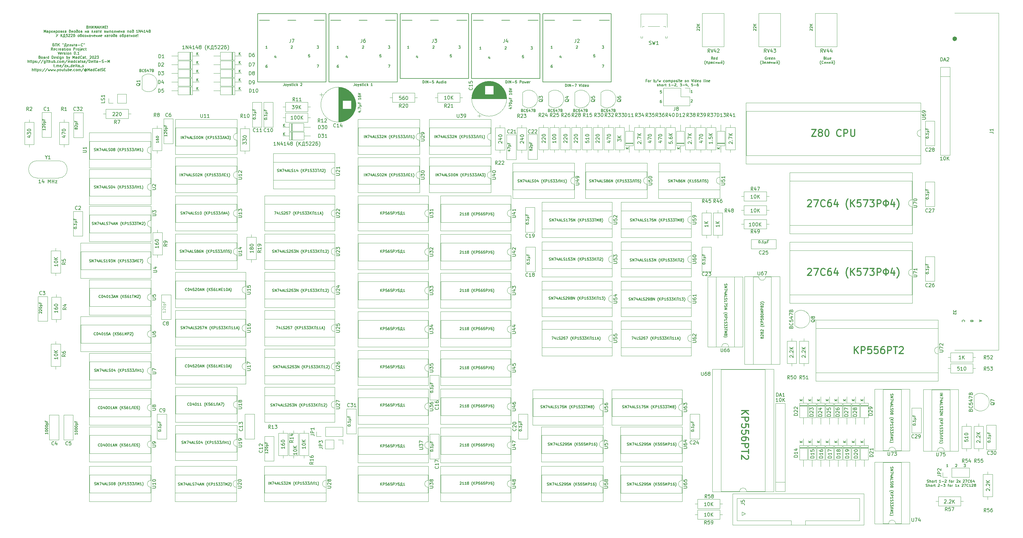
<source format=gbr>
%TF.GenerationSoftware,KiCad,Pcbnew,(6.0.10)*%
%TF.CreationDate,2023-03-31T21:36:48+03:00*%
%TF.ProjectId,delta48m,64656c74-6134-4386-9d2e-6b696361645f,1*%
%TF.SameCoordinates,Original*%
%TF.FileFunction,Legend,Top*%
%TF.FilePolarity,Positive*%
%FSLAX46Y46*%
G04 Gerber Fmt 4.6, Leading zero omitted, Abs format (unit mm)*
G04 Created by KiCad (PCBNEW (6.0.10)) date 2023-03-31 21:36:48*
%MOMM*%
%LPD*%
G01*
G04 APERTURE LIST*
%ADD10C,0.150000*%
%ADD11C,0.300000*%
%ADD12C,0.187500*%
%ADD13C,0.100000*%
%ADD14C,0.120000*%
%ADD15C,0.668276*%
G04 APERTURE END LIST*
D10*
X196651571Y-83689285D02*
X196294428Y-83689285D01*
X196258714Y-84046428D01*
X196294428Y-84010714D01*
X196365857Y-83975000D01*
X196544428Y-83975000D01*
X196615857Y-84010714D01*
X196651571Y-84046428D01*
X196687285Y-84117857D01*
X196687285Y-84296428D01*
X196651571Y-84367857D01*
X196615857Y-84403571D01*
X196544428Y-84439285D01*
X196365857Y-84439285D01*
X196294428Y-84403571D01*
X196258714Y-84367857D01*
X145307857Y-84193285D02*
X145307857Y-84693285D01*
X145129285Y-83907571D02*
X144950714Y-84443285D01*
X145415000Y-84443285D01*
X216018000Y-120979571D02*
X216125142Y-121015285D01*
X216303714Y-121015285D01*
X216375142Y-120979571D01*
X216410857Y-120943857D01*
X216446571Y-120872428D01*
X216446571Y-120801000D01*
X216410857Y-120729571D01*
X216375142Y-120693857D01*
X216303714Y-120658142D01*
X216160857Y-120622428D01*
X216089428Y-120586714D01*
X216053714Y-120551000D01*
X216018000Y-120479571D01*
X216018000Y-120408142D01*
X216053714Y-120336714D01*
X216089428Y-120301000D01*
X216160857Y-120265285D01*
X216339428Y-120265285D01*
X216446571Y-120301000D01*
X216768000Y-121015285D02*
X216768000Y-120265285D01*
X217196571Y-121015285D01*
X217196571Y-120265285D01*
X217482285Y-120265285D02*
X217982285Y-120265285D01*
X217660857Y-121015285D01*
X218589428Y-120515285D02*
X218589428Y-121015285D01*
X218410857Y-120229571D02*
X218232285Y-120765285D01*
X218696571Y-120765285D01*
X218946571Y-120801000D02*
X219303714Y-120801000D01*
X218875142Y-121015285D02*
X219125142Y-120265285D01*
X219375142Y-121015285D01*
X219982285Y-121015285D02*
X219625142Y-121015285D01*
X219625142Y-120265285D01*
X220196571Y-120979571D02*
X220303714Y-121015285D01*
X220482285Y-121015285D01*
X220553714Y-120979571D01*
X220589428Y-120943857D01*
X220625142Y-120872428D01*
X220625142Y-120801000D01*
X220589428Y-120729571D01*
X220553714Y-120693857D01*
X220482285Y-120658142D01*
X220339428Y-120622428D01*
X220268000Y-120586714D01*
X220232285Y-120551000D01*
X220196571Y-120479571D01*
X220196571Y-120408142D01*
X220232285Y-120336714D01*
X220268000Y-120301000D01*
X220339428Y-120265285D01*
X220518000Y-120265285D01*
X220625142Y-120301000D01*
X221089428Y-120265285D02*
X221160857Y-120265285D01*
X221232285Y-120301000D01*
X221268000Y-120336714D01*
X221303714Y-120408142D01*
X221339428Y-120551000D01*
X221339428Y-120729571D01*
X221303714Y-120872428D01*
X221268000Y-120943857D01*
X221232285Y-120979571D01*
X221160857Y-121015285D01*
X221089428Y-121015285D01*
X221018000Y-120979571D01*
X220982285Y-120943857D01*
X220946571Y-120872428D01*
X220910857Y-120729571D01*
X220910857Y-120551000D01*
X220946571Y-120408142D01*
X220982285Y-120336714D01*
X221018000Y-120301000D01*
X221089428Y-120265285D01*
X221982285Y-120515285D02*
X221982285Y-121015285D01*
X221803714Y-120229571D02*
X221625142Y-120765285D01*
X222089428Y-120765285D01*
X223160857Y-121301000D02*
X223125142Y-121265285D01*
X223053714Y-121158142D01*
X223018000Y-121086714D01*
X222982285Y-120979571D01*
X222946571Y-120801000D01*
X222946571Y-120658142D01*
X222982285Y-120479571D01*
X223018000Y-120372428D01*
X223053714Y-120301000D01*
X223125142Y-120193857D01*
X223160857Y-120158142D01*
X223446571Y-121015285D02*
X223446571Y-120265285D01*
X223875142Y-121015285D02*
X223553714Y-120586714D01*
X223875142Y-120265285D02*
X223446571Y-120693857D01*
X224196571Y-121015285D02*
X224196571Y-120265285D01*
X224482285Y-120265285D01*
X224553714Y-120301000D01*
X224589428Y-120336714D01*
X224625142Y-120408142D01*
X224625142Y-120515285D01*
X224589428Y-120586714D01*
X224553714Y-120622428D01*
X224482285Y-120658142D01*
X224196571Y-120658142D01*
X225339428Y-121015285D02*
X224910857Y-121015285D01*
X225125142Y-121015285D02*
X225125142Y-120265285D01*
X225053714Y-120372428D01*
X224982285Y-120443857D01*
X224910857Y-120479571D01*
X226018000Y-120265285D02*
X225660857Y-120265285D01*
X225625142Y-120622428D01*
X225660857Y-120586714D01*
X225732285Y-120551000D01*
X225910857Y-120551000D01*
X225982285Y-120586714D01*
X226018000Y-120622428D01*
X226053714Y-120693857D01*
X226053714Y-120872428D01*
X226018000Y-120943857D01*
X225982285Y-120979571D01*
X225910857Y-121015285D01*
X225732285Y-121015285D01*
X225660857Y-120979571D01*
X225625142Y-120943857D01*
X226303714Y-120265285D02*
X226768000Y-120265285D01*
X226518000Y-120551000D01*
X226625142Y-120551000D01*
X226696571Y-120586714D01*
X226732285Y-120622428D01*
X226768000Y-120693857D01*
X226768000Y-120872428D01*
X226732285Y-120943857D01*
X226696571Y-120979571D01*
X226625142Y-121015285D01*
X226410857Y-121015285D01*
X226339428Y-120979571D01*
X226303714Y-120943857D01*
X227018000Y-120265285D02*
X227482285Y-120265285D01*
X227232285Y-120551000D01*
X227339428Y-120551000D01*
X227410857Y-120586714D01*
X227446571Y-120622428D01*
X227482285Y-120693857D01*
X227482285Y-120872428D01*
X227446571Y-120943857D01*
X227410857Y-120979571D01*
X227339428Y-121015285D01*
X227125142Y-121015285D01*
X227053714Y-120979571D01*
X227018000Y-120943857D01*
X228232285Y-121015285D02*
X228232285Y-120265285D01*
X228125142Y-120265285D01*
X228018000Y-120301000D01*
X227946571Y-120372428D01*
X227910857Y-120479571D01*
X227839428Y-120908142D01*
X227803714Y-120979571D01*
X227732285Y-121015285D01*
X227696571Y-121015285D01*
X228589428Y-121015285D02*
X228589428Y-120265285D01*
X228589428Y-120622428D02*
X229018000Y-120622428D01*
X229018000Y-121015285D02*
X229018000Y-120265285D01*
X229768000Y-121015285D02*
X229339428Y-121015285D01*
X229553714Y-121015285D02*
X229553714Y-120265285D01*
X229482285Y-120372428D01*
X229410857Y-120443857D01*
X229339428Y-120479571D01*
X230018000Y-121301000D02*
X230053714Y-121265285D01*
X230125142Y-121158142D01*
X230160857Y-121086714D01*
X230196571Y-120979571D01*
X230232285Y-120801000D01*
X230232285Y-120658142D01*
X230196571Y-120479571D01*
X230160857Y-120372428D01*
X230125142Y-120301000D01*
X230053714Y-120193857D01*
X230018000Y-120158142D01*
X335612285Y-208767821D02*
X335719428Y-208803535D01*
X335898000Y-208803535D01*
X335969428Y-208767821D01*
X336005142Y-208732107D01*
X336040857Y-208660678D01*
X336040857Y-208589250D01*
X336005142Y-208517821D01*
X335969428Y-208482107D01*
X335898000Y-208446392D01*
X335755142Y-208410678D01*
X335683714Y-208374964D01*
X335648000Y-208339250D01*
X335612285Y-208267821D01*
X335612285Y-208196392D01*
X335648000Y-208124964D01*
X335683714Y-208089250D01*
X335755142Y-208053535D01*
X335933714Y-208053535D01*
X336040857Y-208089250D01*
X336362285Y-208803535D02*
X336362285Y-208053535D01*
X336683714Y-208803535D02*
X336683714Y-208410678D01*
X336648000Y-208339250D01*
X336576571Y-208303535D01*
X336469428Y-208303535D01*
X336398000Y-208339250D01*
X336362285Y-208374964D01*
X337148000Y-208803535D02*
X337076571Y-208767821D01*
X337040857Y-208732107D01*
X337005142Y-208660678D01*
X337005142Y-208446392D01*
X337040857Y-208374964D01*
X337076571Y-208339250D01*
X337148000Y-208303535D01*
X337255142Y-208303535D01*
X337326571Y-208339250D01*
X337362285Y-208374964D01*
X337398000Y-208446392D01*
X337398000Y-208660678D01*
X337362285Y-208732107D01*
X337326571Y-208767821D01*
X337255142Y-208803535D01*
X337148000Y-208803535D01*
X337719428Y-208803535D02*
X337719428Y-208303535D01*
X337719428Y-208446392D02*
X337755142Y-208374964D01*
X337790857Y-208339250D01*
X337862285Y-208303535D01*
X337933714Y-208303535D01*
X338076571Y-208303535D02*
X338362285Y-208303535D01*
X338183714Y-208053535D02*
X338183714Y-208696392D01*
X338219428Y-208767821D01*
X338290857Y-208803535D01*
X338362285Y-208803535D01*
X339576571Y-208803535D02*
X339148000Y-208803535D01*
X339362285Y-208803535D02*
X339362285Y-208053535D01*
X339290857Y-208160678D01*
X339219428Y-208232107D01*
X339148000Y-208267821D01*
X339898000Y-208517821D02*
X340469428Y-208517821D01*
X340790857Y-208124964D02*
X340826571Y-208089250D01*
X340898000Y-208053535D01*
X341076571Y-208053535D01*
X341148000Y-208089250D01*
X341183714Y-208124964D01*
X341219428Y-208196392D01*
X341219428Y-208267821D01*
X341183714Y-208374964D01*
X340755142Y-208803535D01*
X341219428Y-208803535D01*
X342005142Y-208303535D02*
X342290857Y-208303535D01*
X342112285Y-208803535D02*
X342112285Y-208160678D01*
X342148000Y-208089250D01*
X342219428Y-208053535D01*
X342290857Y-208053535D01*
X342648000Y-208803535D02*
X342576571Y-208767821D01*
X342540857Y-208732107D01*
X342505142Y-208660678D01*
X342505142Y-208446392D01*
X342540857Y-208374964D01*
X342576571Y-208339250D01*
X342648000Y-208303535D01*
X342755142Y-208303535D01*
X342826571Y-208339250D01*
X342862285Y-208374964D01*
X342898000Y-208446392D01*
X342898000Y-208660678D01*
X342862285Y-208732107D01*
X342826571Y-208767821D01*
X342755142Y-208803535D01*
X342648000Y-208803535D01*
X343219428Y-208803535D02*
X343219428Y-208303535D01*
X343219428Y-208446392D02*
X343255142Y-208374964D01*
X343290857Y-208339250D01*
X343362285Y-208303535D01*
X343433714Y-208303535D01*
X344219428Y-208124964D02*
X344255142Y-208089250D01*
X344326571Y-208053535D01*
X344505142Y-208053535D01*
X344576571Y-208089250D01*
X344612285Y-208124964D01*
X344648000Y-208196392D01*
X344648000Y-208267821D01*
X344612285Y-208374964D01*
X344183714Y-208803535D01*
X344648000Y-208803535D01*
X344898000Y-208803535D02*
X345290857Y-208303535D01*
X344898000Y-208303535D02*
X345290857Y-208803535D01*
X346112285Y-208124964D02*
X346148000Y-208089250D01*
X346219428Y-208053535D01*
X346398000Y-208053535D01*
X346469428Y-208089250D01*
X346505142Y-208124964D01*
X346540857Y-208196392D01*
X346540857Y-208267821D01*
X346505142Y-208374964D01*
X346076571Y-208803535D01*
X346540857Y-208803535D01*
X346790857Y-208053535D02*
X347290857Y-208053535D01*
X346969428Y-208803535D01*
X348005142Y-208732107D02*
X347969428Y-208767821D01*
X347862285Y-208803535D01*
X347790857Y-208803535D01*
X347683714Y-208767821D01*
X347612285Y-208696392D01*
X347576571Y-208624964D01*
X347540857Y-208482107D01*
X347540857Y-208374964D01*
X347576571Y-208232107D01*
X347612285Y-208160678D01*
X347683714Y-208089250D01*
X347790857Y-208053535D01*
X347862285Y-208053535D01*
X347969428Y-208089250D01*
X348005142Y-208124964D01*
X348648000Y-208053535D02*
X348505142Y-208053535D01*
X348433714Y-208089250D01*
X348398000Y-208124964D01*
X348326571Y-208232107D01*
X348290857Y-208374964D01*
X348290857Y-208660678D01*
X348326571Y-208732107D01*
X348362285Y-208767821D01*
X348433714Y-208803535D01*
X348576571Y-208803535D01*
X348648000Y-208767821D01*
X348683714Y-208732107D01*
X348719428Y-208660678D01*
X348719428Y-208482107D01*
X348683714Y-208410678D01*
X348648000Y-208374964D01*
X348576571Y-208339250D01*
X348433714Y-208339250D01*
X348362285Y-208374964D01*
X348326571Y-208410678D01*
X348290857Y-208482107D01*
X349362285Y-208303535D02*
X349362285Y-208803535D01*
X349183714Y-208017821D02*
X349005142Y-208553535D01*
X349469428Y-208553535D01*
X335255142Y-209975321D02*
X335362285Y-210011035D01*
X335540857Y-210011035D01*
X335612285Y-209975321D01*
X335648000Y-209939607D01*
X335683714Y-209868178D01*
X335683714Y-209796750D01*
X335648000Y-209725321D01*
X335612285Y-209689607D01*
X335540857Y-209653892D01*
X335398000Y-209618178D01*
X335326571Y-209582464D01*
X335290857Y-209546750D01*
X335255142Y-209475321D01*
X335255142Y-209403892D01*
X335290857Y-209332464D01*
X335326571Y-209296750D01*
X335398000Y-209261035D01*
X335576571Y-209261035D01*
X335683714Y-209296750D01*
X336005142Y-210011035D02*
X336005142Y-209261035D01*
X336326571Y-210011035D02*
X336326571Y-209618178D01*
X336290857Y-209546750D01*
X336219428Y-209511035D01*
X336112285Y-209511035D01*
X336040857Y-209546750D01*
X336005142Y-209582464D01*
X336790857Y-210011035D02*
X336719428Y-209975321D01*
X336683714Y-209939607D01*
X336648000Y-209868178D01*
X336648000Y-209653892D01*
X336683714Y-209582464D01*
X336719428Y-209546750D01*
X336790857Y-209511035D01*
X336898000Y-209511035D01*
X336969428Y-209546750D01*
X337005142Y-209582464D01*
X337040857Y-209653892D01*
X337040857Y-209868178D01*
X337005142Y-209939607D01*
X336969428Y-209975321D01*
X336898000Y-210011035D01*
X336790857Y-210011035D01*
X337362285Y-210011035D02*
X337362285Y-209511035D01*
X337362285Y-209653892D02*
X337398000Y-209582464D01*
X337433714Y-209546750D01*
X337505142Y-209511035D01*
X337576571Y-209511035D01*
X337719428Y-209511035D02*
X338005142Y-209511035D01*
X337826571Y-209261035D02*
X337826571Y-209903892D01*
X337862285Y-209975321D01*
X337933714Y-210011035D01*
X338005142Y-210011035D01*
X338790857Y-209332464D02*
X338826571Y-209296750D01*
X338898000Y-209261035D01*
X339076571Y-209261035D01*
X339148000Y-209296750D01*
X339183714Y-209332464D01*
X339219428Y-209403892D01*
X339219428Y-209475321D01*
X339183714Y-209582464D01*
X338755142Y-210011035D01*
X339219428Y-210011035D01*
X339540857Y-209725321D02*
X340112285Y-209725321D01*
X340398000Y-209261035D02*
X340862285Y-209261035D01*
X340612285Y-209546750D01*
X340719428Y-209546750D01*
X340790857Y-209582464D01*
X340826571Y-209618178D01*
X340862285Y-209689607D01*
X340862285Y-209868178D01*
X340826571Y-209939607D01*
X340790857Y-209975321D01*
X340719428Y-210011035D01*
X340505142Y-210011035D01*
X340433714Y-209975321D01*
X340398000Y-209939607D01*
X341648000Y-209511035D02*
X341933714Y-209511035D01*
X341755142Y-210011035D02*
X341755142Y-209368178D01*
X341790857Y-209296750D01*
X341862285Y-209261035D01*
X341933714Y-209261035D01*
X342290857Y-210011035D02*
X342219428Y-209975321D01*
X342183714Y-209939607D01*
X342148000Y-209868178D01*
X342148000Y-209653892D01*
X342183714Y-209582464D01*
X342219428Y-209546750D01*
X342290857Y-209511035D01*
X342398000Y-209511035D01*
X342469428Y-209546750D01*
X342505142Y-209582464D01*
X342540857Y-209653892D01*
X342540857Y-209868178D01*
X342505142Y-209939607D01*
X342469428Y-209975321D01*
X342398000Y-210011035D01*
X342290857Y-210011035D01*
X342862285Y-210011035D02*
X342862285Y-209511035D01*
X342862285Y-209653892D02*
X342898000Y-209582464D01*
X342933714Y-209546750D01*
X343005142Y-209511035D01*
X343076571Y-209511035D01*
X344290857Y-210011035D02*
X343862285Y-210011035D01*
X344076571Y-210011035D02*
X344076571Y-209261035D01*
X344005142Y-209368178D01*
X343933714Y-209439607D01*
X343862285Y-209475321D01*
X344540857Y-210011035D02*
X344933714Y-209511035D01*
X344540857Y-209511035D02*
X344933714Y-210011035D01*
X345755142Y-209332464D02*
X345790857Y-209296750D01*
X345862285Y-209261035D01*
X346040857Y-209261035D01*
X346112285Y-209296750D01*
X346148000Y-209332464D01*
X346183714Y-209403892D01*
X346183714Y-209475321D01*
X346148000Y-209582464D01*
X345719428Y-210011035D01*
X346183714Y-210011035D01*
X346433714Y-209261035D02*
X346933714Y-209261035D01*
X346612285Y-210011035D01*
X347648000Y-209939607D02*
X347612285Y-209975321D01*
X347505142Y-210011035D01*
X347433714Y-210011035D01*
X347326571Y-209975321D01*
X347255142Y-209903892D01*
X347219428Y-209832464D01*
X347183714Y-209689607D01*
X347183714Y-209582464D01*
X347219428Y-209439607D01*
X347255142Y-209368178D01*
X347326571Y-209296750D01*
X347433714Y-209261035D01*
X347505142Y-209261035D01*
X347612285Y-209296750D01*
X347648000Y-209332464D01*
X348362285Y-210011035D02*
X347933714Y-210011035D01*
X348148000Y-210011035D02*
X348148000Y-209261035D01*
X348076571Y-209368178D01*
X348005142Y-209439607D01*
X347933714Y-209475321D01*
X348648000Y-209332464D02*
X348683714Y-209296750D01*
X348755142Y-209261035D01*
X348933714Y-209261035D01*
X349005142Y-209296750D01*
X349040857Y-209332464D01*
X349076571Y-209403892D01*
X349076571Y-209475321D01*
X349040857Y-209582464D01*
X348612285Y-210011035D01*
X349076571Y-210011035D01*
X349505142Y-209582464D02*
X349433714Y-209546750D01*
X349398000Y-209511035D01*
X349362285Y-209439607D01*
X349362285Y-209403892D01*
X349398000Y-209332464D01*
X349433714Y-209296750D01*
X349505142Y-209261035D01*
X349648000Y-209261035D01*
X349719428Y-209296750D01*
X349755142Y-209332464D01*
X349790857Y-209403892D01*
X349790857Y-209439607D01*
X349755142Y-209511035D01*
X349719428Y-209546750D01*
X349648000Y-209582464D01*
X349505142Y-209582464D01*
X349433714Y-209618178D01*
X349398000Y-209653892D01*
X349362285Y-209725321D01*
X349362285Y-209868178D01*
X349398000Y-209939607D01*
X349433714Y-209975321D01*
X349505142Y-210011035D01*
X349648000Y-210011035D01*
X349719428Y-209975321D01*
X349755142Y-209939607D01*
X349790857Y-209868178D01*
X349790857Y-209725321D01*
X349755142Y-209653892D01*
X349719428Y-209618178D01*
X349648000Y-209582464D01*
X93892857Y-198159857D02*
X93857142Y-198195571D01*
X93750000Y-198231285D01*
X93678571Y-198231285D01*
X93571428Y-198195571D01*
X93500000Y-198124142D01*
X93464285Y-198052714D01*
X93428571Y-197909857D01*
X93428571Y-197802714D01*
X93464285Y-197659857D01*
X93500000Y-197588428D01*
X93571428Y-197517000D01*
X93678571Y-197481285D01*
X93750000Y-197481285D01*
X93857142Y-197517000D01*
X93892857Y-197552714D01*
X94214285Y-198231285D02*
X94214285Y-197481285D01*
X94392857Y-197481285D01*
X94500000Y-197517000D01*
X94571428Y-197588428D01*
X94607142Y-197659857D01*
X94642857Y-197802714D01*
X94642857Y-197909857D01*
X94607142Y-198052714D01*
X94571428Y-198124142D01*
X94500000Y-198195571D01*
X94392857Y-198231285D01*
X94214285Y-198231285D01*
X95285714Y-197731285D02*
X95285714Y-198231285D01*
X95107142Y-197445571D02*
X94928571Y-197981285D01*
X95392857Y-197981285D01*
X95821428Y-197481285D02*
X95892857Y-197481285D01*
X95964285Y-197517000D01*
X96000000Y-197552714D01*
X96035714Y-197624142D01*
X96071428Y-197767000D01*
X96071428Y-197945571D01*
X96035714Y-198088428D01*
X96000000Y-198159857D01*
X95964285Y-198195571D01*
X95892857Y-198231285D01*
X95821428Y-198231285D01*
X95750000Y-198195571D01*
X95714285Y-198159857D01*
X95678571Y-198088428D01*
X95642857Y-197945571D01*
X95642857Y-197767000D01*
X95678571Y-197624142D01*
X95714285Y-197552714D01*
X95750000Y-197517000D01*
X95821428Y-197481285D01*
X96535714Y-197481285D02*
X96607142Y-197481285D01*
X96678571Y-197517000D01*
X96714285Y-197552714D01*
X96750000Y-197624142D01*
X96785714Y-197767000D01*
X96785714Y-197945571D01*
X96750000Y-198088428D01*
X96714285Y-198159857D01*
X96678571Y-198195571D01*
X96607142Y-198231285D01*
X96535714Y-198231285D01*
X96464285Y-198195571D01*
X96428571Y-198159857D01*
X96392857Y-198088428D01*
X96357142Y-197945571D01*
X96357142Y-197767000D01*
X96392857Y-197624142D01*
X96428571Y-197552714D01*
X96464285Y-197517000D01*
X96535714Y-197481285D01*
X97500000Y-198231285D02*
X97071428Y-198231285D01*
X97285714Y-198231285D02*
X97285714Y-197481285D01*
X97214285Y-197588428D01*
X97142857Y-197659857D01*
X97071428Y-197695571D01*
X97785714Y-198017000D02*
X98142857Y-198017000D01*
X97714285Y-198231285D02*
X97964285Y-197481285D01*
X98214285Y-198231285D01*
X98464285Y-198231285D02*
X98464285Y-197481285D01*
X98892857Y-198231285D01*
X98892857Y-197481285D01*
X100035714Y-198517000D02*
X100000000Y-198481285D01*
X99928571Y-198374142D01*
X99892857Y-198302714D01*
X99857142Y-198195571D01*
X99821428Y-198017000D01*
X99821428Y-197874142D01*
X99857142Y-197695571D01*
X99892857Y-197588428D01*
X99928571Y-197517000D01*
X100000000Y-197409857D01*
X100035714Y-197374142D01*
X100321428Y-198231285D02*
X100321428Y-197481285D01*
X100750000Y-198231285D02*
X100428571Y-197802714D01*
X100750000Y-197481285D02*
X100321428Y-197909857D01*
X101428571Y-197481285D02*
X101071428Y-197481285D01*
X101035714Y-197838428D01*
X101071428Y-197802714D01*
X101142857Y-197767000D01*
X101321428Y-197767000D01*
X101392857Y-197802714D01*
X101428571Y-197838428D01*
X101464285Y-197909857D01*
X101464285Y-198088428D01*
X101428571Y-198159857D01*
X101392857Y-198195571D01*
X101321428Y-198231285D01*
X101142857Y-198231285D01*
X101071428Y-198195571D01*
X101035714Y-198159857D01*
X102107142Y-197481285D02*
X101964285Y-197481285D01*
X101892857Y-197517000D01*
X101857142Y-197552714D01*
X101785714Y-197659857D01*
X101750000Y-197802714D01*
X101750000Y-198088428D01*
X101785714Y-198159857D01*
X101821428Y-198195571D01*
X101892857Y-198231285D01*
X102035714Y-198231285D01*
X102107142Y-198195571D01*
X102142857Y-198159857D01*
X102178571Y-198088428D01*
X102178571Y-197909857D01*
X102142857Y-197838428D01*
X102107142Y-197802714D01*
X102035714Y-197767000D01*
X101892857Y-197767000D01*
X101821428Y-197802714D01*
X101785714Y-197838428D01*
X101750000Y-197909857D01*
X102892857Y-198231285D02*
X102464285Y-198231285D01*
X102678571Y-198231285D02*
X102678571Y-197481285D01*
X102607142Y-197588428D01*
X102535714Y-197659857D01*
X102464285Y-197695571D01*
X103642857Y-198231285D02*
X103642857Y-197481285D01*
X103535714Y-197481285D01*
X103428571Y-197517000D01*
X103357142Y-197588428D01*
X103321428Y-197695571D01*
X103250000Y-198124142D01*
X103214285Y-198195571D01*
X103142857Y-198231285D01*
X103107142Y-198231285D01*
X104000000Y-197838428D02*
X104250000Y-197838428D01*
X104357142Y-198231285D02*
X104000000Y-198231285D01*
X104000000Y-197481285D01*
X104357142Y-197481285D01*
X105035714Y-197481285D02*
X104678571Y-197481285D01*
X104642857Y-197838428D01*
X104678571Y-197802714D01*
X104750000Y-197767000D01*
X104928571Y-197767000D01*
X105000000Y-197802714D01*
X105035714Y-197838428D01*
X105071428Y-197909857D01*
X105071428Y-198088428D01*
X105035714Y-198159857D01*
X105000000Y-198195571D01*
X104928571Y-198231285D01*
X104750000Y-198231285D01*
X104678571Y-198195571D01*
X104642857Y-198159857D01*
X105321428Y-198517000D02*
X105357142Y-198481285D01*
X105428571Y-198374142D01*
X105464285Y-198302714D01*
X105500000Y-198195571D01*
X105535714Y-198017000D01*
X105535714Y-197874142D01*
X105500000Y-197695571D01*
X105464285Y-197588428D01*
X105428571Y-197517000D01*
X105357142Y-197409857D01*
X105321428Y-197374142D01*
X340054523Y-114524380D02*
X339483095Y-114524380D01*
X339768809Y-114524380D02*
X339768809Y-113524380D01*
X339673571Y-113667238D01*
X339578333Y-113762476D01*
X339483095Y-113810095D01*
X340673571Y-113524380D02*
X340768809Y-113524380D01*
X340864047Y-113572000D01*
X340911666Y-113619619D01*
X340959285Y-113714857D01*
X341006904Y-113905333D01*
X341006904Y-114143428D01*
X340959285Y-114333904D01*
X340911666Y-114429142D01*
X340864047Y-114476761D01*
X340768809Y-114524380D01*
X340673571Y-114524380D01*
X340578333Y-114476761D01*
X340530714Y-114429142D01*
X340483095Y-114333904D01*
X340435476Y-114143428D01*
X340435476Y-113905333D01*
X340483095Y-113714857D01*
X340530714Y-113619619D01*
X340578333Y-113572000D01*
X340673571Y-113524380D01*
X341435476Y-114524380D02*
X341435476Y-113524380D01*
X342006904Y-114524380D02*
X341578333Y-113952952D01*
X342006904Y-113524380D02*
X341435476Y-114095809D01*
X246581428Y-187019571D02*
X246688571Y-187055285D01*
X246867142Y-187055285D01*
X246938571Y-187019571D01*
X246974285Y-186983857D01*
X247010000Y-186912428D01*
X247010000Y-186841000D01*
X246974285Y-186769571D01*
X246938571Y-186733857D01*
X246867142Y-186698142D01*
X246724285Y-186662428D01*
X246652857Y-186626714D01*
X246617142Y-186591000D01*
X246581428Y-186519571D01*
X246581428Y-186448142D01*
X246617142Y-186376714D01*
X246652857Y-186341000D01*
X246724285Y-186305285D01*
X246902857Y-186305285D01*
X247010000Y-186341000D01*
X247331428Y-187055285D02*
X247331428Y-186305285D01*
X247760000Y-187055285D01*
X247760000Y-186305285D01*
X248045714Y-186305285D02*
X248545714Y-186305285D01*
X248224285Y-187055285D01*
X249152857Y-186555285D02*
X249152857Y-187055285D01*
X248974285Y-186269571D02*
X248795714Y-186805285D01*
X249260000Y-186805285D01*
X249510000Y-186841000D02*
X249867142Y-186841000D01*
X249438571Y-187055285D02*
X249688571Y-186305285D01*
X249938571Y-187055285D01*
X250545714Y-187055285D02*
X250188571Y-187055285D01*
X250188571Y-186305285D01*
X250760000Y-187019571D02*
X250867142Y-187055285D01*
X251045714Y-187055285D01*
X251117142Y-187019571D01*
X251152857Y-186983857D01*
X251188571Y-186912428D01*
X251188571Y-186841000D01*
X251152857Y-186769571D01*
X251117142Y-186733857D01*
X251045714Y-186698142D01*
X250902857Y-186662428D01*
X250831428Y-186626714D01*
X250795714Y-186591000D01*
X250760000Y-186519571D01*
X250760000Y-186448142D01*
X250795714Y-186376714D01*
X250831428Y-186341000D01*
X250902857Y-186305285D01*
X251081428Y-186305285D01*
X251188571Y-186341000D01*
X251902857Y-187055285D02*
X251474285Y-187055285D01*
X251688571Y-187055285D02*
X251688571Y-186305285D01*
X251617142Y-186412428D01*
X251545714Y-186483857D01*
X251474285Y-186519571D01*
X252152857Y-186305285D02*
X252652857Y-186305285D01*
X252331428Y-187055285D01*
X253295714Y-186305285D02*
X252938571Y-186305285D01*
X252902857Y-186662428D01*
X252938571Y-186626714D01*
X253010000Y-186591000D01*
X253188571Y-186591000D01*
X253260000Y-186626714D01*
X253295714Y-186662428D01*
X253331428Y-186733857D01*
X253331428Y-186912428D01*
X253295714Y-186983857D01*
X253260000Y-187019571D01*
X253188571Y-187055285D01*
X253010000Y-187055285D01*
X252938571Y-187019571D01*
X252902857Y-186983857D01*
X253652857Y-187055285D02*
X253652857Y-186305285D01*
X254081428Y-187055285D01*
X254081428Y-186305285D01*
X255224285Y-187341000D02*
X255188571Y-187305285D01*
X255117142Y-187198142D01*
X255081428Y-187126714D01*
X255045714Y-187019571D01*
X255010000Y-186841000D01*
X255010000Y-186698142D01*
X255045714Y-186519571D01*
X255081428Y-186412428D01*
X255117142Y-186341000D01*
X255188571Y-186233857D01*
X255224285Y-186198142D01*
X255510000Y-187055285D02*
X255510000Y-186305285D01*
X255938571Y-187055285D02*
X255617142Y-186626714D01*
X255938571Y-186305285D02*
X255510000Y-186733857D01*
X256260000Y-187055285D02*
X256260000Y-186305285D01*
X256545714Y-186305285D01*
X256617142Y-186341000D01*
X256652857Y-186376714D01*
X256688571Y-186448142D01*
X256688571Y-186555285D01*
X256652857Y-186626714D01*
X256617142Y-186662428D01*
X256545714Y-186698142D01*
X256260000Y-186698142D01*
X257402857Y-187055285D02*
X256974285Y-187055285D01*
X257188571Y-187055285D02*
X257188571Y-186305285D01*
X257117142Y-186412428D01*
X257045714Y-186483857D01*
X256974285Y-186519571D01*
X258081428Y-186305285D02*
X257724285Y-186305285D01*
X257688571Y-186662428D01*
X257724285Y-186626714D01*
X257795714Y-186591000D01*
X257974285Y-186591000D01*
X258045714Y-186626714D01*
X258081428Y-186662428D01*
X258117142Y-186733857D01*
X258117142Y-186912428D01*
X258081428Y-186983857D01*
X258045714Y-187019571D01*
X257974285Y-187055285D01*
X257795714Y-187055285D01*
X257724285Y-187019571D01*
X257688571Y-186983857D01*
X258367142Y-186305285D02*
X258831428Y-186305285D01*
X258581428Y-186591000D01*
X258688571Y-186591000D01*
X258760000Y-186626714D01*
X258795714Y-186662428D01*
X258831428Y-186733857D01*
X258831428Y-186912428D01*
X258795714Y-186983857D01*
X258760000Y-187019571D01*
X258688571Y-187055285D01*
X258474285Y-187055285D01*
X258402857Y-187019571D01*
X258367142Y-186983857D01*
X259081428Y-186305285D02*
X259545714Y-186305285D01*
X259295714Y-186591000D01*
X259402857Y-186591000D01*
X259474285Y-186626714D01*
X259510000Y-186662428D01*
X259545714Y-186733857D01*
X259545714Y-186912428D01*
X259510000Y-186983857D01*
X259474285Y-187019571D01*
X259402857Y-187055285D01*
X259188571Y-187055285D01*
X259117142Y-187019571D01*
X259081428Y-186983857D01*
X259760000Y-186305285D02*
X260188571Y-186305285D01*
X259974285Y-187055285D02*
X259974285Y-186305285D01*
X260438571Y-187055285D02*
X260438571Y-186305285D01*
X260688571Y-186841000D01*
X260938571Y-186305285D01*
X260938571Y-187055285D01*
X261402857Y-186626714D02*
X261331428Y-186591000D01*
X261295714Y-186555285D01*
X261260000Y-186483857D01*
X261260000Y-186448142D01*
X261295714Y-186376714D01*
X261331428Y-186341000D01*
X261402857Y-186305285D01*
X261545714Y-186305285D01*
X261617142Y-186341000D01*
X261652857Y-186376714D01*
X261688571Y-186448142D01*
X261688571Y-186483857D01*
X261652857Y-186555285D01*
X261617142Y-186591000D01*
X261545714Y-186626714D01*
X261402857Y-186626714D01*
X261331428Y-186662428D01*
X261295714Y-186698142D01*
X261260000Y-186769571D01*
X261260000Y-186912428D01*
X261295714Y-186983857D01*
X261331428Y-187019571D01*
X261402857Y-187055285D01*
X261545714Y-187055285D01*
X261617142Y-187019571D01*
X261652857Y-186983857D01*
X261688571Y-186912428D01*
X261688571Y-186769571D01*
X261652857Y-186698142D01*
X261617142Y-186662428D01*
X261545714Y-186626714D01*
X261938571Y-187341000D02*
X261974285Y-187305285D01*
X262045714Y-187198142D01*
X262081428Y-187126714D01*
X262117142Y-187019571D01*
X262152857Y-186841000D01*
X262152857Y-186698142D01*
X262117142Y-186519571D01*
X262081428Y-186412428D01*
X262045714Y-186341000D01*
X261974285Y-186233857D01*
X261938571Y-186198142D01*
X143195428Y-209407285D02*
X143195428Y-208657285D01*
X143552571Y-209407285D02*
X143552571Y-208657285D01*
X143981142Y-209407285D01*
X143981142Y-208657285D01*
X144266857Y-208657285D02*
X144766857Y-208657285D01*
X144445428Y-209407285D01*
X145374000Y-208907285D02*
X145374000Y-209407285D01*
X145195428Y-208621571D02*
X145016857Y-209157285D01*
X145481142Y-209157285D01*
X145731142Y-209193000D02*
X146088285Y-209193000D01*
X145659714Y-209407285D02*
X145909714Y-208657285D01*
X146159714Y-209407285D01*
X146766857Y-209407285D02*
X146409714Y-209407285D01*
X146409714Y-208657285D01*
X146981142Y-209371571D02*
X147088285Y-209407285D01*
X147266857Y-209407285D01*
X147338285Y-209371571D01*
X147374000Y-209335857D01*
X147409714Y-209264428D01*
X147409714Y-209193000D01*
X147374000Y-209121571D01*
X147338285Y-209085857D01*
X147266857Y-209050142D01*
X147124000Y-209014428D01*
X147052571Y-208978714D01*
X147016857Y-208943000D01*
X146981142Y-208871571D01*
X146981142Y-208800142D01*
X147016857Y-208728714D01*
X147052571Y-208693000D01*
X147124000Y-208657285D01*
X147302571Y-208657285D01*
X147409714Y-208693000D01*
X147659714Y-208657285D02*
X148124000Y-208657285D01*
X147874000Y-208943000D01*
X147981142Y-208943000D01*
X148052571Y-208978714D01*
X148088285Y-209014428D01*
X148124000Y-209085857D01*
X148124000Y-209264428D01*
X148088285Y-209335857D01*
X148052571Y-209371571D01*
X147981142Y-209407285D01*
X147766857Y-209407285D01*
X147695428Y-209371571D01*
X147659714Y-209335857D01*
X148409714Y-208728714D02*
X148445428Y-208693000D01*
X148516857Y-208657285D01*
X148695428Y-208657285D01*
X148766857Y-208693000D01*
X148802571Y-208728714D01*
X148838285Y-208800142D01*
X148838285Y-208871571D01*
X148802571Y-208978714D01*
X148374000Y-209407285D01*
X148838285Y-209407285D01*
X149159714Y-209407285D02*
X149159714Y-208657285D01*
X149588285Y-209407285D01*
X149588285Y-208657285D01*
X150731142Y-209693000D02*
X150695428Y-209657285D01*
X150624000Y-209550142D01*
X150588285Y-209478714D01*
X150552571Y-209371571D01*
X150516857Y-209193000D01*
X150516857Y-209050142D01*
X150552571Y-208871571D01*
X150588285Y-208764428D01*
X150624000Y-208693000D01*
X150695428Y-208585857D01*
X150731142Y-208550142D01*
X151016857Y-209407285D02*
X151016857Y-208657285D01*
X151445428Y-209407285D02*
X151124000Y-208978714D01*
X151445428Y-208657285D02*
X151016857Y-209085857D01*
X151766857Y-209407285D02*
X151766857Y-208657285D01*
X152052571Y-208657285D01*
X152124000Y-208693000D01*
X152159714Y-208728714D01*
X152195428Y-208800142D01*
X152195428Y-208907285D01*
X152159714Y-208978714D01*
X152124000Y-209014428D01*
X152052571Y-209050142D01*
X151766857Y-209050142D01*
X152909714Y-209407285D02*
X152481142Y-209407285D01*
X152695428Y-209407285D02*
X152695428Y-208657285D01*
X152624000Y-208764428D01*
X152552571Y-208835857D01*
X152481142Y-208871571D01*
X153588285Y-208657285D02*
X153231142Y-208657285D01*
X153195428Y-209014428D01*
X153231142Y-208978714D01*
X153302571Y-208943000D01*
X153481142Y-208943000D01*
X153552571Y-208978714D01*
X153588285Y-209014428D01*
X153624000Y-209085857D01*
X153624000Y-209264428D01*
X153588285Y-209335857D01*
X153552571Y-209371571D01*
X153481142Y-209407285D01*
X153302571Y-209407285D01*
X153231142Y-209371571D01*
X153195428Y-209335857D01*
X153874000Y-208657285D02*
X154338285Y-208657285D01*
X154088285Y-208943000D01*
X154195428Y-208943000D01*
X154266857Y-208978714D01*
X154302571Y-209014428D01*
X154338285Y-209085857D01*
X154338285Y-209264428D01*
X154302571Y-209335857D01*
X154266857Y-209371571D01*
X154195428Y-209407285D01*
X153981142Y-209407285D01*
X153909714Y-209371571D01*
X153874000Y-209335857D01*
X154588285Y-208657285D02*
X155052571Y-208657285D01*
X154802571Y-208943000D01*
X154909714Y-208943000D01*
X154981142Y-208978714D01*
X155016857Y-209014428D01*
X155052571Y-209085857D01*
X155052571Y-209264428D01*
X155016857Y-209335857D01*
X154981142Y-209371571D01*
X154909714Y-209407285D01*
X154695428Y-209407285D01*
X154624000Y-209371571D01*
X154588285Y-209335857D01*
X155802571Y-209407285D02*
X155802571Y-208657285D01*
X155695428Y-208657285D01*
X155588285Y-208693000D01*
X155516857Y-208764428D01*
X155481142Y-208871571D01*
X155409714Y-209300142D01*
X155374000Y-209371571D01*
X155302571Y-209407285D01*
X155266857Y-209407285D01*
X156588285Y-209407285D02*
X156588285Y-208657285D01*
X156481142Y-208657285D01*
X156374000Y-208693000D01*
X156302571Y-208764428D01*
X156266857Y-208871571D01*
X156195428Y-209300142D01*
X156159714Y-209371571D01*
X156088285Y-209407285D01*
X156052571Y-209407285D01*
X157338285Y-209407285D02*
X156909714Y-209407285D01*
X157124000Y-209407285D02*
X157124000Y-208657285D01*
X157052571Y-208764428D01*
X156981142Y-208835857D01*
X156909714Y-208871571D01*
X157588285Y-209693000D02*
X157624000Y-209657285D01*
X157695428Y-209550142D01*
X157731142Y-209478714D01*
X157766857Y-209371571D01*
X157802571Y-209193000D01*
X157802571Y-209050142D01*
X157766857Y-208871571D01*
X157731142Y-208764428D01*
X157695428Y-208693000D01*
X157624000Y-208585857D01*
X157588285Y-208550142D01*
X144570714Y-175335571D02*
X144677857Y-175371285D01*
X144856428Y-175371285D01*
X144927857Y-175335571D01*
X144963571Y-175299857D01*
X144999285Y-175228428D01*
X144999285Y-175157000D01*
X144963571Y-175085571D01*
X144927857Y-175049857D01*
X144856428Y-175014142D01*
X144713571Y-174978428D01*
X144642142Y-174942714D01*
X144606428Y-174907000D01*
X144570714Y-174835571D01*
X144570714Y-174764142D01*
X144606428Y-174692714D01*
X144642142Y-174657000D01*
X144713571Y-174621285D01*
X144892142Y-174621285D01*
X144999285Y-174657000D01*
X145320714Y-175371285D02*
X145320714Y-174621285D01*
X145749285Y-175371285D01*
X145749285Y-174621285D01*
X146035000Y-174621285D02*
X146535000Y-174621285D01*
X146213571Y-175371285D01*
X147142142Y-174871285D02*
X147142142Y-175371285D01*
X146963571Y-174585571D02*
X146785000Y-175121285D01*
X147249285Y-175121285D01*
X147499285Y-175157000D02*
X147856428Y-175157000D01*
X147427857Y-175371285D02*
X147677857Y-174621285D01*
X147927857Y-175371285D01*
X148535000Y-175371285D02*
X148177857Y-175371285D01*
X148177857Y-174621285D01*
X148749285Y-175335571D02*
X148856428Y-175371285D01*
X149035000Y-175371285D01*
X149106428Y-175335571D01*
X149142142Y-175299857D01*
X149177857Y-175228428D01*
X149177857Y-175157000D01*
X149142142Y-175085571D01*
X149106428Y-175049857D01*
X149035000Y-175014142D01*
X148892142Y-174978428D01*
X148820714Y-174942714D01*
X148785000Y-174907000D01*
X148749285Y-174835571D01*
X148749285Y-174764142D01*
X148785000Y-174692714D01*
X148820714Y-174657000D01*
X148892142Y-174621285D01*
X149070714Y-174621285D01*
X149177857Y-174657000D01*
X149463571Y-174692714D02*
X149499285Y-174657000D01*
X149570714Y-174621285D01*
X149749285Y-174621285D01*
X149820714Y-174657000D01*
X149856428Y-174692714D01*
X149892142Y-174764142D01*
X149892142Y-174835571D01*
X149856428Y-174942714D01*
X149427857Y-175371285D01*
X149892142Y-175371285D01*
X150570714Y-174621285D02*
X150213571Y-174621285D01*
X150177857Y-174978428D01*
X150213571Y-174942714D01*
X150285000Y-174907000D01*
X150463571Y-174907000D01*
X150535000Y-174942714D01*
X150570714Y-174978428D01*
X150606428Y-175049857D01*
X150606428Y-175228428D01*
X150570714Y-175299857D01*
X150535000Y-175335571D01*
X150463571Y-175371285D01*
X150285000Y-175371285D01*
X150213571Y-175335571D01*
X150177857Y-175299857D01*
X150856428Y-174621285D02*
X151320714Y-174621285D01*
X151070714Y-174907000D01*
X151177857Y-174907000D01*
X151249285Y-174942714D01*
X151285000Y-174978428D01*
X151320714Y-175049857D01*
X151320714Y-175228428D01*
X151285000Y-175299857D01*
X151249285Y-175335571D01*
X151177857Y-175371285D01*
X150963571Y-175371285D01*
X150892142Y-175335571D01*
X150856428Y-175299857D01*
X151642142Y-175371285D02*
X151642142Y-174621285D01*
X152070714Y-175371285D01*
X152070714Y-174621285D01*
X153213571Y-175657000D02*
X153177857Y-175621285D01*
X153106428Y-175514142D01*
X153070714Y-175442714D01*
X153035000Y-175335571D01*
X152999285Y-175157000D01*
X152999285Y-175014142D01*
X153035000Y-174835571D01*
X153070714Y-174728428D01*
X153106428Y-174657000D01*
X153177857Y-174549857D01*
X153213571Y-174514142D01*
X153499285Y-175371285D02*
X153499285Y-174621285D01*
X153927857Y-175371285D02*
X153606428Y-174942714D01*
X153927857Y-174621285D02*
X153499285Y-175049857D01*
X154249285Y-175371285D02*
X154249285Y-174621285D01*
X154535000Y-174621285D01*
X154606428Y-174657000D01*
X154642142Y-174692714D01*
X154677857Y-174764142D01*
X154677857Y-174871285D01*
X154642142Y-174942714D01*
X154606428Y-174978428D01*
X154535000Y-175014142D01*
X154249285Y-175014142D01*
X155392142Y-175371285D02*
X154963571Y-175371285D01*
X155177857Y-175371285D02*
X155177857Y-174621285D01*
X155106428Y-174728428D01*
X155035000Y-174799857D01*
X154963571Y-174835571D01*
X156070714Y-174621285D02*
X155713571Y-174621285D01*
X155677857Y-174978428D01*
X155713571Y-174942714D01*
X155785000Y-174907000D01*
X155963571Y-174907000D01*
X156035000Y-174942714D01*
X156070714Y-174978428D01*
X156106428Y-175049857D01*
X156106428Y-175228428D01*
X156070714Y-175299857D01*
X156035000Y-175335571D01*
X155963571Y-175371285D01*
X155785000Y-175371285D01*
X155713571Y-175335571D01*
X155677857Y-175299857D01*
X156356428Y-174621285D02*
X156820714Y-174621285D01*
X156570714Y-174907000D01*
X156677857Y-174907000D01*
X156749285Y-174942714D01*
X156785000Y-174978428D01*
X156820714Y-175049857D01*
X156820714Y-175228428D01*
X156785000Y-175299857D01*
X156749285Y-175335571D01*
X156677857Y-175371285D01*
X156463571Y-175371285D01*
X156392142Y-175335571D01*
X156356428Y-175299857D01*
X157070714Y-174621285D02*
X157535000Y-174621285D01*
X157285000Y-174907000D01*
X157392142Y-174907000D01*
X157463571Y-174942714D01*
X157499285Y-174978428D01*
X157535000Y-175049857D01*
X157535000Y-175228428D01*
X157499285Y-175299857D01*
X157463571Y-175335571D01*
X157392142Y-175371285D01*
X157177857Y-175371285D01*
X157106428Y-175335571D01*
X157070714Y-175299857D01*
X157856428Y-175371285D02*
X157856428Y-174621285D01*
X158285000Y-175371285D02*
X157963571Y-174942714D01*
X158285000Y-174621285D02*
X157856428Y-175049857D01*
X158606428Y-175371285D02*
X158606428Y-174621285D01*
X159035000Y-174621285D01*
X159035000Y-175371285D01*
X159785000Y-175371285D02*
X159356428Y-175371285D01*
X159570714Y-175371285D02*
X159570714Y-174621285D01*
X159499285Y-174728428D01*
X159427857Y-174799857D01*
X159356428Y-174835571D01*
X160070714Y-174692714D02*
X160106428Y-174657000D01*
X160177857Y-174621285D01*
X160356428Y-174621285D01*
X160427857Y-174657000D01*
X160463571Y-174692714D01*
X160499285Y-174764142D01*
X160499285Y-174835571D01*
X160463571Y-174942714D01*
X160035000Y-175371285D01*
X160499285Y-175371285D01*
X160749285Y-175657000D02*
X160785000Y-175621285D01*
X160856428Y-175514142D01*
X160892142Y-175442714D01*
X160927857Y-175335571D01*
X160963571Y-175157000D01*
X160963571Y-175014142D01*
X160927857Y-174835571D01*
X160892142Y-174728428D01*
X160856428Y-174657000D01*
X160785000Y-174549857D01*
X160749285Y-174514142D01*
X92671000Y-165647857D02*
X92635285Y-165683571D01*
X92528142Y-165719285D01*
X92456714Y-165719285D01*
X92349571Y-165683571D01*
X92278142Y-165612142D01*
X92242428Y-165540714D01*
X92206714Y-165397857D01*
X92206714Y-165290714D01*
X92242428Y-165147857D01*
X92278142Y-165076428D01*
X92349571Y-165005000D01*
X92456714Y-164969285D01*
X92528142Y-164969285D01*
X92635285Y-165005000D01*
X92671000Y-165040714D01*
X92992428Y-165719285D02*
X92992428Y-164969285D01*
X93171000Y-164969285D01*
X93278142Y-165005000D01*
X93349571Y-165076428D01*
X93385285Y-165147857D01*
X93421000Y-165290714D01*
X93421000Y-165397857D01*
X93385285Y-165540714D01*
X93349571Y-165612142D01*
X93278142Y-165683571D01*
X93171000Y-165719285D01*
X92992428Y-165719285D01*
X94063857Y-165219285D02*
X94063857Y-165719285D01*
X93885285Y-164933571D02*
X93706714Y-165469285D01*
X94171000Y-165469285D01*
X94599571Y-164969285D02*
X94671000Y-164969285D01*
X94742428Y-165005000D01*
X94778142Y-165040714D01*
X94813857Y-165112142D01*
X94849571Y-165255000D01*
X94849571Y-165433571D01*
X94813857Y-165576428D01*
X94778142Y-165647857D01*
X94742428Y-165683571D01*
X94671000Y-165719285D01*
X94599571Y-165719285D01*
X94528142Y-165683571D01*
X94492428Y-165647857D01*
X94456714Y-165576428D01*
X94421000Y-165433571D01*
X94421000Y-165255000D01*
X94456714Y-165112142D01*
X94492428Y-165040714D01*
X94528142Y-165005000D01*
X94599571Y-164969285D01*
X95563857Y-165719285D02*
X95135285Y-165719285D01*
X95349571Y-165719285D02*
X95349571Y-164969285D01*
X95278142Y-165076428D01*
X95206714Y-165147857D01*
X95135285Y-165183571D01*
X96242428Y-164969285D02*
X95885285Y-164969285D01*
X95849571Y-165326428D01*
X95885285Y-165290714D01*
X95956714Y-165255000D01*
X96135285Y-165255000D01*
X96206714Y-165290714D01*
X96242428Y-165326428D01*
X96278142Y-165397857D01*
X96278142Y-165576428D01*
X96242428Y-165647857D01*
X96206714Y-165683571D01*
X96135285Y-165719285D01*
X95956714Y-165719285D01*
X95885285Y-165683571D01*
X95849571Y-165647857D01*
X96563857Y-165505000D02*
X96921000Y-165505000D01*
X96492428Y-165719285D02*
X96742428Y-164969285D01*
X96992428Y-165719285D01*
X98028142Y-166005000D02*
X97992428Y-165969285D01*
X97921000Y-165862142D01*
X97885285Y-165790714D01*
X97849571Y-165683571D01*
X97813857Y-165505000D01*
X97813857Y-165362142D01*
X97849571Y-165183571D01*
X97885285Y-165076428D01*
X97921000Y-165005000D01*
X97992428Y-164897857D01*
X98028142Y-164862142D01*
X98313857Y-165719285D02*
X98313857Y-164969285D01*
X98742428Y-165719285D02*
X98421000Y-165290714D01*
X98742428Y-164969285D02*
X98313857Y-165397857D01*
X99421000Y-164969285D02*
X99063857Y-164969285D01*
X99028142Y-165326428D01*
X99063857Y-165290714D01*
X99135285Y-165255000D01*
X99313857Y-165255000D01*
X99385285Y-165290714D01*
X99421000Y-165326428D01*
X99456714Y-165397857D01*
X99456714Y-165576428D01*
X99421000Y-165647857D01*
X99385285Y-165683571D01*
X99313857Y-165719285D01*
X99135285Y-165719285D01*
X99063857Y-165683571D01*
X99028142Y-165647857D01*
X100099571Y-164969285D02*
X99956714Y-164969285D01*
X99885285Y-165005000D01*
X99849571Y-165040714D01*
X99778142Y-165147857D01*
X99742428Y-165290714D01*
X99742428Y-165576428D01*
X99778142Y-165647857D01*
X99813857Y-165683571D01*
X99885285Y-165719285D01*
X100028142Y-165719285D01*
X100099571Y-165683571D01*
X100135285Y-165647857D01*
X100171000Y-165576428D01*
X100171000Y-165397857D01*
X100135285Y-165326428D01*
X100099571Y-165290714D01*
X100028142Y-165255000D01*
X99885285Y-165255000D01*
X99813857Y-165290714D01*
X99778142Y-165326428D01*
X99742428Y-165397857D01*
X100885285Y-165719285D02*
X100456714Y-165719285D01*
X100671000Y-165719285D02*
X100671000Y-164969285D01*
X100599571Y-165076428D01*
X100528142Y-165147857D01*
X100456714Y-165183571D01*
X101206714Y-164969285D02*
X101206714Y-165719285D01*
X101635285Y-164969285D01*
X101635285Y-165719285D01*
X101992428Y-165719285D02*
X101992428Y-164969285D01*
X102278142Y-164969285D01*
X102349571Y-165005000D01*
X102385285Y-165040714D01*
X102421000Y-165112142D01*
X102421000Y-165219285D01*
X102385285Y-165290714D01*
X102349571Y-165326428D01*
X102278142Y-165362142D01*
X101992428Y-165362142D01*
X102706714Y-165040714D02*
X102742428Y-165005000D01*
X102813857Y-164969285D01*
X102992428Y-164969285D01*
X103063857Y-165005000D01*
X103099571Y-165040714D01*
X103135285Y-165112142D01*
X103135285Y-165183571D01*
X103099571Y-165290714D01*
X102671000Y-165719285D01*
X103135285Y-165719285D01*
X103385285Y-166005000D02*
X103421000Y-165969285D01*
X103492428Y-165862142D01*
X103528142Y-165790714D01*
X103563857Y-165683571D01*
X103599571Y-165505000D01*
X103599571Y-165362142D01*
X103563857Y-165183571D01*
X103528142Y-165076428D01*
X103492428Y-165005000D01*
X103421000Y-164897857D01*
X103385285Y-164862142D01*
X91632142Y-133403571D02*
X91739285Y-133439285D01*
X91917857Y-133439285D01*
X91989285Y-133403571D01*
X92025000Y-133367857D01*
X92060714Y-133296428D01*
X92060714Y-133225000D01*
X92025000Y-133153571D01*
X91989285Y-133117857D01*
X91917857Y-133082142D01*
X91775000Y-133046428D01*
X91703571Y-133010714D01*
X91667857Y-132975000D01*
X91632142Y-132903571D01*
X91632142Y-132832142D01*
X91667857Y-132760714D01*
X91703571Y-132725000D01*
X91775000Y-132689285D01*
X91953571Y-132689285D01*
X92060714Y-132725000D01*
X92382142Y-133439285D02*
X92382142Y-132689285D01*
X92810714Y-133439285D01*
X92810714Y-132689285D01*
X93096428Y-132689285D02*
X93596428Y-132689285D01*
X93275000Y-133439285D01*
X94203571Y-132939285D02*
X94203571Y-133439285D01*
X94025000Y-132653571D02*
X93846428Y-133189285D01*
X94310714Y-133189285D01*
X94560714Y-133225000D02*
X94917857Y-133225000D01*
X94489285Y-133439285D02*
X94739285Y-132689285D01*
X94989285Y-133439285D01*
X95596428Y-133439285D02*
X95239285Y-133439285D01*
X95239285Y-132689285D01*
X95810714Y-133403571D02*
X95917857Y-133439285D01*
X96096428Y-133439285D01*
X96167857Y-133403571D01*
X96203571Y-133367857D01*
X96239285Y-133296428D01*
X96239285Y-133225000D01*
X96203571Y-133153571D01*
X96167857Y-133117857D01*
X96096428Y-133082142D01*
X95953571Y-133046428D01*
X95882142Y-133010714D01*
X95846428Y-132975000D01*
X95810714Y-132903571D01*
X95810714Y-132832142D01*
X95846428Y-132760714D01*
X95882142Y-132725000D01*
X95953571Y-132689285D01*
X96132142Y-132689285D01*
X96239285Y-132725000D01*
X96489285Y-132689285D02*
X96989285Y-132689285D01*
X96667857Y-133439285D01*
X97596428Y-132939285D02*
X97596428Y-133439285D01*
X97417857Y-132653571D02*
X97239285Y-133189285D01*
X97703571Y-133189285D01*
X97953571Y-133225000D02*
X98310714Y-133225000D01*
X97882142Y-133439285D02*
X98132142Y-132689285D01*
X98382142Y-133439285D01*
X98632142Y-133439285D02*
X98632142Y-132689285D01*
X99060714Y-133439285D01*
X99060714Y-132689285D01*
X100203571Y-133725000D02*
X100167857Y-133689285D01*
X100096428Y-133582142D01*
X100060714Y-133510714D01*
X100025000Y-133403571D01*
X99989285Y-133225000D01*
X99989285Y-133082142D01*
X100025000Y-132903571D01*
X100060714Y-132796428D01*
X100096428Y-132725000D01*
X100167857Y-132617857D01*
X100203571Y-132582142D01*
X100489285Y-133439285D02*
X100489285Y-132689285D01*
X100917857Y-133439285D02*
X100596428Y-133010714D01*
X100917857Y-132689285D02*
X100489285Y-133117857D01*
X101239285Y-133439285D02*
X101239285Y-132689285D01*
X101525000Y-132689285D01*
X101596428Y-132725000D01*
X101632142Y-132760714D01*
X101667857Y-132832142D01*
X101667857Y-132939285D01*
X101632142Y-133010714D01*
X101596428Y-133046428D01*
X101525000Y-133082142D01*
X101239285Y-133082142D01*
X102382142Y-133439285D02*
X101953571Y-133439285D01*
X102167857Y-133439285D02*
X102167857Y-132689285D01*
X102096428Y-132796428D01*
X102025000Y-132867857D01*
X101953571Y-132903571D01*
X103060714Y-132689285D02*
X102703571Y-132689285D01*
X102667857Y-133046428D01*
X102703571Y-133010714D01*
X102775000Y-132975000D01*
X102953571Y-132975000D01*
X103025000Y-133010714D01*
X103060714Y-133046428D01*
X103096428Y-133117857D01*
X103096428Y-133296428D01*
X103060714Y-133367857D01*
X103025000Y-133403571D01*
X102953571Y-133439285D01*
X102775000Y-133439285D01*
X102703571Y-133403571D01*
X102667857Y-133367857D01*
X103346428Y-132689285D02*
X103810714Y-132689285D01*
X103560714Y-132975000D01*
X103667857Y-132975000D01*
X103739285Y-133010714D01*
X103775000Y-133046428D01*
X103810714Y-133117857D01*
X103810714Y-133296428D01*
X103775000Y-133367857D01*
X103739285Y-133403571D01*
X103667857Y-133439285D01*
X103453571Y-133439285D01*
X103382142Y-133403571D01*
X103346428Y-133367857D01*
X104060714Y-132689285D02*
X104525000Y-132689285D01*
X104275000Y-132975000D01*
X104382142Y-132975000D01*
X104453571Y-133010714D01*
X104489285Y-133046428D01*
X104525000Y-133117857D01*
X104525000Y-133296428D01*
X104489285Y-133367857D01*
X104453571Y-133403571D01*
X104382142Y-133439285D01*
X104167857Y-133439285D01*
X104096428Y-133403571D01*
X104060714Y-133367857D01*
X104739285Y-132689285D02*
X105167857Y-132689285D01*
X104953571Y-133439285D02*
X104953571Y-132689285D01*
X105417857Y-133439285D02*
X105417857Y-132689285D01*
X105667857Y-133225000D01*
X105917857Y-132689285D01*
X105917857Y-133439285D01*
X106239285Y-132760714D02*
X106275000Y-132725000D01*
X106346428Y-132689285D01*
X106525000Y-132689285D01*
X106596428Y-132725000D01*
X106632142Y-132760714D01*
X106667857Y-132832142D01*
X106667857Y-132903571D01*
X106632142Y-133010714D01*
X106203571Y-133439285D01*
X106667857Y-133439285D01*
X106917857Y-133725000D02*
X106953571Y-133689285D01*
X107025000Y-133582142D01*
X107060714Y-133510714D01*
X107096428Y-133403571D01*
X107132142Y-133225000D01*
X107132142Y-133082142D01*
X107096428Y-132903571D01*
X107060714Y-132796428D01*
X107025000Y-132725000D01*
X106953571Y-132617857D01*
X106917857Y-132582142D01*
X175937142Y-153019285D02*
X175937142Y-152269285D01*
X176365714Y-153019285D02*
X176044285Y-152590714D01*
X176365714Y-152269285D02*
X175937142Y-152697857D01*
X176687142Y-153019285D02*
X176687142Y-152269285D01*
X176972857Y-152269285D01*
X177044285Y-152305000D01*
X177080000Y-152340714D01*
X177115714Y-152412142D01*
X177115714Y-152519285D01*
X177080000Y-152590714D01*
X177044285Y-152626428D01*
X176972857Y-152662142D01*
X176687142Y-152662142D01*
X177794285Y-152269285D02*
X177437142Y-152269285D01*
X177401428Y-152626428D01*
X177437142Y-152590714D01*
X177508571Y-152555000D01*
X177687142Y-152555000D01*
X177758571Y-152590714D01*
X177794285Y-152626428D01*
X177830000Y-152697857D01*
X177830000Y-152876428D01*
X177794285Y-152947857D01*
X177758571Y-152983571D01*
X177687142Y-153019285D01*
X177508571Y-153019285D01*
X177437142Y-152983571D01*
X177401428Y-152947857D01*
X178472857Y-152269285D02*
X178330000Y-152269285D01*
X178258571Y-152305000D01*
X178222857Y-152340714D01*
X178151428Y-152447857D01*
X178115714Y-152590714D01*
X178115714Y-152876428D01*
X178151428Y-152947857D01*
X178187142Y-152983571D01*
X178258571Y-153019285D01*
X178401428Y-153019285D01*
X178472857Y-152983571D01*
X178508571Y-152947857D01*
X178544285Y-152876428D01*
X178544285Y-152697857D01*
X178508571Y-152626428D01*
X178472857Y-152590714D01*
X178401428Y-152555000D01*
X178258571Y-152555000D01*
X178187142Y-152590714D01*
X178151428Y-152626428D01*
X178115714Y-152697857D01*
X179222857Y-152269285D02*
X178865714Y-152269285D01*
X178830000Y-152626428D01*
X178865714Y-152590714D01*
X178937142Y-152555000D01*
X179115714Y-152555000D01*
X179187142Y-152590714D01*
X179222857Y-152626428D01*
X179258571Y-152697857D01*
X179258571Y-152876428D01*
X179222857Y-152947857D01*
X179187142Y-152983571D01*
X179115714Y-153019285D01*
X178937142Y-153019285D01*
X178865714Y-152983571D01*
X178830000Y-152947857D01*
X179580000Y-153019285D02*
X179580000Y-152269285D01*
X179865714Y-152269285D01*
X179937142Y-152305000D01*
X179972857Y-152340714D01*
X180008571Y-152412142D01*
X180008571Y-152519285D01*
X179972857Y-152590714D01*
X179937142Y-152626428D01*
X179865714Y-152662142D01*
X179580000Y-152662142D01*
X180294285Y-152269285D02*
X180544285Y-152769285D01*
X180794285Y-152269285D02*
X180472857Y-152912142D01*
X180401428Y-152983571D01*
X180330000Y-153019285D01*
X180294285Y-153019285D01*
X181401428Y-152269285D02*
X181044285Y-152269285D01*
X181008571Y-152626428D01*
X181044285Y-152590714D01*
X181115714Y-152555000D01*
X181294285Y-152555000D01*
X181365714Y-152590714D01*
X181401428Y-152626428D01*
X181437142Y-152697857D01*
X181437142Y-152876428D01*
X181401428Y-152947857D01*
X181365714Y-152983571D01*
X181294285Y-153019285D01*
X181115714Y-153019285D01*
X181044285Y-152983571D01*
X181008571Y-152947857D01*
X182330000Y-153197857D02*
X182330000Y-153019285D01*
X181687142Y-153019285D01*
X181687142Y-153197857D01*
X182187142Y-153019285D02*
X182187142Y-152269285D01*
X182008571Y-152269285D01*
X181937142Y-152305000D01*
X181901428Y-152340714D01*
X181865714Y-152412142D01*
X181794285Y-153019285D01*
X183008571Y-153019285D02*
X182580000Y-153019285D01*
X182794285Y-153019285D02*
X182794285Y-152269285D01*
X182722857Y-152376428D01*
X182651428Y-152447857D01*
X182580000Y-152483571D01*
X199110857Y-163516714D02*
X199146571Y-163481000D01*
X199218000Y-163445285D01*
X199396571Y-163445285D01*
X199468000Y-163481000D01*
X199503714Y-163516714D01*
X199539428Y-163588142D01*
X199539428Y-163659571D01*
X199503714Y-163766714D01*
X199075142Y-164195285D01*
X199539428Y-164195285D01*
X200253714Y-164195285D02*
X199825142Y-164195285D01*
X200039428Y-164195285D02*
X200039428Y-163445285D01*
X199968000Y-163552428D01*
X199896571Y-163623857D01*
X199825142Y-163659571D01*
X200968000Y-164195285D02*
X200539428Y-164195285D01*
X200753714Y-164195285D02*
X200753714Y-163445285D01*
X200682285Y-163552428D01*
X200610857Y-163623857D01*
X200539428Y-163659571D01*
X201396571Y-163766714D02*
X201325142Y-163731000D01*
X201289428Y-163695285D01*
X201253714Y-163623857D01*
X201253714Y-163588142D01*
X201289428Y-163516714D01*
X201325142Y-163481000D01*
X201396571Y-163445285D01*
X201539428Y-163445285D01*
X201610857Y-163481000D01*
X201646571Y-163516714D01*
X201682285Y-163588142D01*
X201682285Y-163623857D01*
X201646571Y-163695285D01*
X201610857Y-163731000D01*
X201539428Y-163766714D01*
X201396571Y-163766714D01*
X201325142Y-163802428D01*
X201289428Y-163838142D01*
X201253714Y-163909571D01*
X201253714Y-164052428D01*
X201289428Y-164123857D01*
X201325142Y-164159571D01*
X201396571Y-164195285D01*
X201539428Y-164195285D01*
X201610857Y-164159571D01*
X201646571Y-164123857D01*
X201682285Y-164052428D01*
X201682285Y-163909571D01*
X201646571Y-163838142D01*
X201610857Y-163802428D01*
X201539428Y-163766714D01*
X202789428Y-164481000D02*
X202753714Y-164445285D01*
X202682285Y-164338142D01*
X202646571Y-164266714D01*
X202610857Y-164159571D01*
X202575142Y-163981000D01*
X202575142Y-163838142D01*
X202610857Y-163659571D01*
X202646571Y-163552428D01*
X202682285Y-163481000D01*
X202753714Y-163373857D01*
X202789428Y-163338142D01*
X203075142Y-164195285D02*
X203075142Y-163445285D01*
X203503714Y-164195285D02*
X203182285Y-163766714D01*
X203503714Y-163445285D02*
X203075142Y-163873857D01*
X203825142Y-164195285D02*
X203825142Y-163445285D01*
X204110857Y-163445285D01*
X204182285Y-163481000D01*
X204218000Y-163516714D01*
X204253714Y-163588142D01*
X204253714Y-163695285D01*
X204218000Y-163766714D01*
X204182285Y-163802428D01*
X204110857Y-163838142D01*
X203825142Y-163838142D01*
X204932285Y-163445285D02*
X204575142Y-163445285D01*
X204539428Y-163802428D01*
X204575142Y-163766714D01*
X204646571Y-163731000D01*
X204825142Y-163731000D01*
X204896571Y-163766714D01*
X204932285Y-163802428D01*
X204968000Y-163873857D01*
X204968000Y-164052428D01*
X204932285Y-164123857D01*
X204896571Y-164159571D01*
X204825142Y-164195285D01*
X204646571Y-164195285D01*
X204575142Y-164159571D01*
X204539428Y-164123857D01*
X205610857Y-163445285D02*
X205468000Y-163445285D01*
X205396571Y-163481000D01*
X205360857Y-163516714D01*
X205289428Y-163623857D01*
X205253714Y-163766714D01*
X205253714Y-164052428D01*
X205289428Y-164123857D01*
X205325142Y-164159571D01*
X205396571Y-164195285D01*
X205539428Y-164195285D01*
X205610857Y-164159571D01*
X205646571Y-164123857D01*
X205682285Y-164052428D01*
X205682285Y-163873857D01*
X205646571Y-163802428D01*
X205610857Y-163766714D01*
X205539428Y-163731000D01*
X205396571Y-163731000D01*
X205325142Y-163766714D01*
X205289428Y-163802428D01*
X205253714Y-163873857D01*
X206360857Y-163445285D02*
X206003714Y-163445285D01*
X205968000Y-163802428D01*
X206003714Y-163766714D01*
X206075142Y-163731000D01*
X206253714Y-163731000D01*
X206325142Y-163766714D01*
X206360857Y-163802428D01*
X206396571Y-163873857D01*
X206396571Y-164052428D01*
X206360857Y-164123857D01*
X206325142Y-164159571D01*
X206253714Y-164195285D01*
X206075142Y-164195285D01*
X206003714Y-164159571D01*
X205968000Y-164123857D01*
X206718000Y-164195285D02*
X206718000Y-163445285D01*
X207003714Y-163445285D01*
X207075142Y-163481000D01*
X207110857Y-163516714D01*
X207146571Y-163588142D01*
X207146571Y-163695285D01*
X207110857Y-163766714D01*
X207075142Y-163802428D01*
X207003714Y-163838142D01*
X206718000Y-163838142D01*
X207432285Y-163445285D02*
X207682285Y-163945285D01*
X207932285Y-163445285D02*
X207610857Y-164088142D01*
X207539428Y-164159571D01*
X207468000Y-164195285D01*
X207432285Y-164195285D01*
X208503714Y-163445285D02*
X208360857Y-163445285D01*
X208289428Y-163481000D01*
X208253714Y-163516714D01*
X208182285Y-163623857D01*
X208146571Y-163766714D01*
X208146571Y-164052428D01*
X208182285Y-164123857D01*
X208218000Y-164159571D01*
X208289428Y-164195285D01*
X208432285Y-164195285D01*
X208503714Y-164159571D01*
X208539428Y-164123857D01*
X208575142Y-164052428D01*
X208575142Y-163873857D01*
X208539428Y-163802428D01*
X208503714Y-163766714D01*
X208432285Y-163731000D01*
X208289428Y-163731000D01*
X208218000Y-163766714D01*
X208182285Y-163802428D01*
X208146571Y-163873857D01*
X208825142Y-164481000D02*
X208860857Y-164445285D01*
X208932285Y-164338142D01*
X208968000Y-164266714D01*
X209003714Y-164159571D01*
X209039428Y-163981000D01*
X209039428Y-163838142D01*
X209003714Y-163659571D01*
X208968000Y-163552428D01*
X208932285Y-163481000D01*
X208860857Y-163373857D01*
X208825142Y-163338142D01*
X192034857Y-119237285D02*
X192034857Y-118487285D01*
X192392000Y-119237285D02*
X192392000Y-118487285D01*
X192820571Y-119237285D01*
X192820571Y-118487285D01*
X193106285Y-118487285D02*
X193606285Y-118487285D01*
X193284857Y-119237285D01*
X194213428Y-118737285D02*
X194213428Y-119237285D01*
X194034857Y-118451571D02*
X193856285Y-118987285D01*
X194320571Y-118987285D01*
X194570571Y-119023000D02*
X194927714Y-119023000D01*
X194499142Y-119237285D02*
X194749142Y-118487285D01*
X194999142Y-119237285D01*
X195606285Y-119237285D02*
X195249142Y-119237285D01*
X195249142Y-118487285D01*
X195820571Y-119201571D02*
X195927714Y-119237285D01*
X196106285Y-119237285D01*
X196177714Y-119201571D01*
X196213428Y-119165857D01*
X196249142Y-119094428D01*
X196249142Y-119023000D01*
X196213428Y-118951571D01*
X196177714Y-118915857D01*
X196106285Y-118880142D01*
X195963428Y-118844428D01*
X195892000Y-118808714D01*
X195856285Y-118773000D01*
X195820571Y-118701571D01*
X195820571Y-118630142D01*
X195856285Y-118558714D01*
X195892000Y-118523000D01*
X195963428Y-118487285D01*
X196142000Y-118487285D01*
X196249142Y-118523000D01*
X196713428Y-118487285D02*
X196784857Y-118487285D01*
X196856285Y-118523000D01*
X196892000Y-118558714D01*
X196927714Y-118630142D01*
X196963428Y-118773000D01*
X196963428Y-118951571D01*
X196927714Y-119094428D01*
X196892000Y-119165857D01*
X196856285Y-119201571D01*
X196784857Y-119237285D01*
X196713428Y-119237285D01*
X196642000Y-119201571D01*
X196606285Y-119165857D01*
X196570571Y-119094428D01*
X196534857Y-118951571D01*
X196534857Y-118773000D01*
X196570571Y-118630142D01*
X196606285Y-118558714D01*
X196642000Y-118523000D01*
X196713428Y-118487285D01*
X197427714Y-118487285D02*
X197499142Y-118487285D01*
X197570571Y-118523000D01*
X197606285Y-118558714D01*
X197642000Y-118630142D01*
X197677714Y-118773000D01*
X197677714Y-118951571D01*
X197642000Y-119094428D01*
X197606285Y-119165857D01*
X197570571Y-119201571D01*
X197499142Y-119237285D01*
X197427714Y-119237285D01*
X197356285Y-119201571D01*
X197320571Y-119165857D01*
X197284857Y-119094428D01*
X197249142Y-118951571D01*
X197249142Y-118773000D01*
X197284857Y-118630142D01*
X197320571Y-118558714D01*
X197356285Y-118523000D01*
X197427714Y-118487285D01*
X197999142Y-119237285D02*
X197999142Y-118487285D01*
X198427714Y-119237285D01*
X198427714Y-118487285D01*
X199570571Y-119523000D02*
X199534857Y-119487285D01*
X199463428Y-119380142D01*
X199427714Y-119308714D01*
X199392000Y-119201571D01*
X199356285Y-119023000D01*
X199356285Y-118880142D01*
X199392000Y-118701571D01*
X199427714Y-118594428D01*
X199463428Y-118523000D01*
X199534857Y-118415857D01*
X199570571Y-118380142D01*
X199856285Y-119237285D02*
X199856285Y-118487285D01*
X200284857Y-119237285D02*
X199963428Y-118808714D01*
X200284857Y-118487285D02*
X199856285Y-118915857D01*
X200606285Y-119237285D02*
X200606285Y-118487285D01*
X200892000Y-118487285D01*
X200963428Y-118523000D01*
X200999142Y-118558714D01*
X201034857Y-118630142D01*
X201034857Y-118737285D01*
X200999142Y-118808714D01*
X200963428Y-118844428D01*
X200892000Y-118880142D01*
X200606285Y-118880142D01*
X201749142Y-119237285D02*
X201320571Y-119237285D01*
X201534857Y-119237285D02*
X201534857Y-118487285D01*
X201463428Y-118594428D01*
X201392000Y-118665857D01*
X201320571Y-118701571D01*
X202427714Y-118487285D02*
X202070571Y-118487285D01*
X202034857Y-118844428D01*
X202070571Y-118808714D01*
X202142000Y-118773000D01*
X202320571Y-118773000D01*
X202392000Y-118808714D01*
X202427714Y-118844428D01*
X202463428Y-118915857D01*
X202463428Y-119094428D01*
X202427714Y-119165857D01*
X202392000Y-119201571D01*
X202320571Y-119237285D01*
X202142000Y-119237285D01*
X202070571Y-119201571D01*
X202034857Y-119165857D01*
X202713428Y-118487285D02*
X203177714Y-118487285D01*
X202927714Y-118773000D01*
X203034857Y-118773000D01*
X203106285Y-118808714D01*
X203142000Y-118844428D01*
X203177714Y-118915857D01*
X203177714Y-119094428D01*
X203142000Y-119165857D01*
X203106285Y-119201571D01*
X203034857Y-119237285D01*
X202820571Y-119237285D01*
X202749142Y-119201571D01*
X202713428Y-119165857D01*
X203427714Y-118487285D02*
X203892000Y-118487285D01*
X203642000Y-118773000D01*
X203749142Y-118773000D01*
X203820571Y-118808714D01*
X203856285Y-118844428D01*
X203892000Y-118915857D01*
X203892000Y-119094428D01*
X203856285Y-119165857D01*
X203820571Y-119201571D01*
X203749142Y-119237285D01*
X203534857Y-119237285D01*
X203463428Y-119201571D01*
X203427714Y-119165857D01*
X204642000Y-119237285D02*
X204642000Y-118487285D01*
X204534857Y-118487285D01*
X204427714Y-118523000D01*
X204356285Y-118594428D01*
X204320571Y-118701571D01*
X204249142Y-119130142D01*
X204213428Y-119201571D01*
X204142000Y-119237285D01*
X204106285Y-119237285D01*
X204963428Y-119023000D02*
X205320571Y-119023000D01*
X204892000Y-119237285D02*
X205142000Y-118487285D01*
X205392000Y-119237285D01*
X205570571Y-118487285D02*
X206034857Y-118487285D01*
X205784857Y-118773000D01*
X205892000Y-118773000D01*
X205963428Y-118808714D01*
X205999142Y-118844428D01*
X206034857Y-118915857D01*
X206034857Y-119094428D01*
X205999142Y-119165857D01*
X205963428Y-119201571D01*
X205892000Y-119237285D01*
X205677714Y-119237285D01*
X205606285Y-119201571D01*
X205570571Y-119165857D01*
X206284857Y-119523000D02*
X206320571Y-119487285D01*
X206392000Y-119380142D01*
X206427714Y-119308714D01*
X206463428Y-119201571D01*
X206499142Y-119023000D01*
X206499142Y-118880142D01*
X206463428Y-118701571D01*
X206427714Y-118594428D01*
X206392000Y-118523000D01*
X206320571Y-118415857D01*
X206284857Y-118380142D01*
X142839285Y-81899285D02*
X142410714Y-81899285D01*
X142625000Y-81899285D02*
X142625000Y-81149285D01*
X142553571Y-81256428D01*
X142482142Y-81327857D01*
X142410714Y-81363571D01*
X292048523Y-185136380D02*
X291477095Y-185136380D01*
X291762809Y-185136380D02*
X291762809Y-184136380D01*
X291667571Y-184279238D01*
X291572333Y-184374476D01*
X291477095Y-184422095D01*
X292667571Y-184136380D02*
X292762809Y-184136380D01*
X292858047Y-184184000D01*
X292905666Y-184231619D01*
X292953285Y-184326857D01*
X293000904Y-184517333D01*
X293000904Y-184755428D01*
X292953285Y-184945904D01*
X292905666Y-185041142D01*
X292858047Y-185088761D01*
X292762809Y-185136380D01*
X292667571Y-185136380D01*
X292572333Y-185088761D01*
X292524714Y-185041142D01*
X292477095Y-184945904D01*
X292429476Y-184755428D01*
X292429476Y-184517333D01*
X292477095Y-184326857D01*
X292524714Y-184231619D01*
X292572333Y-184184000D01*
X292667571Y-184136380D01*
X293429476Y-185136380D02*
X293429476Y-184136380D01*
X294000904Y-185136380D02*
X293572333Y-184564952D01*
X294000904Y-184136380D02*
X293429476Y-184707809D01*
X175937142Y-175371285D02*
X175937142Y-174621285D01*
X176365714Y-175371285D02*
X176044285Y-174942714D01*
X176365714Y-174621285D02*
X175937142Y-175049857D01*
X176687142Y-175371285D02*
X176687142Y-174621285D01*
X176972857Y-174621285D01*
X177044285Y-174657000D01*
X177080000Y-174692714D01*
X177115714Y-174764142D01*
X177115714Y-174871285D01*
X177080000Y-174942714D01*
X177044285Y-174978428D01*
X176972857Y-175014142D01*
X176687142Y-175014142D01*
X177794285Y-174621285D02*
X177437142Y-174621285D01*
X177401428Y-174978428D01*
X177437142Y-174942714D01*
X177508571Y-174907000D01*
X177687142Y-174907000D01*
X177758571Y-174942714D01*
X177794285Y-174978428D01*
X177830000Y-175049857D01*
X177830000Y-175228428D01*
X177794285Y-175299857D01*
X177758571Y-175335571D01*
X177687142Y-175371285D01*
X177508571Y-175371285D01*
X177437142Y-175335571D01*
X177401428Y-175299857D01*
X178472857Y-174621285D02*
X178330000Y-174621285D01*
X178258571Y-174657000D01*
X178222857Y-174692714D01*
X178151428Y-174799857D01*
X178115714Y-174942714D01*
X178115714Y-175228428D01*
X178151428Y-175299857D01*
X178187142Y-175335571D01*
X178258571Y-175371285D01*
X178401428Y-175371285D01*
X178472857Y-175335571D01*
X178508571Y-175299857D01*
X178544285Y-175228428D01*
X178544285Y-175049857D01*
X178508571Y-174978428D01*
X178472857Y-174942714D01*
X178401428Y-174907000D01*
X178258571Y-174907000D01*
X178187142Y-174942714D01*
X178151428Y-174978428D01*
X178115714Y-175049857D01*
X179222857Y-174621285D02*
X178865714Y-174621285D01*
X178830000Y-174978428D01*
X178865714Y-174942714D01*
X178937142Y-174907000D01*
X179115714Y-174907000D01*
X179187142Y-174942714D01*
X179222857Y-174978428D01*
X179258571Y-175049857D01*
X179258571Y-175228428D01*
X179222857Y-175299857D01*
X179187142Y-175335571D01*
X179115714Y-175371285D01*
X178937142Y-175371285D01*
X178865714Y-175335571D01*
X178830000Y-175299857D01*
X179580000Y-175371285D02*
X179580000Y-174621285D01*
X179865714Y-174621285D01*
X179937142Y-174657000D01*
X179972857Y-174692714D01*
X180008571Y-174764142D01*
X180008571Y-174871285D01*
X179972857Y-174942714D01*
X179937142Y-174978428D01*
X179865714Y-175014142D01*
X179580000Y-175014142D01*
X180294285Y-174621285D02*
X180544285Y-175121285D01*
X180794285Y-174621285D02*
X180472857Y-175264142D01*
X180401428Y-175335571D01*
X180330000Y-175371285D01*
X180294285Y-175371285D01*
X181401428Y-174621285D02*
X181044285Y-174621285D01*
X181008571Y-174978428D01*
X181044285Y-174942714D01*
X181115714Y-174907000D01*
X181294285Y-174907000D01*
X181365714Y-174942714D01*
X181401428Y-174978428D01*
X181437142Y-175049857D01*
X181437142Y-175228428D01*
X181401428Y-175299857D01*
X181365714Y-175335571D01*
X181294285Y-175371285D01*
X181115714Y-175371285D01*
X181044285Y-175335571D01*
X181008571Y-175299857D01*
X182330000Y-175549857D02*
X182330000Y-175371285D01*
X181687142Y-175371285D01*
X181687142Y-175549857D01*
X182187142Y-175371285D02*
X182187142Y-174621285D01*
X182008571Y-174621285D01*
X181937142Y-174657000D01*
X181901428Y-174692714D01*
X181865714Y-174764142D01*
X181794285Y-175371285D01*
X183008571Y-175371285D02*
X182580000Y-175371285D01*
X182794285Y-175371285D02*
X182794285Y-174621285D01*
X182722857Y-174728428D01*
X182651428Y-174799857D01*
X182580000Y-174835571D01*
X175937142Y-164195285D02*
X175937142Y-163445285D01*
X176365714Y-164195285D02*
X176044285Y-163766714D01*
X176365714Y-163445285D02*
X175937142Y-163873857D01*
X176687142Y-164195285D02*
X176687142Y-163445285D01*
X176972857Y-163445285D01*
X177044285Y-163481000D01*
X177080000Y-163516714D01*
X177115714Y-163588142D01*
X177115714Y-163695285D01*
X177080000Y-163766714D01*
X177044285Y-163802428D01*
X176972857Y-163838142D01*
X176687142Y-163838142D01*
X177794285Y-163445285D02*
X177437142Y-163445285D01*
X177401428Y-163802428D01*
X177437142Y-163766714D01*
X177508571Y-163731000D01*
X177687142Y-163731000D01*
X177758571Y-163766714D01*
X177794285Y-163802428D01*
X177830000Y-163873857D01*
X177830000Y-164052428D01*
X177794285Y-164123857D01*
X177758571Y-164159571D01*
X177687142Y-164195285D01*
X177508571Y-164195285D01*
X177437142Y-164159571D01*
X177401428Y-164123857D01*
X178472857Y-163445285D02*
X178330000Y-163445285D01*
X178258571Y-163481000D01*
X178222857Y-163516714D01*
X178151428Y-163623857D01*
X178115714Y-163766714D01*
X178115714Y-164052428D01*
X178151428Y-164123857D01*
X178187142Y-164159571D01*
X178258571Y-164195285D01*
X178401428Y-164195285D01*
X178472857Y-164159571D01*
X178508571Y-164123857D01*
X178544285Y-164052428D01*
X178544285Y-163873857D01*
X178508571Y-163802428D01*
X178472857Y-163766714D01*
X178401428Y-163731000D01*
X178258571Y-163731000D01*
X178187142Y-163766714D01*
X178151428Y-163802428D01*
X178115714Y-163873857D01*
X179222857Y-163445285D02*
X178865714Y-163445285D01*
X178830000Y-163802428D01*
X178865714Y-163766714D01*
X178937142Y-163731000D01*
X179115714Y-163731000D01*
X179187142Y-163766714D01*
X179222857Y-163802428D01*
X179258571Y-163873857D01*
X179258571Y-164052428D01*
X179222857Y-164123857D01*
X179187142Y-164159571D01*
X179115714Y-164195285D01*
X178937142Y-164195285D01*
X178865714Y-164159571D01*
X178830000Y-164123857D01*
X179580000Y-164195285D02*
X179580000Y-163445285D01*
X179865714Y-163445285D01*
X179937142Y-163481000D01*
X179972857Y-163516714D01*
X180008571Y-163588142D01*
X180008571Y-163695285D01*
X179972857Y-163766714D01*
X179937142Y-163802428D01*
X179865714Y-163838142D01*
X179580000Y-163838142D01*
X180294285Y-163445285D02*
X180544285Y-163945285D01*
X180794285Y-163445285D02*
X180472857Y-164088142D01*
X180401428Y-164159571D01*
X180330000Y-164195285D01*
X180294285Y-164195285D01*
X181401428Y-163445285D02*
X181044285Y-163445285D01*
X181008571Y-163802428D01*
X181044285Y-163766714D01*
X181115714Y-163731000D01*
X181294285Y-163731000D01*
X181365714Y-163766714D01*
X181401428Y-163802428D01*
X181437142Y-163873857D01*
X181437142Y-164052428D01*
X181401428Y-164123857D01*
X181365714Y-164159571D01*
X181294285Y-164195285D01*
X181115714Y-164195285D01*
X181044285Y-164159571D01*
X181008571Y-164123857D01*
X182330000Y-164373857D02*
X182330000Y-164195285D01*
X181687142Y-164195285D01*
X181687142Y-164373857D01*
X182187142Y-164195285D02*
X182187142Y-163445285D01*
X182008571Y-163445285D01*
X181937142Y-163481000D01*
X181901428Y-163516714D01*
X181865714Y-163588142D01*
X181794285Y-164195285D01*
X183008571Y-164195285D02*
X182580000Y-164195285D01*
X182794285Y-164195285D02*
X182794285Y-163445285D01*
X182722857Y-163552428D01*
X182651428Y-163623857D01*
X182580000Y-163659571D01*
X225245428Y-132409571D02*
X225352571Y-132445285D01*
X225531142Y-132445285D01*
X225602571Y-132409571D01*
X225638285Y-132373857D01*
X225674000Y-132302428D01*
X225674000Y-132231000D01*
X225638285Y-132159571D01*
X225602571Y-132123857D01*
X225531142Y-132088142D01*
X225388285Y-132052428D01*
X225316857Y-132016714D01*
X225281142Y-131981000D01*
X225245428Y-131909571D01*
X225245428Y-131838142D01*
X225281142Y-131766714D01*
X225316857Y-131731000D01*
X225388285Y-131695285D01*
X225566857Y-131695285D01*
X225674000Y-131731000D01*
X225995428Y-132445285D02*
X225995428Y-131695285D01*
X226424000Y-132445285D01*
X226424000Y-131695285D01*
X226709714Y-131695285D02*
X227209714Y-131695285D01*
X226888285Y-132445285D01*
X227816857Y-131945285D02*
X227816857Y-132445285D01*
X227638285Y-131659571D02*
X227459714Y-132195285D01*
X227924000Y-132195285D01*
X228174000Y-132231000D02*
X228531142Y-132231000D01*
X228102571Y-132445285D02*
X228352571Y-131695285D01*
X228602571Y-132445285D01*
X229209714Y-132445285D02*
X228852571Y-132445285D01*
X228852571Y-131695285D01*
X229424000Y-132409571D02*
X229531142Y-132445285D01*
X229709714Y-132445285D01*
X229781142Y-132409571D01*
X229816857Y-132373857D01*
X229852571Y-132302428D01*
X229852571Y-132231000D01*
X229816857Y-132159571D01*
X229781142Y-132123857D01*
X229709714Y-132088142D01*
X229566857Y-132052428D01*
X229495428Y-132016714D01*
X229459714Y-131981000D01*
X229424000Y-131909571D01*
X229424000Y-131838142D01*
X229459714Y-131766714D01*
X229495428Y-131731000D01*
X229566857Y-131695285D01*
X229745428Y-131695285D01*
X229852571Y-131731000D01*
X230566857Y-132445285D02*
X230138285Y-132445285D01*
X230352571Y-132445285D02*
X230352571Y-131695285D01*
X230281142Y-131802428D01*
X230209714Y-131873857D01*
X230138285Y-131909571D01*
X230816857Y-131695285D02*
X231316857Y-131695285D01*
X230995428Y-132445285D01*
X231959714Y-131695285D02*
X231602571Y-131695285D01*
X231566857Y-132052428D01*
X231602571Y-132016714D01*
X231674000Y-131981000D01*
X231852571Y-131981000D01*
X231924000Y-132016714D01*
X231959714Y-132052428D01*
X231995428Y-132123857D01*
X231995428Y-132302428D01*
X231959714Y-132373857D01*
X231924000Y-132409571D01*
X231852571Y-132445285D01*
X231674000Y-132445285D01*
X231602571Y-132409571D01*
X231566857Y-132373857D01*
X232316857Y-132445285D02*
X232316857Y-131695285D01*
X232745428Y-132445285D01*
X232745428Y-131695285D01*
X233888285Y-132731000D02*
X233852571Y-132695285D01*
X233781142Y-132588142D01*
X233745428Y-132516714D01*
X233709714Y-132409571D01*
X233674000Y-132231000D01*
X233674000Y-132088142D01*
X233709714Y-131909571D01*
X233745428Y-131802428D01*
X233781142Y-131731000D01*
X233852571Y-131623857D01*
X233888285Y-131588142D01*
X234174000Y-132445285D02*
X234174000Y-131695285D01*
X234602571Y-132445285D02*
X234281142Y-132016714D01*
X234602571Y-131695285D02*
X234174000Y-132123857D01*
X234924000Y-132445285D02*
X234924000Y-131695285D01*
X235209714Y-131695285D01*
X235281142Y-131731000D01*
X235316857Y-131766714D01*
X235352571Y-131838142D01*
X235352571Y-131945285D01*
X235316857Y-132016714D01*
X235281142Y-132052428D01*
X235209714Y-132088142D01*
X234924000Y-132088142D01*
X236066857Y-132445285D02*
X235638285Y-132445285D01*
X235852571Y-132445285D02*
X235852571Y-131695285D01*
X235781142Y-131802428D01*
X235709714Y-131873857D01*
X235638285Y-131909571D01*
X236745428Y-131695285D02*
X236388285Y-131695285D01*
X236352571Y-132052428D01*
X236388285Y-132016714D01*
X236459714Y-131981000D01*
X236638285Y-131981000D01*
X236709714Y-132016714D01*
X236745428Y-132052428D01*
X236781142Y-132123857D01*
X236781142Y-132302428D01*
X236745428Y-132373857D01*
X236709714Y-132409571D01*
X236638285Y-132445285D01*
X236459714Y-132445285D01*
X236388285Y-132409571D01*
X236352571Y-132373857D01*
X237031142Y-131695285D02*
X237495428Y-131695285D01*
X237245428Y-131981000D01*
X237352571Y-131981000D01*
X237424000Y-132016714D01*
X237459714Y-132052428D01*
X237495428Y-132123857D01*
X237495428Y-132302428D01*
X237459714Y-132373857D01*
X237424000Y-132409571D01*
X237352571Y-132445285D01*
X237138285Y-132445285D01*
X237066857Y-132409571D01*
X237031142Y-132373857D01*
X237745428Y-131695285D02*
X238209714Y-131695285D01*
X237959714Y-131981000D01*
X238066857Y-131981000D01*
X238138285Y-132016714D01*
X238174000Y-132052428D01*
X238209714Y-132123857D01*
X238209714Y-132302428D01*
X238174000Y-132373857D01*
X238138285Y-132409571D01*
X238066857Y-132445285D01*
X237852571Y-132445285D01*
X237781142Y-132409571D01*
X237745428Y-132373857D01*
X238424000Y-131695285D02*
X238852571Y-131695285D01*
X238638285Y-132445285D02*
X238638285Y-131695285D01*
X239102571Y-132445285D02*
X239102571Y-131695285D01*
X239352571Y-132231000D01*
X239602571Y-131695285D01*
X239602571Y-132445285D01*
X240066857Y-132016714D02*
X239995428Y-131981000D01*
X239959714Y-131945285D01*
X239924000Y-131873857D01*
X239924000Y-131838142D01*
X239959714Y-131766714D01*
X239995428Y-131731000D01*
X240066857Y-131695285D01*
X240209714Y-131695285D01*
X240281142Y-131731000D01*
X240316857Y-131766714D01*
X240352571Y-131838142D01*
X240352571Y-131873857D01*
X240316857Y-131945285D01*
X240281142Y-131981000D01*
X240209714Y-132016714D01*
X240066857Y-132016714D01*
X239995428Y-132052428D01*
X239959714Y-132088142D01*
X239924000Y-132159571D01*
X239924000Y-132302428D01*
X239959714Y-132373857D01*
X239995428Y-132409571D01*
X240066857Y-132445285D01*
X240209714Y-132445285D01*
X240281142Y-132409571D01*
X240316857Y-132373857D01*
X240352571Y-132302428D01*
X240352571Y-132159571D01*
X240316857Y-132088142D01*
X240281142Y-132052428D01*
X240209714Y-132016714D01*
X240602571Y-132731000D02*
X240638285Y-132695285D01*
X240709714Y-132588142D01*
X240745428Y-132516714D01*
X240781142Y-132409571D01*
X240816857Y-132231000D01*
X240816857Y-132088142D01*
X240781142Y-131909571D01*
X240745428Y-131802428D01*
X240709714Y-131731000D01*
X240638285Y-131623857D01*
X240602571Y-131588142D01*
X324947428Y-204229000D02*
X324911714Y-204336142D01*
X324911714Y-204514714D01*
X324947428Y-204586142D01*
X324983142Y-204621857D01*
X325054571Y-204657571D01*
X325126000Y-204657571D01*
X325197428Y-204621857D01*
X325233142Y-204586142D01*
X325268857Y-204514714D01*
X325304571Y-204371857D01*
X325340285Y-204300428D01*
X325376000Y-204264714D01*
X325447428Y-204229000D01*
X325518857Y-204229000D01*
X325590285Y-204264714D01*
X325626000Y-204300428D01*
X325661714Y-204371857D01*
X325661714Y-204550428D01*
X325626000Y-204657571D01*
X324911714Y-204979000D02*
X325661714Y-204979000D01*
X324911714Y-205407571D01*
X325661714Y-205407571D01*
X325661714Y-205693285D02*
X325661714Y-206193285D01*
X324911714Y-205871857D01*
X325411714Y-206800428D02*
X324911714Y-206800428D01*
X325697428Y-206621857D02*
X325161714Y-206443285D01*
X325161714Y-206907571D01*
X325126000Y-207157571D02*
X325126000Y-207514714D01*
X324911714Y-207086142D02*
X325661714Y-207336142D01*
X324911714Y-207586142D01*
X324911714Y-208193285D02*
X324911714Y-207836142D01*
X325661714Y-207836142D01*
X324947428Y-208407571D02*
X324911714Y-208514714D01*
X324911714Y-208693285D01*
X324947428Y-208764714D01*
X324983142Y-208800428D01*
X325054571Y-208836142D01*
X325126000Y-208836142D01*
X325197428Y-208800428D01*
X325233142Y-208764714D01*
X325268857Y-208693285D01*
X325304571Y-208550428D01*
X325340285Y-208479000D01*
X325376000Y-208443285D01*
X325447428Y-208407571D01*
X325518857Y-208407571D01*
X325590285Y-208443285D01*
X325626000Y-208479000D01*
X325661714Y-208550428D01*
X325661714Y-208729000D01*
X325626000Y-208836142D01*
X325661714Y-209300428D02*
X325661714Y-209371857D01*
X325626000Y-209443285D01*
X325590285Y-209479000D01*
X325518857Y-209514714D01*
X325376000Y-209550428D01*
X325197428Y-209550428D01*
X325054571Y-209514714D01*
X324983142Y-209479000D01*
X324947428Y-209443285D01*
X324911714Y-209371857D01*
X324911714Y-209300428D01*
X324947428Y-209229000D01*
X324983142Y-209193285D01*
X325054571Y-209157571D01*
X325197428Y-209121857D01*
X325376000Y-209121857D01*
X325518857Y-209157571D01*
X325590285Y-209193285D01*
X325626000Y-209229000D01*
X325661714Y-209300428D01*
X325340285Y-209979000D02*
X325376000Y-209907571D01*
X325411714Y-209871857D01*
X325483142Y-209836142D01*
X325518857Y-209836142D01*
X325590285Y-209871857D01*
X325626000Y-209907571D01*
X325661714Y-209979000D01*
X325661714Y-210121857D01*
X325626000Y-210193285D01*
X325590285Y-210229000D01*
X325518857Y-210264714D01*
X325483142Y-210264714D01*
X325411714Y-210229000D01*
X325376000Y-210193285D01*
X325340285Y-210121857D01*
X325340285Y-209979000D01*
X325304571Y-209907571D01*
X325268857Y-209871857D01*
X325197428Y-209836142D01*
X325054571Y-209836142D01*
X324983142Y-209871857D01*
X324947428Y-209907571D01*
X324911714Y-209979000D01*
X324911714Y-210121857D01*
X324947428Y-210193285D01*
X324983142Y-210229000D01*
X325054571Y-210264714D01*
X325197428Y-210264714D01*
X325268857Y-210229000D01*
X325304571Y-210193285D01*
X325340285Y-210121857D01*
X324626000Y-211371857D02*
X324661714Y-211336142D01*
X324768857Y-211264714D01*
X324840285Y-211229000D01*
X324947428Y-211193285D01*
X325126000Y-211157571D01*
X325268857Y-211157571D01*
X325447428Y-211193285D01*
X325554571Y-211229000D01*
X325626000Y-211264714D01*
X325733142Y-211336142D01*
X325768857Y-211371857D01*
X324911714Y-211657571D02*
X325661714Y-211657571D01*
X324911714Y-212086142D02*
X325340285Y-211764714D01*
X325661714Y-212086142D02*
X325233142Y-211657571D01*
X324911714Y-212407571D02*
X325661714Y-212407571D01*
X325661714Y-212693285D01*
X325626000Y-212764714D01*
X325590285Y-212800428D01*
X325518857Y-212836142D01*
X325411714Y-212836142D01*
X325340285Y-212800428D01*
X325304571Y-212764714D01*
X325268857Y-212693285D01*
X325268857Y-212407571D01*
X324911714Y-213550428D02*
X324911714Y-213121857D01*
X324911714Y-213336142D02*
X325661714Y-213336142D01*
X325554571Y-213264714D01*
X325483142Y-213193285D01*
X325447428Y-213121857D01*
X325661714Y-214229000D02*
X325661714Y-213871857D01*
X325304571Y-213836142D01*
X325340285Y-213871857D01*
X325376000Y-213943285D01*
X325376000Y-214121857D01*
X325340285Y-214193285D01*
X325304571Y-214229000D01*
X325233142Y-214264714D01*
X325054571Y-214264714D01*
X324983142Y-214229000D01*
X324947428Y-214193285D01*
X324911714Y-214121857D01*
X324911714Y-213943285D01*
X324947428Y-213871857D01*
X324983142Y-213836142D01*
X325661714Y-214514714D02*
X325661714Y-214979000D01*
X325376000Y-214729000D01*
X325376000Y-214836142D01*
X325340285Y-214907571D01*
X325304571Y-214943285D01*
X325233142Y-214979000D01*
X325054571Y-214979000D01*
X324983142Y-214943285D01*
X324947428Y-214907571D01*
X324911714Y-214836142D01*
X324911714Y-214621857D01*
X324947428Y-214550428D01*
X324983142Y-214514714D01*
X325661714Y-215229000D02*
X325661714Y-215693285D01*
X325376000Y-215443285D01*
X325376000Y-215550428D01*
X325340285Y-215621857D01*
X325304571Y-215657571D01*
X325233142Y-215693285D01*
X325054571Y-215693285D01*
X324983142Y-215657571D01*
X324947428Y-215621857D01*
X324911714Y-215550428D01*
X324911714Y-215336142D01*
X324947428Y-215264714D01*
X324983142Y-215229000D01*
X324911714Y-216443285D02*
X325661714Y-216443285D01*
X325661714Y-216336142D01*
X325626000Y-216229000D01*
X325554571Y-216157571D01*
X325447428Y-216121857D01*
X325018857Y-216050428D01*
X324947428Y-216014714D01*
X324911714Y-215943285D01*
X324911714Y-215907571D01*
X325661714Y-216800428D02*
X324911714Y-216800428D01*
X325661714Y-217229000D01*
X324911714Y-217229000D01*
X324911714Y-217979000D02*
X324911714Y-217550428D01*
X324911714Y-217764714D02*
X325661714Y-217764714D01*
X325554571Y-217693285D01*
X325483142Y-217621857D01*
X325447428Y-217550428D01*
X324626000Y-218229000D02*
X324661714Y-218264714D01*
X324768857Y-218336142D01*
X324840285Y-218371857D01*
X324947428Y-218407571D01*
X325126000Y-218443285D01*
X325268857Y-218443285D01*
X325447428Y-218407571D01*
X325554571Y-218371857D01*
X325626000Y-218336142D01*
X325733142Y-218264714D01*
X325768857Y-218229000D01*
X157361000Y-81149285D02*
X157825285Y-81149285D01*
X157575285Y-81435000D01*
X157682428Y-81435000D01*
X157753857Y-81470714D01*
X157789571Y-81506428D01*
X157825285Y-81577857D01*
X157825285Y-81756428D01*
X157789571Y-81827857D01*
X157753857Y-81863571D01*
X157682428Y-81899285D01*
X157468142Y-81899285D01*
X157396714Y-81863571D01*
X157361000Y-81827857D01*
X248456714Y-155523571D02*
X248563857Y-155559285D01*
X248742428Y-155559285D01*
X248813857Y-155523571D01*
X248849571Y-155487857D01*
X248885285Y-155416428D01*
X248885285Y-155345000D01*
X248849571Y-155273571D01*
X248813857Y-155237857D01*
X248742428Y-155202142D01*
X248599571Y-155166428D01*
X248528142Y-155130714D01*
X248492428Y-155095000D01*
X248456714Y-155023571D01*
X248456714Y-154952142D01*
X248492428Y-154880714D01*
X248528142Y-154845000D01*
X248599571Y-154809285D01*
X248778142Y-154809285D01*
X248885285Y-154845000D01*
X249206714Y-155559285D02*
X249206714Y-154809285D01*
X249635285Y-155559285D01*
X249635285Y-154809285D01*
X249921000Y-154809285D02*
X250421000Y-154809285D01*
X250099571Y-155559285D01*
X251028142Y-155059285D02*
X251028142Y-155559285D01*
X250849571Y-154773571D02*
X250671000Y-155309285D01*
X251135285Y-155309285D01*
X251385285Y-155345000D02*
X251742428Y-155345000D01*
X251313857Y-155559285D02*
X251563857Y-154809285D01*
X251813857Y-155559285D01*
X252421000Y-155559285D02*
X252063857Y-155559285D01*
X252063857Y-154809285D01*
X252635285Y-155523571D02*
X252742428Y-155559285D01*
X252921000Y-155559285D01*
X252992428Y-155523571D01*
X253028142Y-155487857D01*
X253063857Y-155416428D01*
X253063857Y-155345000D01*
X253028142Y-155273571D01*
X252992428Y-155237857D01*
X252921000Y-155202142D01*
X252778142Y-155166428D01*
X252706714Y-155130714D01*
X252671000Y-155095000D01*
X252635285Y-155023571D01*
X252635285Y-154952142D01*
X252671000Y-154880714D01*
X252706714Y-154845000D01*
X252778142Y-154809285D01*
X252956714Y-154809285D01*
X253063857Y-154845000D01*
X253349571Y-154880714D02*
X253385285Y-154845000D01*
X253456714Y-154809285D01*
X253635285Y-154809285D01*
X253706714Y-154845000D01*
X253742428Y-154880714D01*
X253778142Y-154952142D01*
X253778142Y-155023571D01*
X253742428Y-155130714D01*
X253313857Y-155559285D01*
X253778142Y-155559285D01*
X254135285Y-155559285D02*
X254278142Y-155559285D01*
X254349571Y-155523571D01*
X254385285Y-155487857D01*
X254456714Y-155380714D01*
X254492428Y-155237857D01*
X254492428Y-154952142D01*
X254456714Y-154880714D01*
X254421000Y-154845000D01*
X254349571Y-154809285D01*
X254206714Y-154809285D01*
X254135285Y-154845000D01*
X254099571Y-154880714D01*
X254063857Y-154952142D01*
X254063857Y-155130714D01*
X254099571Y-155202142D01*
X254135285Y-155237857D01*
X254206714Y-155273571D01*
X254349571Y-155273571D01*
X254421000Y-155237857D01*
X254456714Y-155202142D01*
X254492428Y-155130714D01*
X254921000Y-155130714D02*
X254849571Y-155095000D01*
X254813857Y-155059285D01*
X254778142Y-154987857D01*
X254778142Y-154952142D01*
X254813857Y-154880714D01*
X254849571Y-154845000D01*
X254921000Y-154809285D01*
X255063857Y-154809285D01*
X255135285Y-154845000D01*
X255171000Y-154880714D01*
X255206714Y-154952142D01*
X255206714Y-154987857D01*
X255171000Y-155059285D01*
X255135285Y-155095000D01*
X255063857Y-155130714D01*
X254921000Y-155130714D01*
X254849571Y-155166428D01*
X254813857Y-155202142D01*
X254778142Y-155273571D01*
X254778142Y-155416428D01*
X254813857Y-155487857D01*
X254849571Y-155523571D01*
X254921000Y-155559285D01*
X255063857Y-155559285D01*
X255135285Y-155523571D01*
X255171000Y-155487857D01*
X255206714Y-155416428D01*
X255206714Y-155273571D01*
X255171000Y-155202142D01*
X255135285Y-155166428D01*
X255063857Y-155130714D01*
X255528142Y-155559285D02*
X255528142Y-154809285D01*
X255956714Y-155559285D01*
X255956714Y-154809285D01*
X257099571Y-155845000D02*
X257063857Y-155809285D01*
X256992428Y-155702142D01*
X256956714Y-155630714D01*
X256921000Y-155523571D01*
X256885285Y-155345000D01*
X256885285Y-155202142D01*
X256921000Y-155023571D01*
X256956714Y-154916428D01*
X256992428Y-154845000D01*
X257063857Y-154737857D01*
X257099571Y-154702142D01*
X257385285Y-155559285D02*
X257385285Y-154809285D01*
X257813857Y-155559285D02*
X257492428Y-155130714D01*
X257813857Y-154809285D02*
X257385285Y-155237857D01*
X258135285Y-155559285D02*
X258135285Y-154809285D01*
X258421000Y-154809285D01*
X258492428Y-154845000D01*
X258528142Y-154880714D01*
X258563857Y-154952142D01*
X258563857Y-155059285D01*
X258528142Y-155130714D01*
X258492428Y-155166428D01*
X258421000Y-155202142D01*
X258135285Y-155202142D01*
X259278142Y-155559285D02*
X258849571Y-155559285D01*
X259063857Y-155559285D02*
X259063857Y-154809285D01*
X258992428Y-154916428D01*
X258921000Y-154987857D01*
X258849571Y-155023571D01*
X259956714Y-154809285D02*
X259599571Y-154809285D01*
X259563857Y-155166428D01*
X259599571Y-155130714D01*
X259671000Y-155095000D01*
X259849571Y-155095000D01*
X259921000Y-155130714D01*
X259956714Y-155166428D01*
X259992428Y-155237857D01*
X259992428Y-155416428D01*
X259956714Y-155487857D01*
X259921000Y-155523571D01*
X259849571Y-155559285D01*
X259671000Y-155559285D01*
X259599571Y-155523571D01*
X259563857Y-155487857D01*
X260242428Y-154809285D02*
X260706714Y-154809285D01*
X260456714Y-155095000D01*
X260563857Y-155095000D01*
X260635285Y-155130714D01*
X260671000Y-155166428D01*
X260706714Y-155237857D01*
X260706714Y-155416428D01*
X260671000Y-155487857D01*
X260635285Y-155523571D01*
X260563857Y-155559285D01*
X260349571Y-155559285D01*
X260278142Y-155523571D01*
X260242428Y-155487857D01*
X260956714Y-154809285D02*
X261421000Y-154809285D01*
X261171000Y-155095000D01*
X261278142Y-155095000D01*
X261349571Y-155130714D01*
X261385285Y-155166428D01*
X261421000Y-155237857D01*
X261421000Y-155416428D01*
X261385285Y-155487857D01*
X261349571Y-155523571D01*
X261278142Y-155559285D01*
X261063857Y-155559285D01*
X260992428Y-155523571D01*
X260956714Y-155487857D01*
X261742428Y-155559285D02*
X261742428Y-154809285D01*
X262171000Y-155559285D02*
X261849571Y-155130714D01*
X262171000Y-154809285D02*
X261742428Y-155237857D01*
X262492428Y-155559285D02*
X262492428Y-154809285D01*
X262921000Y-154809285D01*
X262921000Y-155559285D01*
X263671000Y-155559285D02*
X263242428Y-155559285D01*
X263456714Y-155559285D02*
X263456714Y-154809285D01*
X263385285Y-154916428D01*
X263313857Y-154987857D01*
X263242428Y-155023571D01*
X263921000Y-154809285D02*
X264385285Y-154809285D01*
X264135285Y-155095000D01*
X264242428Y-155095000D01*
X264313857Y-155130714D01*
X264349571Y-155166428D01*
X264385285Y-155237857D01*
X264385285Y-155416428D01*
X264349571Y-155487857D01*
X264313857Y-155523571D01*
X264242428Y-155559285D01*
X264028142Y-155559285D01*
X263956714Y-155523571D01*
X263921000Y-155487857D01*
X264635285Y-155845000D02*
X264671000Y-155809285D01*
X264742428Y-155702142D01*
X264778142Y-155630714D01*
X264813857Y-155523571D01*
X264849571Y-155345000D01*
X264849571Y-155202142D01*
X264813857Y-155023571D01*
X264778142Y-154916428D01*
X264742428Y-154845000D01*
X264671000Y-154737857D01*
X264635285Y-154702142D01*
D11*
X301852047Y-105610761D02*
X303185380Y-105610761D01*
X301852047Y-107610761D01*
X303185380Y-107610761D01*
X304233000Y-106467904D02*
X304042523Y-106372666D01*
X303947285Y-106277428D01*
X303852047Y-106086952D01*
X303852047Y-105991714D01*
X303947285Y-105801238D01*
X304042523Y-105706000D01*
X304233000Y-105610761D01*
X304613952Y-105610761D01*
X304804428Y-105706000D01*
X304899666Y-105801238D01*
X304994904Y-105991714D01*
X304994904Y-106086952D01*
X304899666Y-106277428D01*
X304804428Y-106372666D01*
X304613952Y-106467904D01*
X304233000Y-106467904D01*
X304042523Y-106563142D01*
X303947285Y-106658380D01*
X303852047Y-106848857D01*
X303852047Y-107229809D01*
X303947285Y-107420285D01*
X304042523Y-107515523D01*
X304233000Y-107610761D01*
X304613952Y-107610761D01*
X304804428Y-107515523D01*
X304899666Y-107420285D01*
X304994904Y-107229809D01*
X304994904Y-106848857D01*
X304899666Y-106658380D01*
X304804428Y-106563142D01*
X304613952Y-106467904D01*
X306233000Y-105610761D02*
X306423476Y-105610761D01*
X306613952Y-105706000D01*
X306709190Y-105801238D01*
X306804428Y-105991714D01*
X306899666Y-106372666D01*
X306899666Y-106848857D01*
X306804428Y-107229809D01*
X306709190Y-107420285D01*
X306613952Y-107515523D01*
X306423476Y-107610761D01*
X306233000Y-107610761D01*
X306042523Y-107515523D01*
X305947285Y-107420285D01*
X305852047Y-107229809D01*
X305756809Y-106848857D01*
X305756809Y-106372666D01*
X305852047Y-105991714D01*
X305947285Y-105801238D01*
X306042523Y-105706000D01*
X306233000Y-105610761D01*
X310423476Y-107420285D02*
X310328238Y-107515523D01*
X310042523Y-107610761D01*
X309852047Y-107610761D01*
X309566333Y-107515523D01*
X309375857Y-107325047D01*
X309280619Y-107134571D01*
X309185380Y-106753619D01*
X309185380Y-106467904D01*
X309280619Y-106086952D01*
X309375857Y-105896476D01*
X309566333Y-105706000D01*
X309852047Y-105610761D01*
X310042523Y-105610761D01*
X310328238Y-105706000D01*
X310423476Y-105801238D01*
X311280619Y-107610761D02*
X311280619Y-105610761D01*
X312042523Y-105610761D01*
X312233000Y-105706000D01*
X312328238Y-105801238D01*
X312423476Y-105991714D01*
X312423476Y-106277428D01*
X312328238Y-106467904D01*
X312233000Y-106563142D01*
X312042523Y-106658380D01*
X311280619Y-106658380D01*
X313280619Y-105610761D02*
X313280619Y-107229809D01*
X313375857Y-107420285D01*
X313471095Y-107515523D01*
X313661571Y-107610761D01*
X314042523Y-107610761D01*
X314233000Y-107515523D01*
X314328238Y-107420285D01*
X314423476Y-107229809D01*
X314423476Y-105610761D01*
D10*
X178189000Y-81149285D02*
X178653285Y-81149285D01*
X178403285Y-81435000D01*
X178510428Y-81435000D01*
X178581857Y-81470714D01*
X178617571Y-81506428D01*
X178653285Y-81577857D01*
X178653285Y-81756428D01*
X178617571Y-81827857D01*
X178581857Y-81863571D01*
X178510428Y-81899285D01*
X178296142Y-81899285D01*
X178224714Y-81863571D01*
X178189000Y-81827857D01*
X267045285Y-94853285D02*
X266616714Y-94853285D01*
X266831000Y-94853285D02*
X266831000Y-94103285D01*
X266759571Y-94210428D01*
X266688142Y-94281857D01*
X266616714Y-94317571D01*
X225941857Y-166239285D02*
X226441857Y-166239285D01*
X226120428Y-166989285D01*
X227049000Y-166489285D02*
X227049000Y-166989285D01*
X226870428Y-166203571D02*
X226691857Y-166739285D01*
X227156142Y-166739285D01*
X227799000Y-166989285D02*
X227441857Y-166989285D01*
X227441857Y-166239285D01*
X228013285Y-166953571D02*
X228120428Y-166989285D01*
X228299000Y-166989285D01*
X228370428Y-166953571D01*
X228406142Y-166917857D01*
X228441857Y-166846428D01*
X228441857Y-166775000D01*
X228406142Y-166703571D01*
X228370428Y-166667857D01*
X228299000Y-166632142D01*
X228156142Y-166596428D01*
X228084714Y-166560714D01*
X228049000Y-166525000D01*
X228013285Y-166453571D01*
X228013285Y-166382142D01*
X228049000Y-166310714D01*
X228084714Y-166275000D01*
X228156142Y-166239285D01*
X228334714Y-166239285D01*
X228441857Y-166275000D01*
X228727571Y-166310714D02*
X228763285Y-166275000D01*
X228834714Y-166239285D01*
X229013285Y-166239285D01*
X229084714Y-166275000D01*
X229120428Y-166310714D01*
X229156142Y-166382142D01*
X229156142Y-166453571D01*
X229120428Y-166560714D01*
X228691857Y-166989285D01*
X229156142Y-166989285D01*
X229834714Y-166239285D02*
X229477571Y-166239285D01*
X229441857Y-166596428D01*
X229477571Y-166560714D01*
X229549000Y-166525000D01*
X229727571Y-166525000D01*
X229799000Y-166560714D01*
X229834714Y-166596428D01*
X229870428Y-166667857D01*
X229870428Y-166846428D01*
X229834714Y-166917857D01*
X229799000Y-166953571D01*
X229727571Y-166989285D01*
X229549000Y-166989285D01*
X229477571Y-166953571D01*
X229441857Y-166917857D01*
X230120428Y-166239285D02*
X230620428Y-166239285D01*
X230299000Y-166989285D01*
X231691857Y-167275000D02*
X231656142Y-167239285D01*
X231584714Y-167132142D01*
X231549000Y-167060714D01*
X231513285Y-166953571D01*
X231477571Y-166775000D01*
X231477571Y-166632142D01*
X231513285Y-166453571D01*
X231549000Y-166346428D01*
X231584714Y-166275000D01*
X231656142Y-166167857D01*
X231691857Y-166132142D01*
X231977571Y-166989285D02*
X231977571Y-166239285D01*
X232406142Y-166989285D02*
X232084714Y-166560714D01*
X232406142Y-166239285D02*
X231977571Y-166667857D01*
X232727571Y-166989285D02*
X232727571Y-166239285D01*
X233013285Y-166239285D01*
X233084714Y-166275000D01*
X233120428Y-166310714D01*
X233156142Y-166382142D01*
X233156142Y-166489285D01*
X233120428Y-166560714D01*
X233084714Y-166596428D01*
X233013285Y-166632142D01*
X232727571Y-166632142D01*
X233870428Y-166989285D02*
X233441857Y-166989285D01*
X233656142Y-166989285D02*
X233656142Y-166239285D01*
X233584714Y-166346428D01*
X233513285Y-166417857D01*
X233441857Y-166453571D01*
X234549000Y-166239285D02*
X234191857Y-166239285D01*
X234156142Y-166596428D01*
X234191857Y-166560714D01*
X234263285Y-166525000D01*
X234441857Y-166525000D01*
X234513285Y-166560714D01*
X234549000Y-166596428D01*
X234584714Y-166667857D01*
X234584714Y-166846428D01*
X234549000Y-166917857D01*
X234513285Y-166953571D01*
X234441857Y-166989285D01*
X234263285Y-166989285D01*
X234191857Y-166953571D01*
X234156142Y-166917857D01*
X234834714Y-166239285D02*
X235299000Y-166239285D01*
X235049000Y-166525000D01*
X235156142Y-166525000D01*
X235227571Y-166560714D01*
X235263285Y-166596428D01*
X235299000Y-166667857D01*
X235299000Y-166846428D01*
X235263285Y-166917857D01*
X235227571Y-166953571D01*
X235156142Y-166989285D01*
X234941857Y-166989285D01*
X234870428Y-166953571D01*
X234834714Y-166917857D01*
X235549000Y-166239285D02*
X236013285Y-166239285D01*
X235763285Y-166525000D01*
X235870428Y-166525000D01*
X235941857Y-166560714D01*
X235977571Y-166596428D01*
X236013285Y-166667857D01*
X236013285Y-166846428D01*
X235977571Y-166917857D01*
X235941857Y-166953571D01*
X235870428Y-166989285D01*
X235656142Y-166989285D01*
X235584714Y-166953571D01*
X235549000Y-166917857D01*
X236334714Y-166989285D02*
X236334714Y-166239285D01*
X236763285Y-166989285D02*
X236441857Y-166560714D01*
X236763285Y-166239285D02*
X236334714Y-166667857D01*
X237084714Y-166989285D02*
X237084714Y-166239285D01*
X237513285Y-166239285D01*
X237513285Y-166989285D01*
X238263285Y-166989285D02*
X237834714Y-166989285D01*
X238049000Y-166989285D02*
X238049000Y-166239285D01*
X237977571Y-166346428D01*
X237906142Y-166417857D01*
X237834714Y-166453571D01*
X238977571Y-166989285D02*
X238549000Y-166989285D01*
X238763285Y-166989285D02*
X238763285Y-166239285D01*
X238691857Y-166346428D01*
X238620428Y-166417857D01*
X238549000Y-166453571D01*
X239263285Y-166775000D02*
X239620428Y-166775000D01*
X239191857Y-166989285D02*
X239441857Y-166239285D01*
X239691857Y-166989285D01*
X239870428Y-167275000D02*
X239906142Y-167239285D01*
X239977571Y-167132142D01*
X240013285Y-167060714D01*
X240049000Y-166953571D01*
X240084714Y-166775000D01*
X240084714Y-166632142D01*
X240049000Y-166453571D01*
X240013285Y-166346428D01*
X239977571Y-166275000D01*
X239906142Y-166167857D01*
X239870428Y-166132142D01*
X305651428Y-84712678D02*
X305758571Y-84748392D01*
X305794285Y-84784107D01*
X305830000Y-84855535D01*
X305830000Y-84962678D01*
X305794285Y-85034107D01*
X305758571Y-85069821D01*
X305687142Y-85105535D01*
X305401428Y-85105535D01*
X305401428Y-84355535D01*
X305651428Y-84355535D01*
X305722857Y-84391250D01*
X305758571Y-84426964D01*
X305794285Y-84498392D01*
X305794285Y-84569821D01*
X305758571Y-84641250D01*
X305722857Y-84676964D01*
X305651428Y-84712678D01*
X305401428Y-84712678D01*
X306258571Y-85105535D02*
X306187142Y-85069821D01*
X306151428Y-84998392D01*
X306151428Y-84355535D01*
X306865714Y-84605535D02*
X306865714Y-85105535D01*
X306544285Y-84605535D02*
X306544285Y-84998392D01*
X306580000Y-85069821D01*
X306651428Y-85105535D01*
X306758571Y-85105535D01*
X306830000Y-85069821D01*
X306865714Y-85034107D01*
X307508571Y-85069821D02*
X307437142Y-85105535D01*
X307294285Y-85105535D01*
X307222857Y-85069821D01*
X307187142Y-84998392D01*
X307187142Y-84712678D01*
X307222857Y-84641250D01*
X307294285Y-84605535D01*
X307437142Y-84605535D01*
X307508571Y-84641250D01*
X307544285Y-84712678D01*
X307544285Y-84784107D01*
X307187142Y-84855535D01*
X304562142Y-86598750D02*
X304526428Y-86563035D01*
X304455000Y-86455892D01*
X304419285Y-86384464D01*
X304383571Y-86277321D01*
X304347857Y-86098750D01*
X304347857Y-85955892D01*
X304383571Y-85777321D01*
X304419285Y-85670178D01*
X304455000Y-85598750D01*
X304526428Y-85491607D01*
X304562142Y-85455892D01*
X305276428Y-86241607D02*
X305240714Y-86277321D01*
X305133571Y-86313035D01*
X305062142Y-86313035D01*
X304955000Y-86277321D01*
X304883571Y-86205892D01*
X304847857Y-86134464D01*
X304812142Y-85991607D01*
X304812142Y-85884464D01*
X304847857Y-85741607D01*
X304883571Y-85670178D01*
X304955000Y-85598750D01*
X305062142Y-85563035D01*
X305133571Y-85563035D01*
X305240714Y-85598750D01*
X305276428Y-85634464D01*
X305597857Y-85813035D02*
X305597857Y-86313035D01*
X305955000Y-85813035D01*
X305955000Y-86313035D01*
X306312142Y-86063035D02*
X306633571Y-86063035D01*
X306312142Y-85813035D02*
X306312142Y-86313035D01*
X306633571Y-85813035D02*
X306633571Y-86313035D01*
X306990714Y-85813035D02*
X306990714Y-86313035D01*
X307347857Y-85813035D01*
X307347857Y-86313035D01*
X307705000Y-85813035D02*
X307705000Y-86313035D01*
X308062142Y-85813035D01*
X308062142Y-86313035D01*
X307740714Y-85527321D02*
X307776428Y-85598750D01*
X307847857Y-85634464D01*
X307919285Y-85634464D01*
X307990714Y-85598750D01*
X308026428Y-85527321D01*
X308347857Y-86598750D02*
X308383571Y-86563035D01*
X308455000Y-86455892D01*
X308490714Y-86384464D01*
X308526428Y-86277321D01*
X308562142Y-86098750D01*
X308562142Y-85955892D01*
X308526428Y-85777321D01*
X308490714Y-85670178D01*
X308455000Y-85598750D01*
X308383571Y-85491607D01*
X308347857Y-85455892D01*
X191178714Y-81220714D02*
X191214428Y-81185000D01*
X191285857Y-81149285D01*
X191464428Y-81149285D01*
X191535857Y-81185000D01*
X191571571Y-81220714D01*
X191607285Y-81292142D01*
X191607285Y-81363571D01*
X191571571Y-81470714D01*
X191143000Y-81899285D01*
X191607285Y-81899285D01*
X199110857Y-186122714D02*
X199146571Y-186087000D01*
X199218000Y-186051285D01*
X199396571Y-186051285D01*
X199468000Y-186087000D01*
X199503714Y-186122714D01*
X199539428Y-186194142D01*
X199539428Y-186265571D01*
X199503714Y-186372714D01*
X199075142Y-186801285D01*
X199539428Y-186801285D01*
X200253714Y-186801285D02*
X199825142Y-186801285D01*
X200039428Y-186801285D02*
X200039428Y-186051285D01*
X199968000Y-186158428D01*
X199896571Y-186229857D01*
X199825142Y-186265571D01*
X200968000Y-186801285D02*
X200539428Y-186801285D01*
X200753714Y-186801285D02*
X200753714Y-186051285D01*
X200682285Y-186158428D01*
X200610857Y-186229857D01*
X200539428Y-186265571D01*
X201396571Y-186372714D02*
X201325142Y-186337000D01*
X201289428Y-186301285D01*
X201253714Y-186229857D01*
X201253714Y-186194142D01*
X201289428Y-186122714D01*
X201325142Y-186087000D01*
X201396571Y-186051285D01*
X201539428Y-186051285D01*
X201610857Y-186087000D01*
X201646571Y-186122714D01*
X201682285Y-186194142D01*
X201682285Y-186229857D01*
X201646571Y-186301285D01*
X201610857Y-186337000D01*
X201539428Y-186372714D01*
X201396571Y-186372714D01*
X201325142Y-186408428D01*
X201289428Y-186444142D01*
X201253714Y-186515571D01*
X201253714Y-186658428D01*
X201289428Y-186729857D01*
X201325142Y-186765571D01*
X201396571Y-186801285D01*
X201539428Y-186801285D01*
X201610857Y-186765571D01*
X201646571Y-186729857D01*
X201682285Y-186658428D01*
X201682285Y-186515571D01*
X201646571Y-186444142D01*
X201610857Y-186408428D01*
X201539428Y-186372714D01*
X202789428Y-187087000D02*
X202753714Y-187051285D01*
X202682285Y-186944142D01*
X202646571Y-186872714D01*
X202610857Y-186765571D01*
X202575142Y-186587000D01*
X202575142Y-186444142D01*
X202610857Y-186265571D01*
X202646571Y-186158428D01*
X202682285Y-186087000D01*
X202753714Y-185979857D01*
X202789428Y-185944142D01*
X203075142Y-186801285D02*
X203075142Y-186051285D01*
X203503714Y-186801285D02*
X203182285Y-186372714D01*
X203503714Y-186051285D02*
X203075142Y-186479857D01*
X203825142Y-186801285D02*
X203825142Y-186051285D01*
X204110857Y-186051285D01*
X204182285Y-186087000D01*
X204218000Y-186122714D01*
X204253714Y-186194142D01*
X204253714Y-186301285D01*
X204218000Y-186372714D01*
X204182285Y-186408428D01*
X204110857Y-186444142D01*
X203825142Y-186444142D01*
X204932285Y-186051285D02*
X204575142Y-186051285D01*
X204539428Y-186408428D01*
X204575142Y-186372714D01*
X204646571Y-186337000D01*
X204825142Y-186337000D01*
X204896571Y-186372714D01*
X204932285Y-186408428D01*
X204968000Y-186479857D01*
X204968000Y-186658428D01*
X204932285Y-186729857D01*
X204896571Y-186765571D01*
X204825142Y-186801285D01*
X204646571Y-186801285D01*
X204575142Y-186765571D01*
X204539428Y-186729857D01*
X205610857Y-186051285D02*
X205468000Y-186051285D01*
X205396571Y-186087000D01*
X205360857Y-186122714D01*
X205289428Y-186229857D01*
X205253714Y-186372714D01*
X205253714Y-186658428D01*
X205289428Y-186729857D01*
X205325142Y-186765571D01*
X205396571Y-186801285D01*
X205539428Y-186801285D01*
X205610857Y-186765571D01*
X205646571Y-186729857D01*
X205682285Y-186658428D01*
X205682285Y-186479857D01*
X205646571Y-186408428D01*
X205610857Y-186372714D01*
X205539428Y-186337000D01*
X205396571Y-186337000D01*
X205325142Y-186372714D01*
X205289428Y-186408428D01*
X205253714Y-186479857D01*
X206360857Y-186051285D02*
X206003714Y-186051285D01*
X205968000Y-186408428D01*
X206003714Y-186372714D01*
X206075142Y-186337000D01*
X206253714Y-186337000D01*
X206325142Y-186372714D01*
X206360857Y-186408428D01*
X206396571Y-186479857D01*
X206396571Y-186658428D01*
X206360857Y-186729857D01*
X206325142Y-186765571D01*
X206253714Y-186801285D01*
X206075142Y-186801285D01*
X206003714Y-186765571D01*
X205968000Y-186729857D01*
X206718000Y-186801285D02*
X206718000Y-186051285D01*
X207003714Y-186051285D01*
X207075142Y-186087000D01*
X207110857Y-186122714D01*
X207146571Y-186194142D01*
X207146571Y-186301285D01*
X207110857Y-186372714D01*
X207075142Y-186408428D01*
X207003714Y-186444142D01*
X206718000Y-186444142D01*
X207432285Y-186051285D02*
X207682285Y-186551285D01*
X207932285Y-186051285D02*
X207610857Y-186694142D01*
X207539428Y-186765571D01*
X207468000Y-186801285D01*
X207432285Y-186801285D01*
X208503714Y-186051285D02*
X208360857Y-186051285D01*
X208289428Y-186087000D01*
X208253714Y-186122714D01*
X208182285Y-186229857D01*
X208146571Y-186372714D01*
X208146571Y-186658428D01*
X208182285Y-186729857D01*
X208218000Y-186765571D01*
X208289428Y-186801285D01*
X208432285Y-186801285D01*
X208503714Y-186765571D01*
X208539428Y-186729857D01*
X208575142Y-186658428D01*
X208575142Y-186479857D01*
X208539428Y-186408428D01*
X208503714Y-186372714D01*
X208432285Y-186337000D01*
X208289428Y-186337000D01*
X208218000Y-186372714D01*
X208182285Y-186408428D01*
X208146571Y-186479857D01*
X208825142Y-187087000D02*
X208860857Y-187051285D01*
X208932285Y-186944142D01*
X208968000Y-186872714D01*
X209003714Y-186765571D01*
X209039428Y-186587000D01*
X209039428Y-186444142D01*
X209003714Y-186265571D01*
X208968000Y-186158428D01*
X208932285Y-186087000D01*
X208860857Y-185979857D01*
X208825142Y-185944142D01*
X257956857Y-97024285D02*
X257814000Y-97024285D01*
X257742571Y-97060000D01*
X257706857Y-97095714D01*
X257635428Y-97202857D01*
X257599714Y-97345714D01*
X257599714Y-97631428D01*
X257635428Y-97702857D01*
X257671142Y-97738571D01*
X257742571Y-97774285D01*
X257885428Y-97774285D01*
X257956857Y-97738571D01*
X257992571Y-97702857D01*
X258028285Y-97631428D01*
X258028285Y-97452857D01*
X257992571Y-97381428D01*
X257956857Y-97345714D01*
X257885428Y-97310000D01*
X257742571Y-97310000D01*
X257671142Y-97345714D01*
X257635428Y-97381428D01*
X257599714Y-97452857D01*
X92375000Y-176351571D02*
X92482142Y-176387285D01*
X92660714Y-176387285D01*
X92732142Y-176351571D01*
X92767857Y-176315857D01*
X92803571Y-176244428D01*
X92803571Y-176173000D01*
X92767857Y-176101571D01*
X92732142Y-176065857D01*
X92660714Y-176030142D01*
X92517857Y-175994428D01*
X92446428Y-175958714D01*
X92410714Y-175923000D01*
X92375000Y-175851571D01*
X92375000Y-175780142D01*
X92410714Y-175708714D01*
X92446428Y-175673000D01*
X92517857Y-175637285D01*
X92696428Y-175637285D01*
X92803571Y-175673000D01*
X93125000Y-176387285D02*
X93125000Y-175637285D01*
X93553571Y-176387285D01*
X93553571Y-175637285D01*
X93839285Y-175637285D02*
X94339285Y-175637285D01*
X94017857Y-176387285D01*
X94946428Y-175887285D02*
X94946428Y-176387285D01*
X94767857Y-175601571D02*
X94589285Y-176137285D01*
X95053571Y-176137285D01*
X95303571Y-176173000D02*
X95660714Y-176173000D01*
X95232142Y-176387285D02*
X95482142Y-175637285D01*
X95732142Y-176387285D01*
X96339285Y-176387285D02*
X95982142Y-176387285D01*
X95982142Y-175637285D01*
X96553571Y-176351571D02*
X96660714Y-176387285D01*
X96839285Y-176387285D01*
X96910714Y-176351571D01*
X96946428Y-176315857D01*
X96982142Y-176244428D01*
X96982142Y-176173000D01*
X96946428Y-176101571D01*
X96910714Y-176065857D01*
X96839285Y-176030142D01*
X96696428Y-175994428D01*
X96625000Y-175958714D01*
X96589285Y-175923000D01*
X96553571Y-175851571D01*
X96553571Y-175780142D01*
X96589285Y-175708714D01*
X96625000Y-175673000D01*
X96696428Y-175637285D01*
X96875000Y-175637285D01*
X96982142Y-175673000D01*
X97446428Y-175637285D02*
X97517857Y-175637285D01*
X97589285Y-175673000D01*
X97625000Y-175708714D01*
X97660714Y-175780142D01*
X97696428Y-175923000D01*
X97696428Y-176101571D01*
X97660714Y-176244428D01*
X97625000Y-176315857D01*
X97589285Y-176351571D01*
X97517857Y-176387285D01*
X97446428Y-176387285D01*
X97375000Y-176351571D01*
X97339285Y-176315857D01*
X97303571Y-176244428D01*
X97267857Y-176101571D01*
X97267857Y-175923000D01*
X97303571Y-175780142D01*
X97339285Y-175708714D01*
X97375000Y-175673000D01*
X97446428Y-175637285D01*
X98339285Y-175887285D02*
X98339285Y-176387285D01*
X98160714Y-175601571D02*
X97982142Y-176137285D01*
X98446428Y-176137285D01*
X99517857Y-176673000D02*
X99482142Y-176637285D01*
X99410714Y-176530142D01*
X99375000Y-176458714D01*
X99339285Y-176351571D01*
X99303571Y-176173000D01*
X99303571Y-176030142D01*
X99339285Y-175851571D01*
X99375000Y-175744428D01*
X99410714Y-175673000D01*
X99482142Y-175565857D01*
X99517857Y-175530142D01*
X99803571Y-176387285D02*
X99803571Y-175637285D01*
X100232142Y-176387285D02*
X99910714Y-175958714D01*
X100232142Y-175637285D02*
X99803571Y-176065857D01*
X100553571Y-176387285D02*
X100553571Y-175637285D01*
X100839285Y-175637285D01*
X100910714Y-175673000D01*
X100946428Y-175708714D01*
X100982142Y-175780142D01*
X100982142Y-175887285D01*
X100946428Y-175958714D01*
X100910714Y-175994428D01*
X100839285Y-176030142D01*
X100553571Y-176030142D01*
X101696428Y-176387285D02*
X101267857Y-176387285D01*
X101482142Y-176387285D02*
X101482142Y-175637285D01*
X101410714Y-175744428D01*
X101339285Y-175815857D01*
X101267857Y-175851571D01*
X102375000Y-175637285D02*
X102017857Y-175637285D01*
X101982142Y-175994428D01*
X102017857Y-175958714D01*
X102089285Y-175923000D01*
X102267857Y-175923000D01*
X102339285Y-175958714D01*
X102375000Y-175994428D01*
X102410714Y-176065857D01*
X102410714Y-176244428D01*
X102375000Y-176315857D01*
X102339285Y-176351571D01*
X102267857Y-176387285D01*
X102089285Y-176387285D01*
X102017857Y-176351571D01*
X101982142Y-176315857D01*
X102660714Y-175637285D02*
X103125000Y-175637285D01*
X102875000Y-175923000D01*
X102982142Y-175923000D01*
X103053571Y-175958714D01*
X103089285Y-175994428D01*
X103125000Y-176065857D01*
X103125000Y-176244428D01*
X103089285Y-176315857D01*
X103053571Y-176351571D01*
X102982142Y-176387285D01*
X102767857Y-176387285D01*
X102696428Y-176351571D01*
X102660714Y-176315857D01*
X103375000Y-175637285D02*
X103839285Y-175637285D01*
X103589285Y-175923000D01*
X103696428Y-175923000D01*
X103767857Y-175958714D01*
X103803571Y-175994428D01*
X103839285Y-176065857D01*
X103839285Y-176244428D01*
X103803571Y-176315857D01*
X103767857Y-176351571D01*
X103696428Y-176387285D01*
X103482142Y-176387285D01*
X103410714Y-176351571D01*
X103375000Y-176315857D01*
X104589285Y-176387285D02*
X104589285Y-175637285D01*
X104482142Y-175637285D01*
X104375000Y-175673000D01*
X104303571Y-175744428D01*
X104267857Y-175851571D01*
X104196428Y-176280142D01*
X104160714Y-176351571D01*
X104089285Y-176387285D01*
X104053571Y-176387285D01*
X104946428Y-176387285D02*
X104946428Y-175637285D01*
X104946428Y-175994428D02*
X105375000Y-175994428D01*
X105375000Y-176387285D02*
X105375000Y-175637285D01*
X106125000Y-176387285D02*
X105696428Y-176387285D01*
X105910714Y-176387285D02*
X105910714Y-175637285D01*
X105839285Y-175744428D01*
X105767857Y-175815857D01*
X105696428Y-175851571D01*
X106375000Y-176673000D02*
X106410714Y-176637285D01*
X106482142Y-176530142D01*
X106517857Y-176458714D01*
X106553571Y-176351571D01*
X106589285Y-176173000D01*
X106589285Y-176030142D01*
X106553571Y-175851571D01*
X106517857Y-175744428D01*
X106482142Y-175673000D01*
X106410714Y-175565857D01*
X106375000Y-175530142D01*
X238561571Y-83689285D02*
X238204428Y-83689285D01*
X238168714Y-84046428D01*
X238204428Y-84010714D01*
X238275857Y-83975000D01*
X238454428Y-83975000D01*
X238525857Y-84010714D01*
X238561571Y-84046428D01*
X238597285Y-84117857D01*
X238597285Y-84296428D01*
X238561571Y-84367857D01*
X238525857Y-84403571D01*
X238454428Y-84439285D01*
X238275857Y-84439285D01*
X238204428Y-84403571D01*
X238168714Y-84367857D01*
X175937142Y-130413285D02*
X175937142Y-129663285D01*
X176365714Y-130413285D02*
X176044285Y-129984714D01*
X176365714Y-129663285D02*
X175937142Y-130091857D01*
X176687142Y-130413285D02*
X176687142Y-129663285D01*
X176972857Y-129663285D01*
X177044285Y-129699000D01*
X177080000Y-129734714D01*
X177115714Y-129806142D01*
X177115714Y-129913285D01*
X177080000Y-129984714D01*
X177044285Y-130020428D01*
X176972857Y-130056142D01*
X176687142Y-130056142D01*
X177794285Y-129663285D02*
X177437142Y-129663285D01*
X177401428Y-130020428D01*
X177437142Y-129984714D01*
X177508571Y-129949000D01*
X177687142Y-129949000D01*
X177758571Y-129984714D01*
X177794285Y-130020428D01*
X177830000Y-130091857D01*
X177830000Y-130270428D01*
X177794285Y-130341857D01*
X177758571Y-130377571D01*
X177687142Y-130413285D01*
X177508571Y-130413285D01*
X177437142Y-130377571D01*
X177401428Y-130341857D01*
X178472857Y-129663285D02*
X178330000Y-129663285D01*
X178258571Y-129699000D01*
X178222857Y-129734714D01*
X178151428Y-129841857D01*
X178115714Y-129984714D01*
X178115714Y-130270428D01*
X178151428Y-130341857D01*
X178187142Y-130377571D01*
X178258571Y-130413285D01*
X178401428Y-130413285D01*
X178472857Y-130377571D01*
X178508571Y-130341857D01*
X178544285Y-130270428D01*
X178544285Y-130091857D01*
X178508571Y-130020428D01*
X178472857Y-129984714D01*
X178401428Y-129949000D01*
X178258571Y-129949000D01*
X178187142Y-129984714D01*
X178151428Y-130020428D01*
X178115714Y-130091857D01*
X179222857Y-129663285D02*
X178865714Y-129663285D01*
X178830000Y-130020428D01*
X178865714Y-129984714D01*
X178937142Y-129949000D01*
X179115714Y-129949000D01*
X179187142Y-129984714D01*
X179222857Y-130020428D01*
X179258571Y-130091857D01*
X179258571Y-130270428D01*
X179222857Y-130341857D01*
X179187142Y-130377571D01*
X179115714Y-130413285D01*
X178937142Y-130413285D01*
X178865714Y-130377571D01*
X178830000Y-130341857D01*
X179580000Y-130413285D02*
X179580000Y-129663285D01*
X179865714Y-129663285D01*
X179937142Y-129699000D01*
X179972857Y-129734714D01*
X180008571Y-129806142D01*
X180008571Y-129913285D01*
X179972857Y-129984714D01*
X179937142Y-130020428D01*
X179865714Y-130056142D01*
X179580000Y-130056142D01*
X180294285Y-129663285D02*
X180544285Y-130163285D01*
X180794285Y-129663285D02*
X180472857Y-130306142D01*
X180401428Y-130377571D01*
X180330000Y-130413285D01*
X180294285Y-130413285D01*
X181401428Y-129663285D02*
X181044285Y-129663285D01*
X181008571Y-130020428D01*
X181044285Y-129984714D01*
X181115714Y-129949000D01*
X181294285Y-129949000D01*
X181365714Y-129984714D01*
X181401428Y-130020428D01*
X181437142Y-130091857D01*
X181437142Y-130270428D01*
X181401428Y-130341857D01*
X181365714Y-130377571D01*
X181294285Y-130413285D01*
X181115714Y-130413285D01*
X181044285Y-130377571D01*
X181008571Y-130341857D01*
X182330000Y-130591857D02*
X182330000Y-130413285D01*
X181687142Y-130413285D01*
X181687142Y-130591857D01*
X182187142Y-130413285D02*
X182187142Y-129663285D01*
X182008571Y-129663285D01*
X181937142Y-129699000D01*
X181901428Y-129734714D01*
X181865714Y-129806142D01*
X181794285Y-130413285D01*
X183008571Y-130413285D02*
X182580000Y-130413285D01*
X182794285Y-130413285D02*
X182794285Y-129663285D01*
X182722857Y-129770428D01*
X182651428Y-129841857D01*
X182580000Y-129877571D01*
X170604714Y-81220714D02*
X170640428Y-81185000D01*
X170711857Y-81149285D01*
X170890428Y-81149285D01*
X170961857Y-81185000D01*
X170997571Y-81220714D01*
X171033285Y-81292142D01*
X171033285Y-81363571D01*
X170997571Y-81470714D01*
X170569000Y-81899285D01*
X171033285Y-81899285D01*
D11*
X300694047Y-126375238D02*
X300789285Y-126280000D01*
X300979761Y-126184761D01*
X301455952Y-126184761D01*
X301646428Y-126280000D01*
X301741666Y-126375238D01*
X301836904Y-126565714D01*
X301836904Y-126756190D01*
X301741666Y-127041904D01*
X300598809Y-128184761D01*
X301836904Y-128184761D01*
X302503571Y-126184761D02*
X303836904Y-126184761D01*
X302979761Y-128184761D01*
X305741666Y-127994285D02*
X305646428Y-128089523D01*
X305360714Y-128184761D01*
X305170238Y-128184761D01*
X304884523Y-128089523D01*
X304694047Y-127899047D01*
X304598809Y-127708571D01*
X304503571Y-127327619D01*
X304503571Y-127041904D01*
X304598809Y-126660952D01*
X304694047Y-126470476D01*
X304884523Y-126280000D01*
X305170238Y-126184761D01*
X305360714Y-126184761D01*
X305646428Y-126280000D01*
X305741666Y-126375238D01*
X307455952Y-126184761D02*
X307075000Y-126184761D01*
X306884523Y-126280000D01*
X306789285Y-126375238D01*
X306598809Y-126660952D01*
X306503571Y-127041904D01*
X306503571Y-127803809D01*
X306598809Y-127994285D01*
X306694047Y-128089523D01*
X306884523Y-128184761D01*
X307265476Y-128184761D01*
X307455952Y-128089523D01*
X307551190Y-127994285D01*
X307646428Y-127803809D01*
X307646428Y-127327619D01*
X307551190Y-127137142D01*
X307455952Y-127041904D01*
X307265476Y-126946666D01*
X306884523Y-126946666D01*
X306694047Y-127041904D01*
X306598809Y-127137142D01*
X306503571Y-127327619D01*
X309360714Y-126851428D02*
X309360714Y-128184761D01*
X308884523Y-126089523D02*
X308408333Y-127518095D01*
X309646428Y-127518095D01*
X312503571Y-128946666D02*
X312408333Y-128851428D01*
X312217857Y-128565714D01*
X312122619Y-128375238D01*
X312027380Y-128089523D01*
X311932142Y-127613333D01*
X311932142Y-127232380D01*
X312027380Y-126756190D01*
X312122619Y-126470476D01*
X312217857Y-126280000D01*
X312408333Y-125994285D01*
X312503571Y-125899047D01*
X313265476Y-128184761D02*
X313265476Y-126184761D01*
X314408333Y-128184761D02*
X313551190Y-127041904D01*
X314408333Y-126184761D02*
X313265476Y-127327619D01*
X316217857Y-126184761D02*
X315265476Y-126184761D01*
X315170238Y-127137142D01*
X315265476Y-127041904D01*
X315455952Y-126946666D01*
X315932142Y-126946666D01*
X316122619Y-127041904D01*
X316217857Y-127137142D01*
X316313095Y-127327619D01*
X316313095Y-127803809D01*
X316217857Y-127994285D01*
X316122619Y-128089523D01*
X315932142Y-128184761D01*
X315455952Y-128184761D01*
X315265476Y-128089523D01*
X315170238Y-127994285D01*
X316979761Y-126184761D02*
X318313095Y-126184761D01*
X317455952Y-128184761D01*
X318884523Y-126184761D02*
X320122619Y-126184761D01*
X319455952Y-126946666D01*
X319741666Y-126946666D01*
X319932142Y-127041904D01*
X320027380Y-127137142D01*
X320122619Y-127327619D01*
X320122619Y-127803809D01*
X320027380Y-127994285D01*
X319932142Y-128089523D01*
X319741666Y-128184761D01*
X319170238Y-128184761D01*
X318979761Y-128089523D01*
X318884523Y-127994285D01*
X320979761Y-128184761D02*
X320979761Y-126184761D01*
X321741666Y-126184761D01*
X321932142Y-126280000D01*
X322027380Y-126375238D01*
X322122619Y-126565714D01*
X322122619Y-126851428D01*
X322027380Y-127041904D01*
X321932142Y-127137142D01*
X321741666Y-127232380D01*
X320979761Y-127232380D01*
X323551190Y-128184761D02*
X323551190Y-126184761D01*
X323360714Y-126470476D02*
X323741666Y-126470476D01*
X324027380Y-126565714D01*
X324217857Y-126756190D01*
X324313095Y-126946666D01*
X324313095Y-127327619D01*
X324217857Y-127518095D01*
X324027380Y-127708571D01*
X323741666Y-127803809D01*
X323360714Y-127803809D01*
X323075000Y-127708571D01*
X322884523Y-127518095D01*
X322789285Y-127327619D01*
X322789285Y-126946666D01*
X322884523Y-126756190D01*
X323075000Y-126565714D01*
X323360714Y-126470476D01*
X325932142Y-126851428D02*
X325932142Y-128184761D01*
X325455952Y-126089523D02*
X324979761Y-127518095D01*
X326217857Y-127518095D01*
X326789285Y-128946666D02*
X326884523Y-128851428D01*
X327075000Y-128565714D01*
X327170238Y-128375238D01*
X327265476Y-128089523D01*
X327360714Y-127613333D01*
X327360714Y-127232380D01*
X327265476Y-126756190D01*
X327170238Y-126470476D01*
X327075000Y-126280000D01*
X326884523Y-125994285D01*
X326789285Y-125899047D01*
D10*
X117341000Y-119237285D02*
X117341000Y-118487285D01*
X117698142Y-119237285D02*
X117698142Y-118487285D01*
X118126714Y-119237285D01*
X118126714Y-118487285D01*
X118412428Y-118487285D02*
X118912428Y-118487285D01*
X118591000Y-119237285D01*
X119519571Y-118737285D02*
X119519571Y-119237285D01*
X119341000Y-118451571D02*
X119162428Y-118987285D01*
X119626714Y-118987285D01*
X119876714Y-119023000D02*
X120233857Y-119023000D01*
X119805285Y-119237285D02*
X120055285Y-118487285D01*
X120305285Y-119237285D01*
X120912428Y-119237285D02*
X120555285Y-119237285D01*
X120555285Y-118487285D01*
X121126714Y-119201571D02*
X121233857Y-119237285D01*
X121412428Y-119237285D01*
X121483857Y-119201571D01*
X121519571Y-119165857D01*
X121555285Y-119094428D01*
X121555285Y-119023000D01*
X121519571Y-118951571D01*
X121483857Y-118915857D01*
X121412428Y-118880142D01*
X121269571Y-118844428D01*
X121198142Y-118808714D01*
X121162428Y-118773000D01*
X121126714Y-118701571D01*
X121126714Y-118630142D01*
X121162428Y-118558714D01*
X121198142Y-118523000D01*
X121269571Y-118487285D01*
X121448142Y-118487285D01*
X121555285Y-118523000D01*
X122019571Y-118487285D02*
X122091000Y-118487285D01*
X122162428Y-118523000D01*
X122198142Y-118558714D01*
X122233857Y-118630142D01*
X122269571Y-118773000D01*
X122269571Y-118951571D01*
X122233857Y-119094428D01*
X122198142Y-119165857D01*
X122162428Y-119201571D01*
X122091000Y-119237285D01*
X122019571Y-119237285D01*
X121948142Y-119201571D01*
X121912428Y-119165857D01*
X121876714Y-119094428D01*
X121841000Y-118951571D01*
X121841000Y-118773000D01*
X121876714Y-118630142D01*
X121912428Y-118558714D01*
X121948142Y-118523000D01*
X122019571Y-118487285D01*
X122555285Y-118558714D02*
X122591000Y-118523000D01*
X122662428Y-118487285D01*
X122841000Y-118487285D01*
X122912428Y-118523000D01*
X122948142Y-118558714D01*
X122983857Y-118630142D01*
X122983857Y-118701571D01*
X122948142Y-118808714D01*
X122519571Y-119237285D01*
X122983857Y-119237285D01*
X123305285Y-119237285D02*
X123305285Y-118487285D01*
X123733857Y-119237285D01*
X123733857Y-118487285D01*
X124876714Y-119523000D02*
X124841000Y-119487285D01*
X124769571Y-119380142D01*
X124733857Y-119308714D01*
X124698142Y-119201571D01*
X124662428Y-119023000D01*
X124662428Y-118880142D01*
X124698142Y-118701571D01*
X124733857Y-118594428D01*
X124769571Y-118523000D01*
X124841000Y-118415857D01*
X124876714Y-118380142D01*
X125162428Y-119237285D02*
X125162428Y-118487285D01*
X125591000Y-119237285D02*
X125269571Y-118808714D01*
X125591000Y-118487285D02*
X125162428Y-118915857D01*
X125912428Y-119237285D02*
X125912428Y-118487285D01*
X126198142Y-118487285D01*
X126269571Y-118523000D01*
X126305285Y-118558714D01*
X126341000Y-118630142D01*
X126341000Y-118737285D01*
X126305285Y-118808714D01*
X126269571Y-118844428D01*
X126198142Y-118880142D01*
X125912428Y-118880142D01*
X127055285Y-119237285D02*
X126626714Y-119237285D01*
X126841000Y-119237285D02*
X126841000Y-118487285D01*
X126769571Y-118594428D01*
X126698142Y-118665857D01*
X126626714Y-118701571D01*
X127733857Y-118487285D02*
X127376714Y-118487285D01*
X127341000Y-118844428D01*
X127376714Y-118808714D01*
X127448142Y-118773000D01*
X127626714Y-118773000D01*
X127698142Y-118808714D01*
X127733857Y-118844428D01*
X127769571Y-118915857D01*
X127769571Y-119094428D01*
X127733857Y-119165857D01*
X127698142Y-119201571D01*
X127626714Y-119237285D01*
X127448142Y-119237285D01*
X127376714Y-119201571D01*
X127341000Y-119165857D01*
X128019571Y-118487285D02*
X128483857Y-118487285D01*
X128233857Y-118773000D01*
X128341000Y-118773000D01*
X128412428Y-118808714D01*
X128448142Y-118844428D01*
X128483857Y-118915857D01*
X128483857Y-119094428D01*
X128448142Y-119165857D01*
X128412428Y-119201571D01*
X128341000Y-119237285D01*
X128126714Y-119237285D01*
X128055285Y-119201571D01*
X128019571Y-119165857D01*
X128733857Y-118487285D02*
X129198142Y-118487285D01*
X128948142Y-118773000D01*
X129055285Y-118773000D01*
X129126714Y-118808714D01*
X129162428Y-118844428D01*
X129198142Y-118915857D01*
X129198142Y-119094428D01*
X129162428Y-119165857D01*
X129126714Y-119201571D01*
X129055285Y-119237285D01*
X128841000Y-119237285D01*
X128769571Y-119201571D01*
X128733857Y-119165857D01*
X129948142Y-119237285D02*
X129948142Y-118487285D01*
X129841000Y-118487285D01*
X129733857Y-118523000D01*
X129662428Y-118594428D01*
X129626714Y-118701571D01*
X129555285Y-119130142D01*
X129519571Y-119201571D01*
X129448142Y-119237285D01*
X129412428Y-119237285D01*
X130305285Y-118844428D02*
X130555285Y-118844428D01*
X130662428Y-119237285D02*
X130305285Y-119237285D01*
X130305285Y-118487285D01*
X130662428Y-118487285D01*
X131376714Y-119237285D02*
X130948142Y-119237285D01*
X131162428Y-119237285D02*
X131162428Y-118487285D01*
X131091000Y-118594428D01*
X131019571Y-118665857D01*
X130948142Y-118701571D01*
X131626714Y-119523000D02*
X131662428Y-119487285D01*
X131733857Y-119380142D01*
X131769571Y-119308714D01*
X131805285Y-119201571D01*
X131841000Y-119023000D01*
X131841000Y-118880142D01*
X131805285Y-118701571D01*
X131769571Y-118594428D01*
X131733857Y-118523000D01*
X131662428Y-118415857D01*
X131626714Y-118380142D01*
X225088714Y-155269571D02*
X225195857Y-155305285D01*
X225374428Y-155305285D01*
X225445857Y-155269571D01*
X225481571Y-155233857D01*
X225517285Y-155162428D01*
X225517285Y-155091000D01*
X225481571Y-155019571D01*
X225445857Y-154983857D01*
X225374428Y-154948142D01*
X225231571Y-154912428D01*
X225160142Y-154876714D01*
X225124428Y-154841000D01*
X225088714Y-154769571D01*
X225088714Y-154698142D01*
X225124428Y-154626714D01*
X225160142Y-154591000D01*
X225231571Y-154555285D01*
X225410142Y-154555285D01*
X225517285Y-154591000D01*
X225838714Y-155305285D02*
X225838714Y-154555285D01*
X226267285Y-155305285D01*
X226267285Y-154555285D01*
X226553000Y-154555285D02*
X227053000Y-154555285D01*
X226731571Y-155305285D01*
X227660142Y-154805285D02*
X227660142Y-155305285D01*
X227481571Y-154519571D02*
X227303000Y-155055285D01*
X227767285Y-155055285D01*
X228017285Y-155091000D02*
X228374428Y-155091000D01*
X227945857Y-155305285D02*
X228195857Y-154555285D01*
X228445857Y-155305285D01*
X229053000Y-155305285D02*
X228695857Y-155305285D01*
X228695857Y-154555285D01*
X229267285Y-155269571D02*
X229374428Y-155305285D01*
X229553000Y-155305285D01*
X229624428Y-155269571D01*
X229660142Y-155233857D01*
X229695857Y-155162428D01*
X229695857Y-155091000D01*
X229660142Y-155019571D01*
X229624428Y-154983857D01*
X229553000Y-154948142D01*
X229410142Y-154912428D01*
X229338714Y-154876714D01*
X229303000Y-154841000D01*
X229267285Y-154769571D01*
X229267285Y-154698142D01*
X229303000Y-154626714D01*
X229338714Y-154591000D01*
X229410142Y-154555285D01*
X229588714Y-154555285D01*
X229695857Y-154591000D01*
X229981571Y-154626714D02*
X230017285Y-154591000D01*
X230088714Y-154555285D01*
X230267285Y-154555285D01*
X230338714Y-154591000D01*
X230374428Y-154626714D01*
X230410142Y-154698142D01*
X230410142Y-154769571D01*
X230374428Y-154876714D01*
X229945857Y-155305285D01*
X230410142Y-155305285D01*
X230767285Y-155305285D02*
X230910142Y-155305285D01*
X230981571Y-155269571D01*
X231017285Y-155233857D01*
X231088714Y-155126714D01*
X231124428Y-154983857D01*
X231124428Y-154698142D01*
X231088714Y-154626714D01*
X231053000Y-154591000D01*
X230981571Y-154555285D01*
X230838714Y-154555285D01*
X230767285Y-154591000D01*
X230731571Y-154626714D01*
X230695857Y-154698142D01*
X230695857Y-154876714D01*
X230731571Y-154948142D01*
X230767285Y-154983857D01*
X230838714Y-155019571D01*
X230981571Y-155019571D01*
X231053000Y-154983857D01*
X231088714Y-154948142D01*
X231124428Y-154876714D01*
X231553000Y-154876714D02*
X231481571Y-154841000D01*
X231445857Y-154805285D01*
X231410142Y-154733857D01*
X231410142Y-154698142D01*
X231445857Y-154626714D01*
X231481571Y-154591000D01*
X231553000Y-154555285D01*
X231695857Y-154555285D01*
X231767285Y-154591000D01*
X231803000Y-154626714D01*
X231838714Y-154698142D01*
X231838714Y-154733857D01*
X231803000Y-154805285D01*
X231767285Y-154841000D01*
X231695857Y-154876714D01*
X231553000Y-154876714D01*
X231481571Y-154912428D01*
X231445857Y-154948142D01*
X231410142Y-155019571D01*
X231410142Y-155162428D01*
X231445857Y-155233857D01*
X231481571Y-155269571D01*
X231553000Y-155305285D01*
X231695857Y-155305285D01*
X231767285Y-155269571D01*
X231803000Y-155233857D01*
X231838714Y-155162428D01*
X231838714Y-155019571D01*
X231803000Y-154948142D01*
X231767285Y-154912428D01*
X231695857Y-154876714D01*
X232160142Y-155305285D02*
X232160142Y-154555285D01*
X232588714Y-155305285D01*
X232588714Y-154555285D01*
X233731571Y-155591000D02*
X233695857Y-155555285D01*
X233624428Y-155448142D01*
X233588714Y-155376714D01*
X233553000Y-155269571D01*
X233517285Y-155091000D01*
X233517285Y-154948142D01*
X233553000Y-154769571D01*
X233588714Y-154662428D01*
X233624428Y-154591000D01*
X233695857Y-154483857D01*
X233731571Y-154448142D01*
X234017285Y-155305285D02*
X234017285Y-154555285D01*
X234445857Y-155305285D02*
X234124428Y-154876714D01*
X234445857Y-154555285D02*
X234017285Y-154983857D01*
X234767285Y-155305285D02*
X234767285Y-154555285D01*
X235053000Y-154555285D01*
X235124428Y-154591000D01*
X235160142Y-154626714D01*
X235195857Y-154698142D01*
X235195857Y-154805285D01*
X235160142Y-154876714D01*
X235124428Y-154912428D01*
X235053000Y-154948142D01*
X234767285Y-154948142D01*
X235910142Y-155305285D02*
X235481571Y-155305285D01*
X235695857Y-155305285D02*
X235695857Y-154555285D01*
X235624428Y-154662428D01*
X235553000Y-154733857D01*
X235481571Y-154769571D01*
X236588714Y-154555285D02*
X236231571Y-154555285D01*
X236195857Y-154912428D01*
X236231571Y-154876714D01*
X236303000Y-154841000D01*
X236481571Y-154841000D01*
X236553000Y-154876714D01*
X236588714Y-154912428D01*
X236624428Y-154983857D01*
X236624428Y-155162428D01*
X236588714Y-155233857D01*
X236553000Y-155269571D01*
X236481571Y-155305285D01*
X236303000Y-155305285D01*
X236231571Y-155269571D01*
X236195857Y-155233857D01*
X236874428Y-154555285D02*
X237338714Y-154555285D01*
X237088714Y-154841000D01*
X237195857Y-154841000D01*
X237267285Y-154876714D01*
X237303000Y-154912428D01*
X237338714Y-154983857D01*
X237338714Y-155162428D01*
X237303000Y-155233857D01*
X237267285Y-155269571D01*
X237195857Y-155305285D01*
X236981571Y-155305285D01*
X236910142Y-155269571D01*
X236874428Y-155233857D01*
X237588714Y-154555285D02*
X238053000Y-154555285D01*
X237803000Y-154841000D01*
X237910142Y-154841000D01*
X237981571Y-154876714D01*
X238017285Y-154912428D01*
X238053000Y-154983857D01*
X238053000Y-155162428D01*
X238017285Y-155233857D01*
X237981571Y-155269571D01*
X237910142Y-155305285D01*
X237695857Y-155305285D01*
X237624428Y-155269571D01*
X237588714Y-155233857D01*
X238374428Y-155305285D02*
X238374428Y-154555285D01*
X238803000Y-155305285D02*
X238481571Y-154876714D01*
X238803000Y-154555285D02*
X238374428Y-154983857D01*
X239124428Y-155305285D02*
X239124428Y-154555285D01*
X239553000Y-154555285D01*
X239553000Y-155305285D01*
X240303000Y-155305285D02*
X239874428Y-155305285D01*
X240088714Y-155305285D02*
X240088714Y-154555285D01*
X240017285Y-154662428D01*
X239945857Y-154733857D01*
X239874428Y-154769571D01*
X240553000Y-154555285D02*
X241017285Y-154555285D01*
X240767285Y-154841000D01*
X240874428Y-154841000D01*
X240945857Y-154876714D01*
X240981571Y-154912428D01*
X241017285Y-154983857D01*
X241017285Y-155162428D01*
X240981571Y-155233857D01*
X240945857Y-155269571D01*
X240874428Y-155305285D01*
X240660142Y-155305285D01*
X240588714Y-155269571D01*
X240553000Y-155233857D01*
X241267285Y-155591000D02*
X241303000Y-155555285D01*
X241374428Y-155448142D01*
X241410142Y-155376714D01*
X241445857Y-155269571D01*
X241481571Y-155091000D01*
X241481571Y-154948142D01*
X241445857Y-154769571D01*
X241410142Y-154662428D01*
X241374428Y-154591000D01*
X241303000Y-154483857D01*
X241267285Y-154448142D01*
X176077571Y-83689285D02*
X175720428Y-83689285D01*
X175684714Y-84046428D01*
X175720428Y-84010714D01*
X175791857Y-83975000D01*
X175970428Y-83975000D01*
X176041857Y-84010714D01*
X176077571Y-84046428D01*
X176113285Y-84117857D01*
X176113285Y-84296428D01*
X176077571Y-84367857D01*
X176041857Y-84403571D01*
X175970428Y-84439285D01*
X175791857Y-84439285D01*
X175720428Y-84403571D01*
X175684714Y-84367857D01*
X339389714Y-182714428D02*
X340139714Y-182714428D01*
X339389714Y-183071571D02*
X340139714Y-183071571D01*
X339389714Y-183500142D01*
X340139714Y-183500142D01*
X340139714Y-183785857D02*
X340139714Y-184285857D01*
X339389714Y-183964428D01*
X339889714Y-184893000D02*
X339389714Y-184893000D01*
X340175428Y-184714428D02*
X339639714Y-184535857D01*
X339639714Y-185000142D01*
X339604000Y-185250142D02*
X339604000Y-185607285D01*
X339389714Y-185178714D02*
X340139714Y-185428714D01*
X339389714Y-185678714D01*
X339389714Y-186285857D02*
X339389714Y-185928714D01*
X340139714Y-185928714D01*
X339425428Y-186500142D02*
X339389714Y-186607285D01*
X339389714Y-186785857D01*
X339425428Y-186857285D01*
X339461142Y-186893000D01*
X339532571Y-186928714D01*
X339604000Y-186928714D01*
X339675428Y-186893000D01*
X339711142Y-186857285D01*
X339746857Y-186785857D01*
X339782571Y-186643000D01*
X339818285Y-186571571D01*
X339854000Y-186535857D01*
X339925428Y-186500142D01*
X339996857Y-186500142D01*
X340068285Y-186535857D01*
X340104000Y-186571571D01*
X340139714Y-186643000D01*
X340139714Y-186821571D01*
X340104000Y-186928714D01*
X340139714Y-187178714D02*
X340139714Y-187643000D01*
X339854000Y-187393000D01*
X339854000Y-187500142D01*
X339818285Y-187571571D01*
X339782571Y-187607285D01*
X339711142Y-187643000D01*
X339532571Y-187643000D01*
X339461142Y-187607285D01*
X339425428Y-187571571D01*
X339389714Y-187500142D01*
X339389714Y-187285857D01*
X339425428Y-187214428D01*
X339461142Y-187178714D01*
X340068285Y-187928714D02*
X340104000Y-187964428D01*
X340139714Y-188035857D01*
X340139714Y-188214428D01*
X340104000Y-188285857D01*
X340068285Y-188321571D01*
X339996857Y-188357285D01*
X339925428Y-188357285D01*
X339818285Y-188321571D01*
X339389714Y-187893000D01*
X339389714Y-188357285D01*
X339389714Y-188678714D02*
X340139714Y-188678714D01*
X339389714Y-189107285D01*
X340139714Y-189107285D01*
X339104000Y-190250142D02*
X339139714Y-190214428D01*
X339246857Y-190143000D01*
X339318285Y-190107285D01*
X339425428Y-190071571D01*
X339604000Y-190035857D01*
X339746857Y-190035857D01*
X339925428Y-190071571D01*
X340032571Y-190107285D01*
X340104000Y-190143000D01*
X340211142Y-190214428D01*
X340246857Y-190250142D01*
X339389714Y-190535857D02*
X340139714Y-190535857D01*
X339389714Y-190964428D02*
X339818285Y-190643000D01*
X340139714Y-190964428D02*
X339711142Y-190535857D01*
X339389714Y-191285857D02*
X340139714Y-191285857D01*
X340139714Y-191571571D01*
X340104000Y-191643000D01*
X340068285Y-191678714D01*
X339996857Y-191714428D01*
X339889714Y-191714428D01*
X339818285Y-191678714D01*
X339782571Y-191643000D01*
X339746857Y-191571571D01*
X339746857Y-191285857D01*
X339389714Y-192428714D02*
X339389714Y-192000142D01*
X339389714Y-192214428D02*
X340139714Y-192214428D01*
X340032571Y-192143000D01*
X339961142Y-192071571D01*
X339925428Y-192000142D01*
X340139714Y-193107285D02*
X340139714Y-192750142D01*
X339782571Y-192714428D01*
X339818285Y-192750142D01*
X339854000Y-192821571D01*
X339854000Y-193000142D01*
X339818285Y-193071571D01*
X339782571Y-193107285D01*
X339711142Y-193143000D01*
X339532571Y-193143000D01*
X339461142Y-193107285D01*
X339425428Y-193071571D01*
X339389714Y-193000142D01*
X339389714Y-192821571D01*
X339425428Y-192750142D01*
X339461142Y-192714428D01*
X340139714Y-193393000D02*
X340139714Y-193857285D01*
X339854000Y-193607285D01*
X339854000Y-193714428D01*
X339818285Y-193785857D01*
X339782571Y-193821571D01*
X339711142Y-193857285D01*
X339532571Y-193857285D01*
X339461142Y-193821571D01*
X339425428Y-193785857D01*
X339389714Y-193714428D01*
X339389714Y-193500142D01*
X339425428Y-193428714D01*
X339461142Y-193393000D01*
X340139714Y-194107285D02*
X340139714Y-194571571D01*
X339854000Y-194321571D01*
X339854000Y-194428714D01*
X339818285Y-194500142D01*
X339782571Y-194535857D01*
X339711142Y-194571571D01*
X339532571Y-194571571D01*
X339461142Y-194535857D01*
X339425428Y-194500142D01*
X339389714Y-194428714D01*
X339389714Y-194214428D01*
X339425428Y-194143000D01*
X339461142Y-194107285D01*
X339389714Y-195321571D02*
X340139714Y-195321571D01*
X340139714Y-195214428D01*
X340104000Y-195107285D01*
X340032571Y-195035857D01*
X339925428Y-195000142D01*
X339496857Y-194928714D01*
X339425428Y-194893000D01*
X339389714Y-194821571D01*
X339389714Y-194785857D01*
X339389714Y-196107285D02*
X340139714Y-196107285D01*
X340139714Y-196000142D01*
X340104000Y-195893000D01*
X340032571Y-195821571D01*
X339925428Y-195785857D01*
X339496857Y-195714428D01*
X339425428Y-195678714D01*
X339389714Y-195607285D01*
X339389714Y-195571571D01*
X339389714Y-196857285D02*
X339389714Y-196428714D01*
X339389714Y-196643000D02*
X340139714Y-196643000D01*
X340032571Y-196571571D01*
X339961142Y-196500142D01*
X339925428Y-196428714D01*
X339104000Y-197107285D02*
X339139714Y-197143000D01*
X339246857Y-197214428D01*
X339318285Y-197250142D01*
X339425428Y-197285857D01*
X339604000Y-197321571D01*
X339746857Y-197321571D01*
X339925428Y-197285857D01*
X340032571Y-197250142D01*
X340104000Y-197214428D01*
X340211142Y-197143000D01*
X340246857Y-197107285D01*
X240673000Y-81149285D02*
X241137285Y-81149285D01*
X240887285Y-81435000D01*
X240994428Y-81435000D01*
X241065857Y-81470714D01*
X241101571Y-81506428D01*
X241137285Y-81577857D01*
X241137285Y-81756428D01*
X241101571Y-81827857D01*
X241065857Y-81863571D01*
X240994428Y-81899285D01*
X240780142Y-81899285D01*
X240708714Y-81863571D01*
X240673000Y-81827857D01*
X341714285Y-204239285D02*
X341285714Y-204239285D01*
X341500000Y-204239285D02*
X341500000Y-203489285D01*
X341428571Y-203596428D01*
X341357142Y-203667857D01*
X341285714Y-203703571D01*
X157361000Y-86737285D02*
X157861000Y-86737285D01*
X157539571Y-87487285D01*
X249309857Y-166239285D02*
X249809857Y-166239285D01*
X249488428Y-166989285D01*
X250417000Y-166489285D02*
X250417000Y-166989285D01*
X250238428Y-166203571D02*
X250059857Y-166739285D01*
X250524142Y-166739285D01*
X251167000Y-166989285D02*
X250809857Y-166989285D01*
X250809857Y-166239285D01*
X251381285Y-166953571D02*
X251488428Y-166989285D01*
X251667000Y-166989285D01*
X251738428Y-166953571D01*
X251774142Y-166917857D01*
X251809857Y-166846428D01*
X251809857Y-166775000D01*
X251774142Y-166703571D01*
X251738428Y-166667857D01*
X251667000Y-166632142D01*
X251524142Y-166596428D01*
X251452714Y-166560714D01*
X251417000Y-166525000D01*
X251381285Y-166453571D01*
X251381285Y-166382142D01*
X251417000Y-166310714D01*
X251452714Y-166275000D01*
X251524142Y-166239285D01*
X251702714Y-166239285D01*
X251809857Y-166275000D01*
X252095571Y-166310714D02*
X252131285Y-166275000D01*
X252202714Y-166239285D01*
X252381285Y-166239285D01*
X252452714Y-166275000D01*
X252488428Y-166310714D01*
X252524142Y-166382142D01*
X252524142Y-166453571D01*
X252488428Y-166560714D01*
X252059857Y-166989285D01*
X252524142Y-166989285D01*
X253202714Y-166239285D02*
X252845571Y-166239285D01*
X252809857Y-166596428D01*
X252845571Y-166560714D01*
X252917000Y-166525000D01*
X253095571Y-166525000D01*
X253167000Y-166560714D01*
X253202714Y-166596428D01*
X253238428Y-166667857D01*
X253238428Y-166846428D01*
X253202714Y-166917857D01*
X253167000Y-166953571D01*
X253095571Y-166989285D01*
X252917000Y-166989285D01*
X252845571Y-166953571D01*
X252809857Y-166917857D01*
X253488428Y-166239285D02*
X253988428Y-166239285D01*
X253667000Y-166989285D01*
X255059857Y-167275000D02*
X255024142Y-167239285D01*
X254952714Y-167132142D01*
X254917000Y-167060714D01*
X254881285Y-166953571D01*
X254845571Y-166775000D01*
X254845571Y-166632142D01*
X254881285Y-166453571D01*
X254917000Y-166346428D01*
X254952714Y-166275000D01*
X255024142Y-166167857D01*
X255059857Y-166132142D01*
X255345571Y-166989285D02*
X255345571Y-166239285D01*
X255774142Y-166989285D02*
X255452714Y-166560714D01*
X255774142Y-166239285D02*
X255345571Y-166667857D01*
X256095571Y-166989285D02*
X256095571Y-166239285D01*
X256381285Y-166239285D01*
X256452714Y-166275000D01*
X256488428Y-166310714D01*
X256524142Y-166382142D01*
X256524142Y-166489285D01*
X256488428Y-166560714D01*
X256452714Y-166596428D01*
X256381285Y-166632142D01*
X256095571Y-166632142D01*
X257238428Y-166989285D02*
X256809857Y-166989285D01*
X257024142Y-166989285D02*
X257024142Y-166239285D01*
X256952714Y-166346428D01*
X256881285Y-166417857D01*
X256809857Y-166453571D01*
X257917000Y-166239285D02*
X257559857Y-166239285D01*
X257524142Y-166596428D01*
X257559857Y-166560714D01*
X257631285Y-166525000D01*
X257809857Y-166525000D01*
X257881285Y-166560714D01*
X257917000Y-166596428D01*
X257952714Y-166667857D01*
X257952714Y-166846428D01*
X257917000Y-166917857D01*
X257881285Y-166953571D01*
X257809857Y-166989285D01*
X257631285Y-166989285D01*
X257559857Y-166953571D01*
X257524142Y-166917857D01*
X258202714Y-166239285D02*
X258667000Y-166239285D01*
X258417000Y-166525000D01*
X258524142Y-166525000D01*
X258595571Y-166560714D01*
X258631285Y-166596428D01*
X258667000Y-166667857D01*
X258667000Y-166846428D01*
X258631285Y-166917857D01*
X258595571Y-166953571D01*
X258524142Y-166989285D01*
X258309857Y-166989285D01*
X258238428Y-166953571D01*
X258202714Y-166917857D01*
X258917000Y-166239285D02*
X259381285Y-166239285D01*
X259131285Y-166525000D01*
X259238428Y-166525000D01*
X259309857Y-166560714D01*
X259345571Y-166596428D01*
X259381285Y-166667857D01*
X259381285Y-166846428D01*
X259345571Y-166917857D01*
X259309857Y-166953571D01*
X259238428Y-166989285D01*
X259024142Y-166989285D01*
X258952714Y-166953571D01*
X258917000Y-166917857D01*
X259702714Y-166989285D02*
X259702714Y-166239285D01*
X260131285Y-166989285D02*
X259809857Y-166560714D01*
X260131285Y-166239285D02*
X259702714Y-166667857D01*
X260452714Y-166989285D02*
X260452714Y-166239285D01*
X260881285Y-166239285D01*
X260881285Y-166989285D01*
X261631285Y-166989285D02*
X261202714Y-166989285D01*
X261417000Y-166989285D02*
X261417000Y-166239285D01*
X261345571Y-166346428D01*
X261274142Y-166417857D01*
X261202714Y-166453571D01*
X262345571Y-166989285D02*
X261917000Y-166989285D01*
X262131285Y-166989285D02*
X262131285Y-166239285D01*
X262059857Y-166346428D01*
X261988428Y-166417857D01*
X261917000Y-166453571D01*
X262631285Y-166775000D02*
X262988428Y-166775000D01*
X262559857Y-166989285D02*
X262809857Y-166239285D01*
X263059857Y-166989285D01*
X263238428Y-167275000D02*
X263274142Y-167239285D01*
X263345571Y-167132142D01*
X263381285Y-167060714D01*
X263417000Y-166953571D01*
X263452714Y-166775000D01*
X263452714Y-166632142D01*
X263417000Y-166453571D01*
X263381285Y-166346428D01*
X263345571Y-166275000D01*
X263274142Y-166167857D01*
X263238428Y-166132142D01*
X198763000Y-81149285D02*
X199227285Y-81149285D01*
X198977285Y-81435000D01*
X199084428Y-81435000D01*
X199155857Y-81470714D01*
X199191571Y-81506428D01*
X199227285Y-81577857D01*
X199227285Y-81756428D01*
X199191571Y-81827857D01*
X199155857Y-81863571D01*
X199084428Y-81899285D01*
X198870142Y-81899285D01*
X198798714Y-81863571D01*
X198763000Y-81827857D01*
X117537428Y-130377571D02*
X117644571Y-130413285D01*
X117823142Y-130413285D01*
X117894571Y-130377571D01*
X117930285Y-130341857D01*
X117966000Y-130270428D01*
X117966000Y-130199000D01*
X117930285Y-130127571D01*
X117894571Y-130091857D01*
X117823142Y-130056142D01*
X117680285Y-130020428D01*
X117608857Y-129984714D01*
X117573142Y-129949000D01*
X117537428Y-129877571D01*
X117537428Y-129806142D01*
X117573142Y-129734714D01*
X117608857Y-129699000D01*
X117680285Y-129663285D01*
X117858857Y-129663285D01*
X117966000Y-129699000D01*
X118287428Y-130413285D02*
X118287428Y-129663285D01*
X118716000Y-130413285D01*
X118716000Y-129663285D01*
X119001714Y-129663285D02*
X119501714Y-129663285D01*
X119180285Y-130413285D01*
X120108857Y-129913285D02*
X120108857Y-130413285D01*
X119930285Y-129627571D02*
X119751714Y-130163285D01*
X120216000Y-130163285D01*
X120466000Y-130199000D02*
X120823142Y-130199000D01*
X120394571Y-130413285D02*
X120644571Y-129663285D01*
X120894571Y-130413285D01*
X121501714Y-130413285D02*
X121144571Y-130413285D01*
X121144571Y-129663285D01*
X121716000Y-130377571D02*
X121823142Y-130413285D01*
X122001714Y-130413285D01*
X122073142Y-130377571D01*
X122108857Y-130341857D01*
X122144571Y-130270428D01*
X122144571Y-130199000D01*
X122108857Y-130127571D01*
X122073142Y-130091857D01*
X122001714Y-130056142D01*
X121858857Y-130020428D01*
X121787428Y-129984714D01*
X121751714Y-129949000D01*
X121716000Y-129877571D01*
X121716000Y-129806142D01*
X121751714Y-129734714D01*
X121787428Y-129699000D01*
X121858857Y-129663285D01*
X122037428Y-129663285D01*
X122144571Y-129699000D01*
X122858857Y-130413285D02*
X122430285Y-130413285D01*
X122644571Y-130413285D02*
X122644571Y-129663285D01*
X122573142Y-129770428D01*
X122501714Y-129841857D01*
X122430285Y-129877571D01*
X123323142Y-129663285D02*
X123394571Y-129663285D01*
X123466000Y-129699000D01*
X123501714Y-129734714D01*
X123537428Y-129806142D01*
X123573142Y-129949000D01*
X123573142Y-130127571D01*
X123537428Y-130270428D01*
X123501714Y-130341857D01*
X123466000Y-130377571D01*
X123394571Y-130413285D01*
X123323142Y-130413285D01*
X123251714Y-130377571D01*
X123216000Y-130341857D01*
X123180285Y-130270428D01*
X123144571Y-130127571D01*
X123144571Y-129949000D01*
X123180285Y-129806142D01*
X123216000Y-129734714D01*
X123251714Y-129699000D01*
X123323142Y-129663285D01*
X124680285Y-130699000D02*
X124644571Y-130663285D01*
X124573142Y-130556142D01*
X124537428Y-130484714D01*
X124501714Y-130377571D01*
X124466000Y-130199000D01*
X124466000Y-130056142D01*
X124501714Y-129877571D01*
X124537428Y-129770428D01*
X124573142Y-129699000D01*
X124644571Y-129591857D01*
X124680285Y-129556142D01*
X124966000Y-130413285D02*
X124966000Y-129663285D01*
X125394571Y-130413285D02*
X125073142Y-129984714D01*
X125394571Y-129663285D02*
X124966000Y-130091857D01*
X125716000Y-130413285D02*
X125716000Y-129663285D01*
X126001714Y-129663285D01*
X126073142Y-129699000D01*
X126108857Y-129734714D01*
X126144571Y-129806142D01*
X126144571Y-129913285D01*
X126108857Y-129984714D01*
X126073142Y-130020428D01*
X126001714Y-130056142D01*
X125716000Y-130056142D01*
X126858857Y-130413285D02*
X126430285Y-130413285D01*
X126644571Y-130413285D02*
X126644571Y-129663285D01*
X126573142Y-129770428D01*
X126501714Y-129841857D01*
X126430285Y-129877571D01*
X127537428Y-129663285D02*
X127180285Y-129663285D01*
X127144571Y-130020428D01*
X127180285Y-129984714D01*
X127251714Y-129949000D01*
X127430285Y-129949000D01*
X127501714Y-129984714D01*
X127537428Y-130020428D01*
X127573142Y-130091857D01*
X127573142Y-130270428D01*
X127537428Y-130341857D01*
X127501714Y-130377571D01*
X127430285Y-130413285D01*
X127251714Y-130413285D01*
X127180285Y-130377571D01*
X127144571Y-130341857D01*
X127823142Y-129663285D02*
X128287428Y-129663285D01*
X128037428Y-129949000D01*
X128144571Y-129949000D01*
X128216000Y-129984714D01*
X128251714Y-130020428D01*
X128287428Y-130091857D01*
X128287428Y-130270428D01*
X128251714Y-130341857D01*
X128216000Y-130377571D01*
X128144571Y-130413285D01*
X127930285Y-130413285D01*
X127858857Y-130377571D01*
X127823142Y-130341857D01*
X128537428Y-129663285D02*
X129001714Y-129663285D01*
X128751714Y-129949000D01*
X128858857Y-129949000D01*
X128930285Y-129984714D01*
X128966000Y-130020428D01*
X129001714Y-130091857D01*
X129001714Y-130270428D01*
X128966000Y-130341857D01*
X128930285Y-130377571D01*
X128858857Y-130413285D01*
X128644571Y-130413285D01*
X128573142Y-130377571D01*
X128537428Y-130341857D01*
X129751714Y-130413285D02*
X129751714Y-129663285D01*
X129644571Y-129663285D01*
X129537428Y-129699000D01*
X129466000Y-129770428D01*
X129430285Y-129877571D01*
X129358857Y-130306142D01*
X129323142Y-130377571D01*
X129251714Y-130413285D01*
X129216000Y-130413285D01*
X130073142Y-130199000D02*
X130430285Y-130199000D01*
X130001714Y-130413285D02*
X130251714Y-129663285D01*
X130501714Y-130413285D01*
X131073142Y-129913285D02*
X131073142Y-130413285D01*
X130894571Y-129627571D02*
X130716000Y-130163285D01*
X131180285Y-130163285D01*
X131394571Y-130699000D02*
X131430285Y-130663285D01*
X131501714Y-130556142D01*
X131537428Y-130484714D01*
X131573142Y-130377571D01*
X131608857Y-130199000D01*
X131608857Y-130056142D01*
X131573142Y-129877571D01*
X131537428Y-129770428D01*
X131501714Y-129699000D01*
X131430285Y-129591857D01*
X131394571Y-129556142D01*
X222705428Y-187019571D02*
X222812571Y-187055285D01*
X222991142Y-187055285D01*
X223062571Y-187019571D01*
X223098285Y-186983857D01*
X223134000Y-186912428D01*
X223134000Y-186841000D01*
X223098285Y-186769571D01*
X223062571Y-186733857D01*
X222991142Y-186698142D01*
X222848285Y-186662428D01*
X222776857Y-186626714D01*
X222741142Y-186591000D01*
X222705428Y-186519571D01*
X222705428Y-186448142D01*
X222741142Y-186376714D01*
X222776857Y-186341000D01*
X222848285Y-186305285D01*
X223026857Y-186305285D01*
X223134000Y-186341000D01*
X223455428Y-187055285D02*
X223455428Y-186305285D01*
X223884000Y-187055285D01*
X223884000Y-186305285D01*
X224169714Y-186305285D02*
X224669714Y-186305285D01*
X224348285Y-187055285D01*
X225276857Y-186555285D02*
X225276857Y-187055285D01*
X225098285Y-186269571D02*
X224919714Y-186805285D01*
X225384000Y-186805285D01*
X225634000Y-186841000D02*
X225991142Y-186841000D01*
X225562571Y-187055285D02*
X225812571Y-186305285D01*
X226062571Y-187055285D01*
X226669714Y-187055285D02*
X226312571Y-187055285D01*
X226312571Y-186305285D01*
X226884000Y-187019571D02*
X226991142Y-187055285D01*
X227169714Y-187055285D01*
X227241142Y-187019571D01*
X227276857Y-186983857D01*
X227312571Y-186912428D01*
X227312571Y-186841000D01*
X227276857Y-186769571D01*
X227241142Y-186733857D01*
X227169714Y-186698142D01*
X227026857Y-186662428D01*
X226955428Y-186626714D01*
X226919714Y-186591000D01*
X226884000Y-186519571D01*
X226884000Y-186448142D01*
X226919714Y-186376714D01*
X226955428Y-186341000D01*
X227026857Y-186305285D01*
X227205428Y-186305285D01*
X227312571Y-186341000D01*
X228026857Y-187055285D02*
X227598285Y-187055285D01*
X227812571Y-187055285D02*
X227812571Y-186305285D01*
X227741142Y-186412428D01*
X227669714Y-186483857D01*
X227598285Y-186519571D01*
X228276857Y-186305285D02*
X228776857Y-186305285D01*
X228455428Y-187055285D01*
X229419714Y-186305285D02*
X229062571Y-186305285D01*
X229026857Y-186662428D01*
X229062571Y-186626714D01*
X229134000Y-186591000D01*
X229312571Y-186591000D01*
X229384000Y-186626714D01*
X229419714Y-186662428D01*
X229455428Y-186733857D01*
X229455428Y-186912428D01*
X229419714Y-186983857D01*
X229384000Y-187019571D01*
X229312571Y-187055285D01*
X229134000Y-187055285D01*
X229062571Y-187019571D01*
X229026857Y-186983857D01*
X229776857Y-187055285D02*
X229776857Y-186305285D01*
X230205428Y-187055285D01*
X230205428Y-186305285D01*
X231348285Y-187341000D02*
X231312571Y-187305285D01*
X231241142Y-187198142D01*
X231205428Y-187126714D01*
X231169714Y-187019571D01*
X231134000Y-186841000D01*
X231134000Y-186698142D01*
X231169714Y-186519571D01*
X231205428Y-186412428D01*
X231241142Y-186341000D01*
X231312571Y-186233857D01*
X231348285Y-186198142D01*
X231634000Y-187055285D02*
X231634000Y-186305285D01*
X232062571Y-187055285D02*
X231741142Y-186626714D01*
X232062571Y-186305285D02*
X231634000Y-186733857D01*
X232384000Y-187055285D02*
X232384000Y-186305285D01*
X232669714Y-186305285D01*
X232741142Y-186341000D01*
X232776857Y-186376714D01*
X232812571Y-186448142D01*
X232812571Y-186555285D01*
X232776857Y-186626714D01*
X232741142Y-186662428D01*
X232669714Y-186698142D01*
X232384000Y-186698142D01*
X233526857Y-187055285D02*
X233098285Y-187055285D01*
X233312571Y-187055285D02*
X233312571Y-186305285D01*
X233241142Y-186412428D01*
X233169714Y-186483857D01*
X233098285Y-186519571D01*
X234205428Y-186305285D02*
X233848285Y-186305285D01*
X233812571Y-186662428D01*
X233848285Y-186626714D01*
X233919714Y-186591000D01*
X234098285Y-186591000D01*
X234169714Y-186626714D01*
X234205428Y-186662428D01*
X234241142Y-186733857D01*
X234241142Y-186912428D01*
X234205428Y-186983857D01*
X234169714Y-187019571D01*
X234098285Y-187055285D01*
X233919714Y-187055285D01*
X233848285Y-187019571D01*
X233812571Y-186983857D01*
X234491142Y-186305285D02*
X234955428Y-186305285D01*
X234705428Y-186591000D01*
X234812571Y-186591000D01*
X234884000Y-186626714D01*
X234919714Y-186662428D01*
X234955428Y-186733857D01*
X234955428Y-186912428D01*
X234919714Y-186983857D01*
X234884000Y-187019571D01*
X234812571Y-187055285D01*
X234598285Y-187055285D01*
X234526857Y-187019571D01*
X234491142Y-186983857D01*
X235205428Y-186305285D02*
X235669714Y-186305285D01*
X235419714Y-186591000D01*
X235526857Y-186591000D01*
X235598285Y-186626714D01*
X235634000Y-186662428D01*
X235669714Y-186733857D01*
X235669714Y-186912428D01*
X235634000Y-186983857D01*
X235598285Y-187019571D01*
X235526857Y-187055285D01*
X235312571Y-187055285D01*
X235241142Y-187019571D01*
X235205428Y-186983857D01*
X235884000Y-186305285D02*
X236312571Y-186305285D01*
X236098285Y-187055285D02*
X236098285Y-186305285D01*
X236562571Y-187055285D02*
X236562571Y-186305285D01*
X236812571Y-186841000D01*
X237062571Y-186305285D01*
X237062571Y-187055285D01*
X237526857Y-186626714D02*
X237455428Y-186591000D01*
X237419714Y-186555285D01*
X237384000Y-186483857D01*
X237384000Y-186448142D01*
X237419714Y-186376714D01*
X237455428Y-186341000D01*
X237526857Y-186305285D01*
X237669714Y-186305285D01*
X237741142Y-186341000D01*
X237776857Y-186376714D01*
X237812571Y-186448142D01*
X237812571Y-186483857D01*
X237776857Y-186555285D01*
X237741142Y-186591000D01*
X237669714Y-186626714D01*
X237526857Y-186626714D01*
X237455428Y-186662428D01*
X237419714Y-186698142D01*
X237384000Y-186769571D01*
X237384000Y-186912428D01*
X237419714Y-186983857D01*
X237455428Y-187019571D01*
X237526857Y-187055285D01*
X237669714Y-187055285D01*
X237741142Y-187019571D01*
X237776857Y-186983857D01*
X237812571Y-186912428D01*
X237812571Y-186769571D01*
X237776857Y-186698142D01*
X237741142Y-186662428D01*
X237669714Y-186626714D01*
X238062571Y-187341000D02*
X238098285Y-187305285D01*
X238169714Y-187198142D01*
X238205428Y-187126714D01*
X238241142Y-187019571D01*
X238276857Y-186841000D01*
X238276857Y-186698142D01*
X238241142Y-186519571D01*
X238205428Y-186412428D01*
X238169714Y-186341000D01*
X238098285Y-186233857D01*
X238062571Y-186198142D01*
X248813857Y-144093571D02*
X248921000Y-144129285D01*
X249099571Y-144129285D01*
X249171000Y-144093571D01*
X249206714Y-144057857D01*
X249242428Y-143986428D01*
X249242428Y-143915000D01*
X249206714Y-143843571D01*
X249171000Y-143807857D01*
X249099571Y-143772142D01*
X248956714Y-143736428D01*
X248885285Y-143700714D01*
X248849571Y-143665000D01*
X248813857Y-143593571D01*
X248813857Y-143522142D01*
X248849571Y-143450714D01*
X248885285Y-143415000D01*
X248956714Y-143379285D01*
X249135285Y-143379285D01*
X249242428Y-143415000D01*
X249563857Y-144129285D02*
X249563857Y-143379285D01*
X249992428Y-144129285D01*
X249992428Y-143379285D01*
X250278142Y-143379285D02*
X250778142Y-143379285D01*
X250456714Y-144129285D01*
X251385285Y-143629285D02*
X251385285Y-144129285D01*
X251206714Y-143343571D02*
X251028142Y-143879285D01*
X251492428Y-143879285D01*
X251742428Y-143915000D02*
X252099571Y-143915000D01*
X251671000Y-144129285D02*
X251921000Y-143379285D01*
X252171000Y-144129285D01*
X252778142Y-144129285D02*
X252421000Y-144129285D01*
X252421000Y-143379285D01*
X252992428Y-144093571D02*
X253099571Y-144129285D01*
X253278142Y-144129285D01*
X253349571Y-144093571D01*
X253385285Y-144057857D01*
X253421000Y-143986428D01*
X253421000Y-143915000D01*
X253385285Y-143843571D01*
X253349571Y-143807857D01*
X253278142Y-143772142D01*
X253135285Y-143736428D01*
X253063857Y-143700714D01*
X253028142Y-143665000D01*
X252992428Y-143593571D01*
X252992428Y-143522142D01*
X253028142Y-143450714D01*
X253063857Y-143415000D01*
X253135285Y-143379285D01*
X253313857Y-143379285D01*
X253421000Y-143415000D01*
X254135285Y-144129285D02*
X253706714Y-144129285D01*
X253921000Y-144129285D02*
X253921000Y-143379285D01*
X253849571Y-143486428D01*
X253778142Y-143557857D01*
X253706714Y-143593571D01*
X254813857Y-143379285D02*
X254456714Y-143379285D01*
X254421000Y-143736428D01*
X254456714Y-143700714D01*
X254528142Y-143665000D01*
X254706714Y-143665000D01*
X254778142Y-143700714D01*
X254813857Y-143736428D01*
X254849571Y-143807857D01*
X254849571Y-143986428D01*
X254813857Y-144057857D01*
X254778142Y-144093571D01*
X254706714Y-144129285D01*
X254528142Y-144129285D01*
X254456714Y-144093571D01*
X254421000Y-144057857D01*
X255099571Y-143379285D02*
X255563857Y-143379285D01*
X255313857Y-143665000D01*
X255421000Y-143665000D01*
X255492428Y-143700714D01*
X255528142Y-143736428D01*
X255563857Y-143807857D01*
X255563857Y-143986428D01*
X255528142Y-144057857D01*
X255492428Y-144093571D01*
X255421000Y-144129285D01*
X255206714Y-144129285D01*
X255135285Y-144093571D01*
X255099571Y-144057857D01*
X255885285Y-144129285D02*
X255885285Y-143379285D01*
X256313857Y-144129285D01*
X256313857Y-143379285D01*
X257456714Y-144415000D02*
X257421000Y-144379285D01*
X257349571Y-144272142D01*
X257313857Y-144200714D01*
X257278142Y-144093571D01*
X257242428Y-143915000D01*
X257242428Y-143772142D01*
X257278142Y-143593571D01*
X257313857Y-143486428D01*
X257349571Y-143415000D01*
X257421000Y-143307857D01*
X257456714Y-143272142D01*
X257742428Y-144129285D02*
X257742428Y-143379285D01*
X258171000Y-144129285D02*
X257849571Y-143700714D01*
X258171000Y-143379285D02*
X257742428Y-143807857D01*
X258492428Y-144129285D02*
X258492428Y-143379285D01*
X258778142Y-143379285D01*
X258849571Y-143415000D01*
X258885285Y-143450714D01*
X258921000Y-143522142D01*
X258921000Y-143629285D01*
X258885285Y-143700714D01*
X258849571Y-143736428D01*
X258778142Y-143772142D01*
X258492428Y-143772142D01*
X259635285Y-144129285D02*
X259206714Y-144129285D01*
X259421000Y-144129285D02*
X259421000Y-143379285D01*
X259349571Y-143486428D01*
X259278142Y-143557857D01*
X259206714Y-143593571D01*
X260313857Y-143379285D02*
X259956714Y-143379285D01*
X259921000Y-143736428D01*
X259956714Y-143700714D01*
X260028142Y-143665000D01*
X260206714Y-143665000D01*
X260278142Y-143700714D01*
X260313857Y-143736428D01*
X260349571Y-143807857D01*
X260349571Y-143986428D01*
X260313857Y-144057857D01*
X260278142Y-144093571D01*
X260206714Y-144129285D01*
X260028142Y-144129285D01*
X259956714Y-144093571D01*
X259921000Y-144057857D01*
X260599571Y-143379285D02*
X261063857Y-143379285D01*
X260813857Y-143665000D01*
X260921000Y-143665000D01*
X260992428Y-143700714D01*
X261028142Y-143736428D01*
X261063857Y-143807857D01*
X261063857Y-143986428D01*
X261028142Y-144057857D01*
X260992428Y-144093571D01*
X260921000Y-144129285D01*
X260706714Y-144129285D01*
X260635285Y-144093571D01*
X260599571Y-144057857D01*
X261313857Y-143379285D02*
X261778142Y-143379285D01*
X261528142Y-143665000D01*
X261635285Y-143665000D01*
X261706714Y-143700714D01*
X261742428Y-143736428D01*
X261778142Y-143807857D01*
X261778142Y-143986428D01*
X261742428Y-144057857D01*
X261706714Y-144093571D01*
X261635285Y-144129285D01*
X261421000Y-144129285D01*
X261349571Y-144093571D01*
X261313857Y-144057857D01*
X262099571Y-144129285D02*
X262099571Y-143379285D01*
X262528142Y-144129285D02*
X262206714Y-143700714D01*
X262528142Y-143379285D02*
X262099571Y-143807857D01*
X262849571Y-144129285D02*
X262849571Y-143379285D01*
X263278142Y-143379285D01*
X263278142Y-144129285D01*
X263599571Y-143450714D02*
X263635285Y-143415000D01*
X263706714Y-143379285D01*
X263885285Y-143379285D01*
X263956714Y-143415000D01*
X263992428Y-143450714D01*
X264028142Y-143522142D01*
X264028142Y-143593571D01*
X263992428Y-143700714D01*
X263563857Y-144129285D01*
X264028142Y-144129285D01*
X264278142Y-144415000D02*
X264313857Y-144379285D01*
X264385285Y-144272142D01*
X264421000Y-144200714D01*
X264456714Y-144093571D01*
X264492428Y-143915000D01*
X264492428Y-143772142D01*
X264456714Y-143593571D01*
X264421000Y-143486428D01*
X264385285Y-143415000D01*
X264313857Y-143307857D01*
X264278142Y-143272142D01*
X163667285Y-81899285D02*
X163238714Y-81899285D01*
X163453000Y-81899285D02*
X163453000Y-81149285D01*
X163381571Y-81256428D01*
X163310142Y-81327857D01*
X163238714Y-81363571D01*
D11*
X300694047Y-146441238D02*
X300789285Y-146346000D01*
X300979761Y-146250761D01*
X301455952Y-146250761D01*
X301646428Y-146346000D01*
X301741666Y-146441238D01*
X301836904Y-146631714D01*
X301836904Y-146822190D01*
X301741666Y-147107904D01*
X300598809Y-148250761D01*
X301836904Y-148250761D01*
X302503571Y-146250761D02*
X303836904Y-146250761D01*
X302979761Y-148250761D01*
X305741666Y-148060285D02*
X305646428Y-148155523D01*
X305360714Y-148250761D01*
X305170238Y-148250761D01*
X304884523Y-148155523D01*
X304694047Y-147965047D01*
X304598809Y-147774571D01*
X304503571Y-147393619D01*
X304503571Y-147107904D01*
X304598809Y-146726952D01*
X304694047Y-146536476D01*
X304884523Y-146346000D01*
X305170238Y-146250761D01*
X305360714Y-146250761D01*
X305646428Y-146346000D01*
X305741666Y-146441238D01*
X307455952Y-146250761D02*
X307075000Y-146250761D01*
X306884523Y-146346000D01*
X306789285Y-146441238D01*
X306598809Y-146726952D01*
X306503571Y-147107904D01*
X306503571Y-147869809D01*
X306598809Y-148060285D01*
X306694047Y-148155523D01*
X306884523Y-148250761D01*
X307265476Y-148250761D01*
X307455952Y-148155523D01*
X307551190Y-148060285D01*
X307646428Y-147869809D01*
X307646428Y-147393619D01*
X307551190Y-147203142D01*
X307455952Y-147107904D01*
X307265476Y-147012666D01*
X306884523Y-147012666D01*
X306694047Y-147107904D01*
X306598809Y-147203142D01*
X306503571Y-147393619D01*
X309360714Y-146917428D02*
X309360714Y-148250761D01*
X308884523Y-146155523D02*
X308408333Y-147584095D01*
X309646428Y-147584095D01*
X312503571Y-149012666D02*
X312408333Y-148917428D01*
X312217857Y-148631714D01*
X312122619Y-148441238D01*
X312027380Y-148155523D01*
X311932142Y-147679333D01*
X311932142Y-147298380D01*
X312027380Y-146822190D01*
X312122619Y-146536476D01*
X312217857Y-146346000D01*
X312408333Y-146060285D01*
X312503571Y-145965047D01*
X313265476Y-148250761D02*
X313265476Y-146250761D01*
X314408333Y-148250761D02*
X313551190Y-147107904D01*
X314408333Y-146250761D02*
X313265476Y-147393619D01*
X316217857Y-146250761D02*
X315265476Y-146250761D01*
X315170238Y-147203142D01*
X315265476Y-147107904D01*
X315455952Y-147012666D01*
X315932142Y-147012666D01*
X316122619Y-147107904D01*
X316217857Y-147203142D01*
X316313095Y-147393619D01*
X316313095Y-147869809D01*
X316217857Y-148060285D01*
X316122619Y-148155523D01*
X315932142Y-148250761D01*
X315455952Y-148250761D01*
X315265476Y-148155523D01*
X315170238Y-148060285D01*
X316979761Y-146250761D02*
X318313095Y-146250761D01*
X317455952Y-148250761D01*
X318884523Y-146250761D02*
X320122619Y-146250761D01*
X319455952Y-147012666D01*
X319741666Y-147012666D01*
X319932142Y-147107904D01*
X320027380Y-147203142D01*
X320122619Y-147393619D01*
X320122619Y-147869809D01*
X320027380Y-148060285D01*
X319932142Y-148155523D01*
X319741666Y-148250761D01*
X319170238Y-148250761D01*
X318979761Y-148155523D01*
X318884523Y-148060285D01*
X320979761Y-148250761D02*
X320979761Y-146250761D01*
X321741666Y-146250761D01*
X321932142Y-146346000D01*
X322027380Y-146441238D01*
X322122619Y-146631714D01*
X322122619Y-146917428D01*
X322027380Y-147107904D01*
X321932142Y-147203142D01*
X321741666Y-147298380D01*
X320979761Y-147298380D01*
X323551190Y-148250761D02*
X323551190Y-146250761D01*
X323360714Y-146536476D02*
X323741666Y-146536476D01*
X324027380Y-146631714D01*
X324217857Y-146822190D01*
X324313095Y-147012666D01*
X324313095Y-147393619D01*
X324217857Y-147584095D01*
X324027380Y-147774571D01*
X323741666Y-147869809D01*
X323360714Y-147869809D01*
X323075000Y-147774571D01*
X322884523Y-147584095D01*
X322789285Y-147393619D01*
X322789285Y-147012666D01*
X322884523Y-146822190D01*
X323075000Y-146631714D01*
X323360714Y-146536476D01*
X325932142Y-146917428D02*
X325932142Y-148250761D01*
X325455952Y-146155523D02*
X324979761Y-147584095D01*
X326217857Y-147584095D01*
X326789285Y-149012666D02*
X326884523Y-148917428D01*
X327075000Y-148631714D01*
X327170238Y-148441238D01*
X327265476Y-148155523D01*
X327360714Y-147679333D01*
X327360714Y-147298380D01*
X327265476Y-146822190D01*
X327170238Y-146536476D01*
X327075000Y-146346000D01*
X326884523Y-146060285D01*
X326789285Y-145965047D01*
D10*
X119321285Y-175045857D02*
X119285571Y-175081571D01*
X119178428Y-175117285D01*
X119107000Y-175117285D01*
X118999857Y-175081571D01*
X118928428Y-175010142D01*
X118892714Y-174938714D01*
X118857000Y-174795857D01*
X118857000Y-174688714D01*
X118892714Y-174545857D01*
X118928428Y-174474428D01*
X118999857Y-174403000D01*
X119107000Y-174367285D01*
X119178428Y-174367285D01*
X119285571Y-174403000D01*
X119321285Y-174438714D01*
X119642714Y-175117285D02*
X119642714Y-174367285D01*
X119821285Y-174367285D01*
X119928428Y-174403000D01*
X119999857Y-174474428D01*
X120035571Y-174545857D01*
X120071285Y-174688714D01*
X120071285Y-174795857D01*
X120035571Y-174938714D01*
X119999857Y-175010142D01*
X119928428Y-175081571D01*
X119821285Y-175117285D01*
X119642714Y-175117285D01*
X120714142Y-174617285D02*
X120714142Y-175117285D01*
X120535571Y-174331571D02*
X120357000Y-174867285D01*
X120821285Y-174867285D01*
X121464142Y-174367285D02*
X121107000Y-174367285D01*
X121071285Y-174724428D01*
X121107000Y-174688714D01*
X121178428Y-174653000D01*
X121357000Y-174653000D01*
X121428428Y-174688714D01*
X121464142Y-174724428D01*
X121499857Y-174795857D01*
X121499857Y-174974428D01*
X121464142Y-175045857D01*
X121428428Y-175081571D01*
X121357000Y-175117285D01*
X121178428Y-175117285D01*
X121107000Y-175081571D01*
X121071285Y-175045857D01*
X121785571Y-174438714D02*
X121821285Y-174403000D01*
X121892714Y-174367285D01*
X122071285Y-174367285D01*
X122142714Y-174403000D01*
X122178428Y-174438714D01*
X122214142Y-174510142D01*
X122214142Y-174581571D01*
X122178428Y-174688714D01*
X121749857Y-175117285D01*
X122214142Y-175117285D01*
X122678428Y-174367285D02*
X122749857Y-174367285D01*
X122821285Y-174403000D01*
X122857000Y-174438714D01*
X122892714Y-174510142D01*
X122928428Y-174653000D01*
X122928428Y-174831571D01*
X122892714Y-174974428D01*
X122857000Y-175045857D01*
X122821285Y-175081571D01*
X122749857Y-175117285D01*
X122678428Y-175117285D01*
X122607000Y-175081571D01*
X122571285Y-175045857D01*
X122535571Y-174974428D01*
X122499857Y-174831571D01*
X122499857Y-174653000D01*
X122535571Y-174510142D01*
X122571285Y-174438714D01*
X122607000Y-174403000D01*
X122678428Y-174367285D01*
X123214142Y-174903000D02*
X123571285Y-174903000D01*
X123142714Y-175117285D02*
X123392714Y-174367285D01*
X123642714Y-175117285D01*
X123892714Y-175117285D02*
X123892714Y-174367285D01*
X124321285Y-175117285D01*
X124321285Y-174367285D01*
X125464142Y-175403000D02*
X125428428Y-175367285D01*
X125357000Y-175260142D01*
X125321285Y-175188714D01*
X125285571Y-175081571D01*
X125249857Y-174903000D01*
X125249857Y-174760142D01*
X125285571Y-174581571D01*
X125321285Y-174474428D01*
X125357000Y-174403000D01*
X125428428Y-174295857D01*
X125464142Y-174260142D01*
X125749857Y-175117285D02*
X125749857Y-174367285D01*
X126178428Y-175117285D02*
X125857000Y-174688714D01*
X126178428Y-174367285D02*
X125749857Y-174795857D01*
X126857000Y-174367285D02*
X126499857Y-174367285D01*
X126464142Y-174724428D01*
X126499857Y-174688714D01*
X126571285Y-174653000D01*
X126749857Y-174653000D01*
X126821285Y-174688714D01*
X126857000Y-174724428D01*
X126892714Y-174795857D01*
X126892714Y-174974428D01*
X126857000Y-175045857D01*
X126821285Y-175081571D01*
X126749857Y-175117285D01*
X126571285Y-175117285D01*
X126499857Y-175081571D01*
X126464142Y-175045857D01*
X127535571Y-174367285D02*
X127392714Y-174367285D01*
X127321285Y-174403000D01*
X127285571Y-174438714D01*
X127214142Y-174545857D01*
X127178428Y-174688714D01*
X127178428Y-174974428D01*
X127214142Y-175045857D01*
X127249857Y-175081571D01*
X127321285Y-175117285D01*
X127464142Y-175117285D01*
X127535571Y-175081571D01*
X127571285Y-175045857D01*
X127607000Y-174974428D01*
X127607000Y-174795857D01*
X127571285Y-174724428D01*
X127535571Y-174688714D01*
X127464142Y-174653000D01*
X127321285Y-174653000D01*
X127249857Y-174688714D01*
X127214142Y-174724428D01*
X127178428Y-174795857D01*
X128321285Y-175117285D02*
X127892714Y-175117285D01*
X128107000Y-175117285D02*
X128107000Y-174367285D01*
X128035571Y-174474428D01*
X127964142Y-174545857D01*
X127892714Y-174581571D01*
X128642714Y-174367285D02*
X128642714Y-175117285D01*
X129071285Y-174367285D01*
X129071285Y-175117285D01*
X129428428Y-174724428D02*
X129678428Y-174724428D01*
X129785571Y-175117285D02*
X129428428Y-175117285D01*
X129428428Y-174367285D01*
X129785571Y-174367285D01*
X130499857Y-175117285D02*
X130071285Y-175117285D01*
X130285571Y-175117285D02*
X130285571Y-174367285D01*
X130214142Y-174474428D01*
X130142714Y-174545857D01*
X130071285Y-174581571D01*
X130964142Y-174367285D02*
X131035571Y-174367285D01*
X131107000Y-174403000D01*
X131142714Y-174438714D01*
X131178428Y-174510142D01*
X131214142Y-174653000D01*
X131214142Y-174831571D01*
X131178428Y-174974428D01*
X131142714Y-175045857D01*
X131107000Y-175081571D01*
X131035571Y-175117285D01*
X130964142Y-175117285D01*
X130892714Y-175081571D01*
X130857000Y-175045857D01*
X130821285Y-174974428D01*
X130785571Y-174831571D01*
X130785571Y-174653000D01*
X130821285Y-174510142D01*
X130857000Y-174438714D01*
X130892714Y-174403000D01*
X130964142Y-174367285D01*
X131499857Y-174903000D02*
X131857000Y-174903000D01*
X131428428Y-175117285D02*
X131678428Y-174367285D01*
X131928428Y-175117285D01*
X132107000Y-175403000D02*
X132142714Y-175367285D01*
X132214142Y-175260142D01*
X132249857Y-175188714D01*
X132285571Y-175081571D01*
X132321285Y-174903000D01*
X132321285Y-174760142D01*
X132285571Y-174581571D01*
X132249857Y-174474428D01*
X132214142Y-174403000D01*
X132142714Y-174295857D01*
X132107000Y-174260142D01*
X224618285Y-209625571D02*
X224725428Y-209661285D01*
X224904000Y-209661285D01*
X224975428Y-209625571D01*
X225011142Y-209589857D01*
X225046857Y-209518428D01*
X225046857Y-209447000D01*
X225011142Y-209375571D01*
X224975428Y-209339857D01*
X224904000Y-209304142D01*
X224761142Y-209268428D01*
X224689714Y-209232714D01*
X224654000Y-209197000D01*
X224618285Y-209125571D01*
X224618285Y-209054142D01*
X224654000Y-208982714D01*
X224689714Y-208947000D01*
X224761142Y-208911285D01*
X224939714Y-208911285D01*
X225046857Y-208947000D01*
X225368285Y-209661285D02*
X225368285Y-208911285D01*
X225796857Y-209661285D01*
X225796857Y-208911285D01*
X226082571Y-208911285D02*
X226582571Y-208911285D01*
X226261142Y-209661285D01*
X227189714Y-209161285D02*
X227189714Y-209661285D01*
X227011142Y-208875571D02*
X226832571Y-209411285D01*
X227296857Y-209411285D01*
X227939714Y-209661285D02*
X227582571Y-209661285D01*
X227582571Y-208911285D01*
X228154000Y-209625571D02*
X228261142Y-209661285D01*
X228439714Y-209661285D01*
X228511142Y-209625571D01*
X228546857Y-209589857D01*
X228582571Y-209518428D01*
X228582571Y-209447000D01*
X228546857Y-209375571D01*
X228511142Y-209339857D01*
X228439714Y-209304142D01*
X228296857Y-209268428D01*
X228225428Y-209232714D01*
X228189714Y-209197000D01*
X228154000Y-209125571D01*
X228154000Y-209054142D01*
X228189714Y-208982714D01*
X228225428Y-208947000D01*
X228296857Y-208911285D01*
X228475428Y-208911285D01*
X228582571Y-208947000D01*
X228868285Y-208982714D02*
X228904000Y-208947000D01*
X228975428Y-208911285D01*
X229154000Y-208911285D01*
X229225428Y-208947000D01*
X229261142Y-208982714D01*
X229296857Y-209054142D01*
X229296857Y-209125571D01*
X229261142Y-209232714D01*
X228832571Y-209661285D01*
X229296857Y-209661285D01*
X229654000Y-209661285D02*
X229796857Y-209661285D01*
X229868285Y-209625571D01*
X229904000Y-209589857D01*
X229975428Y-209482714D01*
X230011142Y-209339857D01*
X230011142Y-209054142D01*
X229975428Y-208982714D01*
X229939714Y-208947000D01*
X229868285Y-208911285D01*
X229725428Y-208911285D01*
X229654000Y-208947000D01*
X229618285Y-208982714D01*
X229582571Y-209054142D01*
X229582571Y-209232714D01*
X229618285Y-209304142D01*
X229654000Y-209339857D01*
X229725428Y-209375571D01*
X229868285Y-209375571D01*
X229939714Y-209339857D01*
X229975428Y-209304142D01*
X230011142Y-209232714D01*
X230689714Y-208911285D02*
X230332571Y-208911285D01*
X230296857Y-209268428D01*
X230332571Y-209232714D01*
X230404000Y-209197000D01*
X230582571Y-209197000D01*
X230654000Y-209232714D01*
X230689714Y-209268428D01*
X230725428Y-209339857D01*
X230725428Y-209518428D01*
X230689714Y-209589857D01*
X230654000Y-209625571D01*
X230582571Y-209661285D01*
X230404000Y-209661285D01*
X230332571Y-209625571D01*
X230296857Y-209589857D01*
X231046857Y-209661285D02*
X231046857Y-208911285D01*
X231475428Y-209661285D01*
X231475428Y-208911285D01*
X232618285Y-209947000D02*
X232582571Y-209911285D01*
X232511142Y-209804142D01*
X232475428Y-209732714D01*
X232439714Y-209625571D01*
X232404000Y-209447000D01*
X232404000Y-209304142D01*
X232439714Y-209125571D01*
X232475428Y-209018428D01*
X232511142Y-208947000D01*
X232582571Y-208839857D01*
X232618285Y-208804142D01*
X232904000Y-209661285D02*
X232904000Y-208911285D01*
X233332571Y-209661285D02*
X233011142Y-209232714D01*
X233332571Y-208911285D02*
X232904000Y-209339857D01*
X234011142Y-208911285D02*
X233654000Y-208911285D01*
X233618285Y-209268428D01*
X233654000Y-209232714D01*
X233725428Y-209197000D01*
X233904000Y-209197000D01*
X233975428Y-209232714D01*
X234011142Y-209268428D01*
X234046857Y-209339857D01*
X234046857Y-209518428D01*
X234011142Y-209589857D01*
X233975428Y-209625571D01*
X233904000Y-209661285D01*
X233725428Y-209661285D01*
X233654000Y-209625571D01*
X233618285Y-209589857D01*
X234725428Y-208911285D02*
X234368285Y-208911285D01*
X234332571Y-209268428D01*
X234368285Y-209232714D01*
X234439714Y-209197000D01*
X234618285Y-209197000D01*
X234689714Y-209232714D01*
X234725428Y-209268428D01*
X234761142Y-209339857D01*
X234761142Y-209518428D01*
X234725428Y-209589857D01*
X234689714Y-209625571D01*
X234618285Y-209661285D01*
X234439714Y-209661285D01*
X234368285Y-209625571D01*
X234332571Y-209589857D01*
X235439714Y-208911285D02*
X235082571Y-208911285D01*
X235046857Y-209268428D01*
X235082571Y-209232714D01*
X235154000Y-209197000D01*
X235332571Y-209197000D01*
X235404000Y-209232714D01*
X235439714Y-209268428D01*
X235475428Y-209339857D01*
X235475428Y-209518428D01*
X235439714Y-209589857D01*
X235404000Y-209625571D01*
X235332571Y-209661285D01*
X235154000Y-209661285D01*
X235082571Y-209625571D01*
X235046857Y-209589857D01*
X235796857Y-208911285D02*
X235796857Y-209661285D01*
X236225428Y-208911285D01*
X236225428Y-209661285D01*
X236582571Y-209661285D02*
X236582571Y-208911285D01*
X236868285Y-208911285D01*
X236939714Y-208947000D01*
X236975428Y-208982714D01*
X237011142Y-209054142D01*
X237011142Y-209161285D01*
X236975428Y-209232714D01*
X236939714Y-209268428D01*
X236868285Y-209304142D01*
X236582571Y-209304142D01*
X237725428Y-209661285D02*
X237296857Y-209661285D01*
X237511142Y-209661285D02*
X237511142Y-208911285D01*
X237439714Y-209018428D01*
X237368285Y-209089857D01*
X237296857Y-209125571D01*
X238368285Y-208911285D02*
X238225428Y-208911285D01*
X238154000Y-208947000D01*
X238118285Y-208982714D01*
X238046857Y-209089857D01*
X238011142Y-209232714D01*
X238011142Y-209518428D01*
X238046857Y-209589857D01*
X238082571Y-209625571D01*
X238154000Y-209661285D01*
X238296857Y-209661285D01*
X238368285Y-209625571D01*
X238404000Y-209589857D01*
X238439714Y-209518428D01*
X238439714Y-209339857D01*
X238404000Y-209268428D01*
X238368285Y-209232714D01*
X238296857Y-209197000D01*
X238154000Y-209197000D01*
X238082571Y-209232714D01*
X238046857Y-209268428D01*
X238011142Y-209339857D01*
X238689714Y-209947000D02*
X238725428Y-209911285D01*
X238796857Y-209804142D01*
X238832571Y-209732714D01*
X238868285Y-209625571D01*
X238904000Y-209447000D01*
X238904000Y-209304142D01*
X238868285Y-209125571D01*
X238832571Y-209018428D01*
X238796857Y-208947000D01*
X238725428Y-208839857D01*
X238689714Y-208804142D01*
X191709428Y-108061285D02*
X191709428Y-107311285D01*
X192066571Y-108061285D02*
X192066571Y-107311285D01*
X192495142Y-108061285D01*
X192495142Y-107311285D01*
X192780857Y-107311285D02*
X193280857Y-107311285D01*
X192959428Y-108061285D01*
X193888000Y-107561285D02*
X193888000Y-108061285D01*
X193709428Y-107275571D02*
X193530857Y-107811285D01*
X193995142Y-107811285D01*
X194245142Y-107847000D02*
X194602285Y-107847000D01*
X194173714Y-108061285D02*
X194423714Y-107311285D01*
X194673714Y-108061285D01*
X195280857Y-108061285D02*
X194923714Y-108061285D01*
X194923714Y-107311285D01*
X195495142Y-108025571D02*
X195602285Y-108061285D01*
X195780857Y-108061285D01*
X195852285Y-108025571D01*
X195888000Y-107989857D01*
X195923714Y-107918428D01*
X195923714Y-107847000D01*
X195888000Y-107775571D01*
X195852285Y-107739857D01*
X195780857Y-107704142D01*
X195638000Y-107668428D01*
X195566571Y-107632714D01*
X195530857Y-107597000D01*
X195495142Y-107525571D01*
X195495142Y-107454142D01*
X195530857Y-107382714D01*
X195566571Y-107347000D01*
X195638000Y-107311285D01*
X195816571Y-107311285D01*
X195923714Y-107347000D01*
X196173714Y-107311285D02*
X196638000Y-107311285D01*
X196388000Y-107597000D01*
X196495142Y-107597000D01*
X196566571Y-107632714D01*
X196602285Y-107668428D01*
X196638000Y-107739857D01*
X196638000Y-107918428D01*
X196602285Y-107989857D01*
X196566571Y-108025571D01*
X196495142Y-108061285D01*
X196280857Y-108061285D01*
X196209428Y-108025571D01*
X196173714Y-107989857D01*
X196923714Y-107382714D02*
X196959428Y-107347000D01*
X197030857Y-107311285D01*
X197209428Y-107311285D01*
X197280857Y-107347000D01*
X197316571Y-107382714D01*
X197352285Y-107454142D01*
X197352285Y-107525571D01*
X197316571Y-107632714D01*
X196888000Y-108061285D01*
X197352285Y-108061285D01*
X197673714Y-108061285D02*
X197673714Y-107311285D01*
X198102285Y-108061285D01*
X198102285Y-107311285D01*
X199245142Y-108347000D02*
X199209428Y-108311285D01*
X199138000Y-108204142D01*
X199102285Y-108132714D01*
X199066571Y-108025571D01*
X199030857Y-107847000D01*
X199030857Y-107704142D01*
X199066571Y-107525571D01*
X199102285Y-107418428D01*
X199138000Y-107347000D01*
X199209428Y-107239857D01*
X199245142Y-107204142D01*
X199530857Y-108061285D02*
X199530857Y-107311285D01*
X199959428Y-108061285D02*
X199638000Y-107632714D01*
X199959428Y-107311285D02*
X199530857Y-107739857D01*
X200280857Y-108061285D02*
X200280857Y-107311285D01*
X200566571Y-107311285D01*
X200638000Y-107347000D01*
X200673714Y-107382714D01*
X200709428Y-107454142D01*
X200709428Y-107561285D01*
X200673714Y-107632714D01*
X200638000Y-107668428D01*
X200566571Y-107704142D01*
X200280857Y-107704142D01*
X201423714Y-108061285D02*
X200995142Y-108061285D01*
X201209428Y-108061285D02*
X201209428Y-107311285D01*
X201138000Y-107418428D01*
X201066571Y-107489857D01*
X200995142Y-107525571D01*
X202102285Y-107311285D02*
X201745142Y-107311285D01*
X201709428Y-107668428D01*
X201745142Y-107632714D01*
X201816571Y-107597000D01*
X201995142Y-107597000D01*
X202066571Y-107632714D01*
X202102285Y-107668428D01*
X202138000Y-107739857D01*
X202138000Y-107918428D01*
X202102285Y-107989857D01*
X202066571Y-108025571D01*
X201995142Y-108061285D01*
X201816571Y-108061285D01*
X201745142Y-108025571D01*
X201709428Y-107989857D01*
X202388000Y-107311285D02*
X202852285Y-107311285D01*
X202602285Y-107597000D01*
X202709428Y-107597000D01*
X202780857Y-107632714D01*
X202816571Y-107668428D01*
X202852285Y-107739857D01*
X202852285Y-107918428D01*
X202816571Y-107989857D01*
X202780857Y-108025571D01*
X202709428Y-108061285D01*
X202495142Y-108061285D01*
X202423714Y-108025571D01*
X202388000Y-107989857D01*
X203102285Y-107311285D02*
X203566571Y-107311285D01*
X203316571Y-107597000D01*
X203423714Y-107597000D01*
X203495142Y-107632714D01*
X203530857Y-107668428D01*
X203566571Y-107739857D01*
X203566571Y-107918428D01*
X203530857Y-107989857D01*
X203495142Y-108025571D01*
X203423714Y-108061285D01*
X203209428Y-108061285D01*
X203138000Y-108025571D01*
X203102285Y-107989857D01*
X204316571Y-108061285D02*
X204316571Y-107311285D01*
X204209428Y-107311285D01*
X204102285Y-107347000D01*
X204030857Y-107418428D01*
X203995142Y-107525571D01*
X203923714Y-107954142D01*
X203888000Y-108025571D01*
X203816571Y-108061285D01*
X203780857Y-108061285D01*
X205102285Y-108061285D02*
X205102285Y-107311285D01*
X204995142Y-107311285D01*
X204888000Y-107347000D01*
X204816571Y-107418428D01*
X204780857Y-107525571D01*
X204709428Y-107954142D01*
X204673714Y-108025571D01*
X204602285Y-108061285D01*
X204566571Y-108061285D01*
X205852285Y-108061285D02*
X205423714Y-108061285D01*
X205638000Y-108061285D02*
X205638000Y-107311285D01*
X205566571Y-107418428D01*
X205495142Y-107489857D01*
X205423714Y-107525571D01*
X206102285Y-108347000D02*
X206138000Y-108311285D01*
X206209428Y-108204142D01*
X206245142Y-108132714D01*
X206280857Y-108025571D01*
X206316571Y-107847000D01*
X206316571Y-107704142D01*
X206280857Y-107525571D01*
X206245142Y-107418428D01*
X206209428Y-107347000D01*
X206138000Y-107239857D01*
X206102285Y-107204142D01*
X287315714Y-166548142D02*
X287280000Y-166619571D01*
X287244285Y-166655285D01*
X287172857Y-166691000D01*
X287137142Y-166691000D01*
X287065714Y-166655285D01*
X287030000Y-166619571D01*
X286994285Y-166548142D01*
X286994285Y-166405285D01*
X287030000Y-166333857D01*
X287065714Y-166298142D01*
X287137142Y-166262428D01*
X287172857Y-166262428D01*
X287244285Y-166298142D01*
X287280000Y-166333857D01*
X287315714Y-166405285D01*
X287315714Y-166548142D01*
X287351428Y-166619571D01*
X287387142Y-166655285D01*
X287458571Y-166691000D01*
X287601428Y-166691000D01*
X287672857Y-166655285D01*
X287708571Y-166619571D01*
X287744285Y-166548142D01*
X287744285Y-166405285D01*
X287708571Y-166333857D01*
X287672857Y-166298142D01*
X287601428Y-166262428D01*
X287458571Y-166262428D01*
X287387142Y-166298142D01*
X287351428Y-166333857D01*
X287315714Y-166405285D01*
X287065714Y-165976714D02*
X287030000Y-165941000D01*
X286994285Y-165869571D01*
X286994285Y-165691000D01*
X287030000Y-165619571D01*
X287065714Y-165583857D01*
X287137142Y-165548142D01*
X287208571Y-165548142D01*
X287315714Y-165583857D01*
X287744285Y-166012428D01*
X287744285Y-165548142D01*
X287315714Y-165119571D02*
X287280000Y-165191000D01*
X287244285Y-165226714D01*
X287172857Y-165262428D01*
X287137142Y-165262428D01*
X287065714Y-165226714D01*
X287030000Y-165191000D01*
X286994285Y-165119571D01*
X286994285Y-164976714D01*
X287030000Y-164905285D01*
X287065714Y-164869571D01*
X287137142Y-164833857D01*
X287172857Y-164833857D01*
X287244285Y-164869571D01*
X287280000Y-164905285D01*
X287315714Y-164976714D01*
X287315714Y-165119571D01*
X287351428Y-165191000D01*
X287387142Y-165226714D01*
X287458571Y-165262428D01*
X287601428Y-165262428D01*
X287672857Y-165226714D01*
X287708571Y-165191000D01*
X287744285Y-165119571D01*
X287744285Y-164976714D01*
X287708571Y-164905285D01*
X287672857Y-164869571D01*
X287601428Y-164833857D01*
X287458571Y-164833857D01*
X287387142Y-164869571D01*
X287351428Y-164905285D01*
X287315714Y-164976714D01*
X287065714Y-164548142D02*
X287030000Y-164512428D01*
X286994285Y-164441000D01*
X286994285Y-164262428D01*
X287030000Y-164191000D01*
X287065714Y-164155285D01*
X287137142Y-164119571D01*
X287208571Y-164119571D01*
X287315714Y-164155285D01*
X287744285Y-164583857D01*
X287744285Y-164119571D01*
X288030000Y-163012428D02*
X287994285Y-163048142D01*
X287887142Y-163119571D01*
X287815714Y-163155285D01*
X287708571Y-163191000D01*
X287530000Y-163226714D01*
X287387142Y-163226714D01*
X287208571Y-163191000D01*
X287101428Y-163155285D01*
X287030000Y-163119571D01*
X286922857Y-163048142D01*
X286887142Y-163012428D01*
X287744285Y-162726714D02*
X286994285Y-162726714D01*
X287744285Y-162298142D02*
X287315714Y-162619571D01*
X286994285Y-162298142D02*
X287422857Y-162726714D01*
X287744285Y-161976714D02*
X286994285Y-161976714D01*
X286994285Y-161691000D01*
X287030000Y-161619571D01*
X287065714Y-161583857D01*
X287137142Y-161548142D01*
X287244285Y-161548142D01*
X287315714Y-161583857D01*
X287351428Y-161619571D01*
X287387142Y-161691000D01*
X287387142Y-161976714D01*
X286994285Y-160869571D02*
X286994285Y-161226714D01*
X287351428Y-161262428D01*
X287315714Y-161226714D01*
X287280000Y-161155285D01*
X287280000Y-160976714D01*
X287315714Y-160905285D01*
X287351428Y-160869571D01*
X287422857Y-160833857D01*
X287601428Y-160833857D01*
X287672857Y-160869571D01*
X287708571Y-160905285D01*
X287744285Y-160976714D01*
X287744285Y-161155285D01*
X287708571Y-161226714D01*
X287672857Y-161262428D01*
X287315714Y-160405285D02*
X287280000Y-160476714D01*
X287244285Y-160512428D01*
X287172857Y-160548142D01*
X287137142Y-160548142D01*
X287065714Y-160512428D01*
X287030000Y-160476714D01*
X286994285Y-160405285D01*
X286994285Y-160262428D01*
X287030000Y-160191000D01*
X287065714Y-160155285D01*
X287137142Y-160119571D01*
X287172857Y-160119571D01*
X287244285Y-160155285D01*
X287280000Y-160191000D01*
X287315714Y-160262428D01*
X287315714Y-160405285D01*
X287351428Y-160476714D01*
X287387142Y-160512428D01*
X287458571Y-160548142D01*
X287601428Y-160548142D01*
X287672857Y-160512428D01*
X287708571Y-160476714D01*
X287744285Y-160405285D01*
X287744285Y-160262428D01*
X287708571Y-160191000D01*
X287672857Y-160155285D01*
X287601428Y-160119571D01*
X287458571Y-160119571D01*
X287387142Y-160155285D01*
X287351428Y-160191000D01*
X287315714Y-160262428D01*
X286994285Y-159655285D02*
X286994285Y-159583857D01*
X287030000Y-159512428D01*
X287065714Y-159476714D01*
X287137142Y-159441000D01*
X287280000Y-159405285D01*
X287458571Y-159405285D01*
X287601428Y-159441000D01*
X287672857Y-159476714D01*
X287708571Y-159512428D01*
X287744285Y-159583857D01*
X287744285Y-159655285D01*
X287708571Y-159726714D01*
X287672857Y-159762428D01*
X287601428Y-159798142D01*
X287458571Y-159833857D01*
X287280000Y-159833857D01*
X287137142Y-159798142D01*
X287065714Y-159762428D01*
X287030000Y-159726714D01*
X286994285Y-159655285D01*
X286994285Y-159083857D02*
X287744285Y-159083857D01*
X286994285Y-158655285D01*
X287744285Y-158655285D01*
X287744285Y-158298142D02*
X286994285Y-158298142D01*
X286994285Y-158012428D01*
X287030000Y-157941000D01*
X287065714Y-157905285D01*
X287137142Y-157869571D01*
X287244285Y-157869571D01*
X287315714Y-157905285D01*
X287351428Y-157941000D01*
X287387142Y-158012428D01*
X287387142Y-158298142D01*
X287315714Y-157441000D02*
X287280000Y-157512428D01*
X287244285Y-157548142D01*
X287172857Y-157583857D01*
X287137142Y-157583857D01*
X287065714Y-157548142D01*
X287030000Y-157512428D01*
X286994285Y-157441000D01*
X286994285Y-157298142D01*
X287030000Y-157226714D01*
X287065714Y-157191000D01*
X287137142Y-157155285D01*
X287172857Y-157155285D01*
X287244285Y-157191000D01*
X287280000Y-157226714D01*
X287315714Y-157298142D01*
X287315714Y-157441000D01*
X287351428Y-157512428D01*
X287387142Y-157548142D01*
X287458571Y-157583857D01*
X287601428Y-157583857D01*
X287672857Y-157548142D01*
X287708571Y-157512428D01*
X287744285Y-157441000D01*
X287744285Y-157298142D01*
X287708571Y-157226714D01*
X287672857Y-157191000D01*
X287601428Y-157155285D01*
X287458571Y-157155285D01*
X287387142Y-157191000D01*
X287351428Y-157226714D01*
X287315714Y-157298142D01*
X287065714Y-156869571D02*
X287030000Y-156833857D01*
X286994285Y-156762428D01*
X286994285Y-156583857D01*
X287030000Y-156512428D01*
X287065714Y-156476714D01*
X287137142Y-156441000D01*
X287208571Y-156441000D01*
X287315714Y-156476714D01*
X287744285Y-156905285D01*
X287744285Y-156441000D01*
X288030000Y-156191000D02*
X287994285Y-156155285D01*
X287887142Y-156083857D01*
X287815714Y-156048142D01*
X287708571Y-156012428D01*
X287530000Y-155976714D01*
X287387142Y-155976714D01*
X287208571Y-156012428D01*
X287101428Y-156048142D01*
X287030000Y-156083857D01*
X286922857Y-156155285D01*
X286887142Y-156191000D01*
X225191857Y-143839571D02*
X225299000Y-143875285D01*
X225477571Y-143875285D01*
X225549000Y-143839571D01*
X225584714Y-143803857D01*
X225620428Y-143732428D01*
X225620428Y-143661000D01*
X225584714Y-143589571D01*
X225549000Y-143553857D01*
X225477571Y-143518142D01*
X225334714Y-143482428D01*
X225263285Y-143446714D01*
X225227571Y-143411000D01*
X225191857Y-143339571D01*
X225191857Y-143268142D01*
X225227571Y-143196714D01*
X225263285Y-143161000D01*
X225334714Y-143125285D01*
X225513285Y-143125285D01*
X225620428Y-143161000D01*
X225941857Y-143875285D02*
X225941857Y-143125285D01*
X226370428Y-143875285D01*
X226370428Y-143125285D01*
X226656142Y-143125285D02*
X227156142Y-143125285D01*
X226834714Y-143875285D01*
X227763285Y-143375285D02*
X227763285Y-143875285D01*
X227584714Y-143089571D02*
X227406142Y-143625285D01*
X227870428Y-143625285D01*
X228120428Y-143661000D02*
X228477571Y-143661000D01*
X228049000Y-143875285D02*
X228299000Y-143125285D01*
X228549000Y-143875285D01*
X229156142Y-143875285D02*
X228799000Y-143875285D01*
X228799000Y-143125285D01*
X229370428Y-143839571D02*
X229477571Y-143875285D01*
X229656142Y-143875285D01*
X229727571Y-143839571D01*
X229763285Y-143803857D01*
X229799000Y-143732428D01*
X229799000Y-143661000D01*
X229763285Y-143589571D01*
X229727571Y-143553857D01*
X229656142Y-143518142D01*
X229513285Y-143482428D01*
X229441857Y-143446714D01*
X229406142Y-143411000D01*
X229370428Y-143339571D01*
X229370428Y-143268142D01*
X229406142Y-143196714D01*
X229441857Y-143161000D01*
X229513285Y-143125285D01*
X229691857Y-143125285D01*
X229799000Y-143161000D01*
X230513285Y-143875285D02*
X230084714Y-143875285D01*
X230299000Y-143875285D02*
X230299000Y-143125285D01*
X230227571Y-143232428D01*
X230156142Y-143303857D01*
X230084714Y-143339571D01*
X231191857Y-143125285D02*
X230834714Y-143125285D01*
X230799000Y-143482428D01*
X230834714Y-143446714D01*
X230906142Y-143411000D01*
X231084714Y-143411000D01*
X231156142Y-143446714D01*
X231191857Y-143482428D01*
X231227571Y-143553857D01*
X231227571Y-143732428D01*
X231191857Y-143803857D01*
X231156142Y-143839571D01*
X231084714Y-143875285D01*
X230906142Y-143875285D01*
X230834714Y-143839571D01*
X230799000Y-143803857D01*
X231477571Y-143125285D02*
X231941857Y-143125285D01*
X231691857Y-143411000D01*
X231799000Y-143411000D01*
X231870428Y-143446714D01*
X231906142Y-143482428D01*
X231941857Y-143553857D01*
X231941857Y-143732428D01*
X231906142Y-143803857D01*
X231870428Y-143839571D01*
X231799000Y-143875285D01*
X231584714Y-143875285D01*
X231513285Y-143839571D01*
X231477571Y-143803857D01*
X232263285Y-143875285D02*
X232263285Y-143125285D01*
X232691857Y-143875285D01*
X232691857Y-143125285D01*
X233834714Y-144161000D02*
X233799000Y-144125285D01*
X233727571Y-144018142D01*
X233691857Y-143946714D01*
X233656142Y-143839571D01*
X233620428Y-143661000D01*
X233620428Y-143518142D01*
X233656142Y-143339571D01*
X233691857Y-143232428D01*
X233727571Y-143161000D01*
X233799000Y-143053857D01*
X233834714Y-143018142D01*
X234120428Y-143875285D02*
X234120428Y-143125285D01*
X234549000Y-143875285D02*
X234227571Y-143446714D01*
X234549000Y-143125285D02*
X234120428Y-143553857D01*
X234870428Y-143875285D02*
X234870428Y-143125285D01*
X235156142Y-143125285D01*
X235227571Y-143161000D01*
X235263285Y-143196714D01*
X235299000Y-143268142D01*
X235299000Y-143375285D01*
X235263285Y-143446714D01*
X235227571Y-143482428D01*
X235156142Y-143518142D01*
X234870428Y-143518142D01*
X236013285Y-143875285D02*
X235584714Y-143875285D01*
X235799000Y-143875285D02*
X235799000Y-143125285D01*
X235727571Y-143232428D01*
X235656142Y-143303857D01*
X235584714Y-143339571D01*
X236691857Y-143125285D02*
X236334714Y-143125285D01*
X236299000Y-143482428D01*
X236334714Y-143446714D01*
X236406142Y-143411000D01*
X236584714Y-143411000D01*
X236656142Y-143446714D01*
X236691857Y-143482428D01*
X236727571Y-143553857D01*
X236727571Y-143732428D01*
X236691857Y-143803857D01*
X236656142Y-143839571D01*
X236584714Y-143875285D01*
X236406142Y-143875285D01*
X236334714Y-143839571D01*
X236299000Y-143803857D01*
X236977571Y-143125285D02*
X237441857Y-143125285D01*
X237191857Y-143411000D01*
X237299000Y-143411000D01*
X237370428Y-143446714D01*
X237406142Y-143482428D01*
X237441857Y-143553857D01*
X237441857Y-143732428D01*
X237406142Y-143803857D01*
X237370428Y-143839571D01*
X237299000Y-143875285D01*
X237084714Y-143875285D01*
X237013285Y-143839571D01*
X236977571Y-143803857D01*
X237691857Y-143125285D02*
X238156142Y-143125285D01*
X237906142Y-143411000D01*
X238013285Y-143411000D01*
X238084714Y-143446714D01*
X238120428Y-143482428D01*
X238156142Y-143553857D01*
X238156142Y-143732428D01*
X238120428Y-143803857D01*
X238084714Y-143839571D01*
X238013285Y-143875285D01*
X237799000Y-143875285D01*
X237727571Y-143839571D01*
X237691857Y-143803857D01*
X238477571Y-143875285D02*
X238477571Y-143125285D01*
X238906142Y-143875285D02*
X238584714Y-143446714D01*
X238906142Y-143125285D02*
X238477571Y-143553857D01*
X239227571Y-143875285D02*
X239227571Y-143125285D01*
X239656142Y-143125285D01*
X239656142Y-143875285D01*
X239977571Y-143196714D02*
X240013285Y-143161000D01*
X240084714Y-143125285D01*
X240263285Y-143125285D01*
X240334714Y-143161000D01*
X240370428Y-143196714D01*
X240406142Y-143268142D01*
X240406142Y-143339571D01*
X240370428Y-143446714D01*
X239941857Y-143875285D01*
X240406142Y-143875285D01*
X240656142Y-144161000D02*
X240691857Y-144125285D01*
X240763285Y-144018142D01*
X240799000Y-143946714D01*
X240834714Y-143839571D01*
X240870428Y-143661000D01*
X240870428Y-143518142D01*
X240834714Y-143339571D01*
X240799000Y-143232428D01*
X240763285Y-143161000D01*
X240691857Y-143053857D01*
X240656142Y-143018142D01*
X217733571Y-83943285D02*
X217376428Y-83943285D01*
X217340714Y-84300428D01*
X217376428Y-84264714D01*
X217447857Y-84229000D01*
X217626428Y-84229000D01*
X217697857Y-84264714D01*
X217733571Y-84300428D01*
X217769285Y-84371857D01*
X217769285Y-84550428D01*
X217733571Y-84621857D01*
X217697857Y-84657571D01*
X217626428Y-84693285D01*
X217447857Y-84693285D01*
X217376428Y-84657571D01*
X217340714Y-84621857D01*
X288673142Y-84391250D02*
X288601714Y-84355535D01*
X288494571Y-84355535D01*
X288387428Y-84391250D01*
X288316000Y-84462678D01*
X288280285Y-84534107D01*
X288244571Y-84676964D01*
X288244571Y-84784107D01*
X288280285Y-84926964D01*
X288316000Y-84998392D01*
X288387428Y-85069821D01*
X288494571Y-85105535D01*
X288566000Y-85105535D01*
X288673142Y-85069821D01*
X288708857Y-85034107D01*
X288708857Y-84784107D01*
X288566000Y-84784107D01*
X289030285Y-85105535D02*
X289030285Y-84605535D01*
X289030285Y-84748392D02*
X289066000Y-84676964D01*
X289101714Y-84641250D01*
X289173142Y-84605535D01*
X289244571Y-84605535D01*
X289780285Y-85069821D02*
X289708857Y-85105535D01*
X289566000Y-85105535D01*
X289494571Y-85069821D01*
X289458857Y-84998392D01*
X289458857Y-84712678D01*
X289494571Y-84641250D01*
X289566000Y-84605535D01*
X289708857Y-84605535D01*
X289780285Y-84641250D01*
X289816000Y-84712678D01*
X289816000Y-84784107D01*
X289458857Y-84855535D01*
X290423142Y-85069821D02*
X290351714Y-85105535D01*
X290208857Y-85105535D01*
X290137428Y-85069821D01*
X290101714Y-84998392D01*
X290101714Y-84712678D01*
X290137428Y-84641250D01*
X290208857Y-84605535D01*
X290351714Y-84605535D01*
X290423142Y-84641250D01*
X290458857Y-84712678D01*
X290458857Y-84784107D01*
X290101714Y-84855535D01*
X290780285Y-84605535D02*
X290780285Y-85105535D01*
X290780285Y-84676964D02*
X290816000Y-84641250D01*
X290887428Y-84605535D01*
X290994571Y-84605535D01*
X291066000Y-84641250D01*
X291101714Y-84712678D01*
X291101714Y-85105535D01*
X287137428Y-86598750D02*
X287101714Y-86563035D01*
X287030285Y-86455892D01*
X286994571Y-86384464D01*
X286958857Y-86277321D01*
X286923142Y-86098750D01*
X286923142Y-85955892D01*
X286958857Y-85777321D01*
X286994571Y-85670178D01*
X287030285Y-85598750D01*
X287101714Y-85491607D01*
X287137428Y-85455892D01*
X287494571Y-85920178D02*
X287637428Y-85920178D01*
X287387428Y-85598750D02*
X287458857Y-85563035D01*
X287637428Y-85563035D01*
X287708857Y-85598750D01*
X287744571Y-85634464D01*
X287780285Y-85705892D01*
X287780285Y-85777321D01*
X287744571Y-85848750D01*
X287708857Y-85884464D01*
X287637428Y-85920178D01*
X287744571Y-85955892D01*
X287780285Y-85991607D01*
X287816000Y-86063035D01*
X287816000Y-86170178D01*
X287780285Y-86241607D01*
X287744571Y-86277321D01*
X287673142Y-86313035D01*
X287458857Y-86313035D01*
X287387428Y-86277321D01*
X288423142Y-86277321D02*
X288351714Y-86313035D01*
X288208857Y-86313035D01*
X288137428Y-86277321D01*
X288101714Y-86205892D01*
X288101714Y-85920178D01*
X288137428Y-85848750D01*
X288208857Y-85813035D01*
X288351714Y-85813035D01*
X288423142Y-85848750D01*
X288458857Y-85920178D01*
X288458857Y-85991607D01*
X288101714Y-86063035D01*
X289066000Y-86313035D02*
X289066000Y-85813035D01*
X288958857Y-85813035D01*
X288887428Y-85848750D01*
X288851714Y-85920178D01*
X288816000Y-86205892D01*
X288780285Y-86277321D01*
X288708857Y-86313035D01*
X289708857Y-86277321D02*
X289637428Y-86313035D01*
X289494571Y-86313035D01*
X289423142Y-86277321D01*
X289387428Y-86205892D01*
X289387428Y-85920178D01*
X289423142Y-85848750D01*
X289494571Y-85813035D01*
X289637428Y-85813035D01*
X289708857Y-85848750D01*
X289744571Y-85920178D01*
X289744571Y-85991607D01*
X289387428Y-86063035D01*
X290066000Y-86063035D02*
X290387428Y-86063035D01*
X290066000Y-85813035D02*
X290066000Y-86313035D01*
X290387428Y-85813035D02*
X290387428Y-86313035D01*
X291244571Y-85813035D02*
X291244571Y-86313035D01*
X290744571Y-85813035D02*
X290744571Y-86313035D01*
X290923142Y-86313035D01*
X290994571Y-86277321D01*
X291030285Y-86205892D01*
X291030285Y-86098750D01*
X290994571Y-86027321D01*
X290923142Y-85991607D01*
X290744571Y-85991607D01*
X291601714Y-85813035D02*
X291601714Y-86313035D01*
X291958857Y-85813035D01*
X291958857Y-86313035D01*
X291637428Y-85527321D02*
X291673142Y-85598750D01*
X291744571Y-85634464D01*
X291816000Y-85634464D01*
X291887428Y-85598750D01*
X291923142Y-85527321D01*
X292244571Y-86598750D02*
X292280285Y-86563035D01*
X292351714Y-86455892D01*
X292387428Y-86384464D01*
X292423142Y-86277321D01*
X292458857Y-86098750D01*
X292458857Y-85955892D01*
X292423142Y-85777321D01*
X292387428Y-85670178D01*
X292351714Y-85598750D01*
X292280285Y-85491607D01*
X292244571Y-85455892D01*
X199110857Y-208728714D02*
X199146571Y-208693000D01*
X199218000Y-208657285D01*
X199396571Y-208657285D01*
X199468000Y-208693000D01*
X199503714Y-208728714D01*
X199539428Y-208800142D01*
X199539428Y-208871571D01*
X199503714Y-208978714D01*
X199075142Y-209407285D01*
X199539428Y-209407285D01*
X200253714Y-209407285D02*
X199825142Y-209407285D01*
X200039428Y-209407285D02*
X200039428Y-208657285D01*
X199968000Y-208764428D01*
X199896571Y-208835857D01*
X199825142Y-208871571D01*
X200968000Y-209407285D02*
X200539428Y-209407285D01*
X200753714Y-209407285D02*
X200753714Y-208657285D01*
X200682285Y-208764428D01*
X200610857Y-208835857D01*
X200539428Y-208871571D01*
X201396571Y-208978714D02*
X201325142Y-208943000D01*
X201289428Y-208907285D01*
X201253714Y-208835857D01*
X201253714Y-208800142D01*
X201289428Y-208728714D01*
X201325142Y-208693000D01*
X201396571Y-208657285D01*
X201539428Y-208657285D01*
X201610857Y-208693000D01*
X201646571Y-208728714D01*
X201682285Y-208800142D01*
X201682285Y-208835857D01*
X201646571Y-208907285D01*
X201610857Y-208943000D01*
X201539428Y-208978714D01*
X201396571Y-208978714D01*
X201325142Y-209014428D01*
X201289428Y-209050142D01*
X201253714Y-209121571D01*
X201253714Y-209264428D01*
X201289428Y-209335857D01*
X201325142Y-209371571D01*
X201396571Y-209407285D01*
X201539428Y-209407285D01*
X201610857Y-209371571D01*
X201646571Y-209335857D01*
X201682285Y-209264428D01*
X201682285Y-209121571D01*
X201646571Y-209050142D01*
X201610857Y-209014428D01*
X201539428Y-208978714D01*
X202789428Y-209693000D02*
X202753714Y-209657285D01*
X202682285Y-209550142D01*
X202646571Y-209478714D01*
X202610857Y-209371571D01*
X202575142Y-209193000D01*
X202575142Y-209050142D01*
X202610857Y-208871571D01*
X202646571Y-208764428D01*
X202682285Y-208693000D01*
X202753714Y-208585857D01*
X202789428Y-208550142D01*
X203075142Y-209407285D02*
X203075142Y-208657285D01*
X203503714Y-209407285D02*
X203182285Y-208978714D01*
X203503714Y-208657285D02*
X203075142Y-209085857D01*
X203825142Y-209407285D02*
X203825142Y-208657285D01*
X204110857Y-208657285D01*
X204182285Y-208693000D01*
X204218000Y-208728714D01*
X204253714Y-208800142D01*
X204253714Y-208907285D01*
X204218000Y-208978714D01*
X204182285Y-209014428D01*
X204110857Y-209050142D01*
X203825142Y-209050142D01*
X204932285Y-208657285D02*
X204575142Y-208657285D01*
X204539428Y-209014428D01*
X204575142Y-208978714D01*
X204646571Y-208943000D01*
X204825142Y-208943000D01*
X204896571Y-208978714D01*
X204932285Y-209014428D01*
X204968000Y-209085857D01*
X204968000Y-209264428D01*
X204932285Y-209335857D01*
X204896571Y-209371571D01*
X204825142Y-209407285D01*
X204646571Y-209407285D01*
X204575142Y-209371571D01*
X204539428Y-209335857D01*
X205610857Y-208657285D02*
X205468000Y-208657285D01*
X205396571Y-208693000D01*
X205360857Y-208728714D01*
X205289428Y-208835857D01*
X205253714Y-208978714D01*
X205253714Y-209264428D01*
X205289428Y-209335857D01*
X205325142Y-209371571D01*
X205396571Y-209407285D01*
X205539428Y-209407285D01*
X205610857Y-209371571D01*
X205646571Y-209335857D01*
X205682285Y-209264428D01*
X205682285Y-209085857D01*
X205646571Y-209014428D01*
X205610857Y-208978714D01*
X205539428Y-208943000D01*
X205396571Y-208943000D01*
X205325142Y-208978714D01*
X205289428Y-209014428D01*
X205253714Y-209085857D01*
X206360857Y-208657285D02*
X206003714Y-208657285D01*
X205968000Y-209014428D01*
X206003714Y-208978714D01*
X206075142Y-208943000D01*
X206253714Y-208943000D01*
X206325142Y-208978714D01*
X206360857Y-209014428D01*
X206396571Y-209085857D01*
X206396571Y-209264428D01*
X206360857Y-209335857D01*
X206325142Y-209371571D01*
X206253714Y-209407285D01*
X206075142Y-209407285D01*
X206003714Y-209371571D01*
X205968000Y-209335857D01*
X206718000Y-209407285D02*
X206718000Y-208657285D01*
X207003714Y-208657285D01*
X207075142Y-208693000D01*
X207110857Y-208728714D01*
X207146571Y-208800142D01*
X207146571Y-208907285D01*
X207110857Y-208978714D01*
X207075142Y-209014428D01*
X207003714Y-209050142D01*
X206718000Y-209050142D01*
X207432285Y-208657285D02*
X207682285Y-209157285D01*
X207932285Y-208657285D02*
X207610857Y-209300142D01*
X207539428Y-209371571D01*
X207468000Y-209407285D01*
X207432285Y-209407285D01*
X208503714Y-208657285D02*
X208360857Y-208657285D01*
X208289428Y-208693000D01*
X208253714Y-208728714D01*
X208182285Y-208835857D01*
X208146571Y-208978714D01*
X208146571Y-209264428D01*
X208182285Y-209335857D01*
X208218000Y-209371571D01*
X208289428Y-209407285D01*
X208432285Y-209407285D01*
X208503714Y-209371571D01*
X208539428Y-209335857D01*
X208575142Y-209264428D01*
X208575142Y-209085857D01*
X208539428Y-209014428D01*
X208503714Y-208978714D01*
X208432285Y-208943000D01*
X208289428Y-208943000D01*
X208218000Y-208978714D01*
X208182285Y-209014428D01*
X208146571Y-209085857D01*
X208825142Y-209693000D02*
X208860857Y-209657285D01*
X208932285Y-209550142D01*
X208968000Y-209478714D01*
X209003714Y-209371571D01*
X209039428Y-209193000D01*
X209039428Y-209050142D01*
X209003714Y-208871571D01*
X208968000Y-208764428D01*
X208932285Y-208693000D01*
X208860857Y-208585857D01*
X208825142Y-208550142D01*
X175937142Y-198485285D02*
X175937142Y-197735285D01*
X176365714Y-198485285D02*
X176044285Y-198056714D01*
X176365714Y-197735285D02*
X175937142Y-198163857D01*
X176687142Y-198485285D02*
X176687142Y-197735285D01*
X176972857Y-197735285D01*
X177044285Y-197771000D01*
X177080000Y-197806714D01*
X177115714Y-197878142D01*
X177115714Y-197985285D01*
X177080000Y-198056714D01*
X177044285Y-198092428D01*
X176972857Y-198128142D01*
X176687142Y-198128142D01*
X177794285Y-197735285D02*
X177437142Y-197735285D01*
X177401428Y-198092428D01*
X177437142Y-198056714D01*
X177508571Y-198021000D01*
X177687142Y-198021000D01*
X177758571Y-198056714D01*
X177794285Y-198092428D01*
X177830000Y-198163857D01*
X177830000Y-198342428D01*
X177794285Y-198413857D01*
X177758571Y-198449571D01*
X177687142Y-198485285D01*
X177508571Y-198485285D01*
X177437142Y-198449571D01*
X177401428Y-198413857D01*
X178472857Y-197735285D02*
X178330000Y-197735285D01*
X178258571Y-197771000D01*
X178222857Y-197806714D01*
X178151428Y-197913857D01*
X178115714Y-198056714D01*
X178115714Y-198342428D01*
X178151428Y-198413857D01*
X178187142Y-198449571D01*
X
... [716962 chars truncated]
</source>
